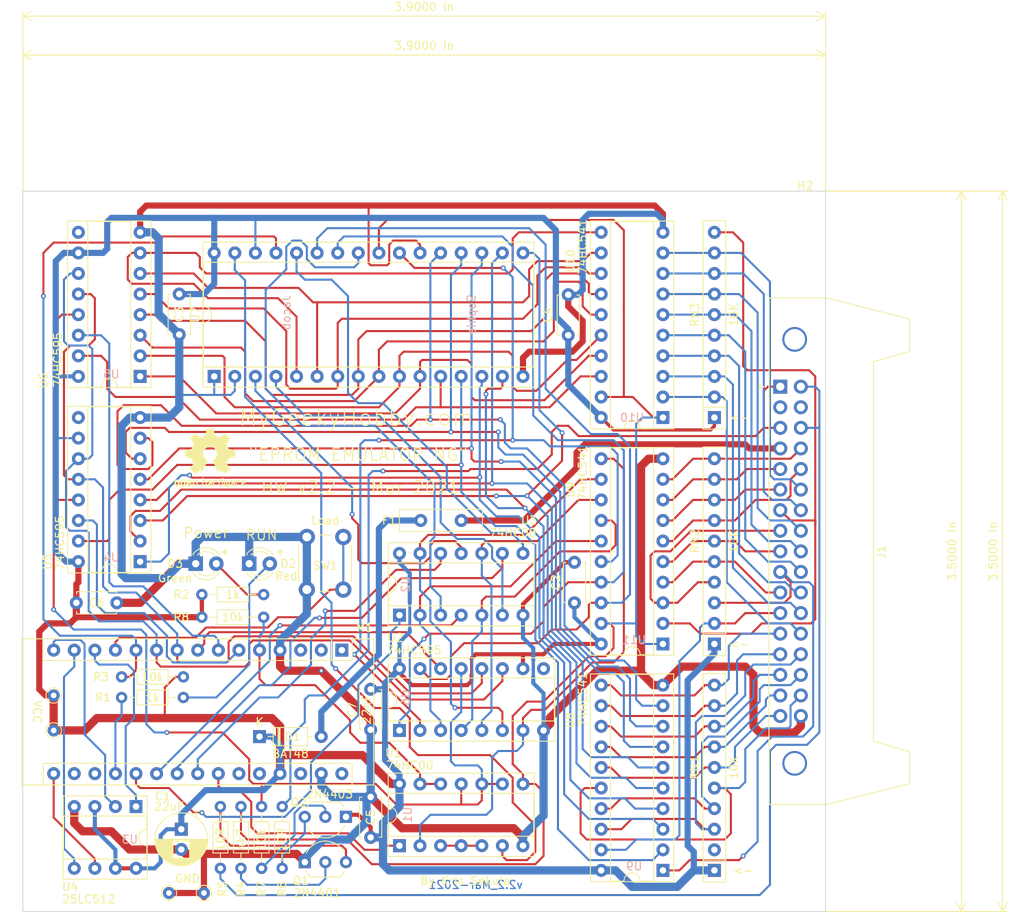
<source format=kicad_pcb>
(kicad_pcb (version 20171130) (host pcbnew "(5.1.5)-3")
  (layers (0 F.Cu signal) (31 B.Cu signal) (34 B.Paste user hide) (36 B.SilkS user) (37 F.SilkS user) (38 B.Mask user hide) (39 F.Mask user hide) (44 Edge.Cuts user))
  (net 0 "")
  (net 1 VCC)
  (net 2 GND)
  (net 3 "Net-(D2-Pad2)")
  (net 4 "Net-(D3-Pad2)")
  (net 5 /E_VCC)
  (net 6 /E_RESET)
  (net 7 /~E_RESET~)
  (net 8 /E_A15)
  (net 9 /E_A14)
  (net 10 /E_A12)
  (net 11 /E_A13)
  (net 12 /E_A7)
  (net 13 /E_A8)
  (net 14 /E_A6)
  (net 15 /E_A9)
  (net 16 /E_A5)
  (net 17 /E_A11)
  (net 18 /E_A4)
  (net 19 /E_~OE~)
  (net 20 /E_A3)
  (net 21 /E_A10)
  (net 22 /E_A2)
  (net 23 /E_~CS~)
  (net 24 /E_A1)
  (net 25 /E_D7)
  (net 26 /E_A0)
  (net 27 /E_D6)
  (net 28 /E_D0)
  (net 29 /E_D5)
  (net 30 /E_D1)
  (net 31 /E_D4)
  (net 32 /E_D2)
  (net 33 /E_D3)
  (net 34 /EN_RST)
  (net 35 /EN_A11)
  (net 36 /EN_A12)
  (net 37 /EN_A13)
  (net 38 /EN_A14)
  (net 39 /SCLK)
  (net 40 /EN_A15)
  (net 41 /~WE~)
  (net 42 "Net-(Q1-Pad2)")
  (net 43 "Net-(Q2-Pad2)")
  (net 44 /RESET)
  (net 45 /~RESET~)
  (net 46 /A15)
  (net 47 /GT_A13)
  (net 48 /A11)
  (net 49 /GT_A11)
  (net 50 /A13)
  (net 51 /GT_A14)
  (net 52 /A12)
  (net 53 /GT_A12)
  (net 54 /A14)
  (net 55 /D1)
  (net 56 /D2)
  (net 57 /D3)
  (net 58 /D4)
  (net 59 /D5)
  (net 60 /D6)
  (net 61 /D7)
  (net 62 /D0)
  (net 63 /A0)
  (net 64 /A7)
  (net 65 /A6)
  (net 66 /A5)
  (net 67 /A4)
  (net 68 /A3)
  (net 69 /A2)
  (net 70 /A1)
  (net 71 /A9)
  (net 72 /A10)
  (net 73 /A8)
  (net 74 /MISO)
  (net 75 /SCK)
  (net 76 /MOSI)
  (net 77 /RUN_LED)
  (net 78 /LD_BTN)
  (net 79 /SS)
  (net 80 /DATA)
  (net 81 /ADLO)
  (net 82 /ADHI)
  (net 83 /DATA_LD)
  (net 84 "Net-(Q1-Pad3)")
  (net 85 "Net-(Q2-Pad3)")
  (net 86 /GT_A15)
  (net 87 "Net-(U1-Pad3)")
  (net 88 "Net-(D1-Pad2)")
  (module Resistor_THT:R_Axial_DIN0204_L3.6mm_D1.6mm_P7.62mm_Horizontal (layer F.Cu) (at 133.985 100.584)
    (fp_text reference R8 (at -2.54 0) (layer F.SilkS))
    (fp_text value 10k (at 3.81 0) (layer F.SilkS))
    (pad 2 thru_hole oval (at 7.62 0) (size 1.4 1.4) (drill 0.7) (layers *.Cu *.Mask) (net 34 /EN_RST))
    (pad 1 thru_hole circle (at 0 0) (size 1.4 1.4) (drill 0.7) (layers *.Cu *.Mask) (net 1 VCC))
  )
  (module Package_DIP:DIP-32_W15.24mm_Socket (layer F.Cu) (at 135.509 70.866 90)
    (fp_text reference U7 (at 7.62 -2.33 90) (layer F.SilkS))
    (fp_text value AS6C1008-55PCN)
    (pad 32 thru_hole oval (at 15.24 0 90) (size 1.6 1.6) (drill 0.8) (layers *.Cu *.Mask) (net 1 VCC))
    (pad 16 thru_hole oval (at 0 38.1 90) (size 1.6 1.6) (drill 0.8) (layers *.Cu *.Mask) (net 2 GND))
    (pad 31 thru_hole oval (at 15.24 2.54 90) (size 1.6 1.6) (drill 0.8) (layers *.Cu *.Mask) (net 86 /GT_A15))
    (pad 15 thru_hole oval (at 0 35.56 90) (size 1.6 1.6) (drill 0.8) (layers *.Cu *.Mask) (net 56 /D2))
    (pad 30 thru_hole oval (at 15.24 5.08 90) (size 1.6 1.6) (drill 0.8) (layers *.Cu *.Mask) (net 1 VCC))
    (pad 14 thru_hole oval (at 0 33.02 90) (size 1.6 1.6) (drill 0.8) (layers *.Cu *.Mask) (net 55 /D1))
    (pad 29 thru_hole oval (at 15.24 7.62 90) (size 1.6 1.6) (drill 0.8) (layers *.Cu *.Mask) (net 41 /~WE~))
    (pad 13 thru_hole oval (at 0 30.48 90) (size 1.6 1.6) (drill 0.8) (layers *.Cu *.Mask) (net 62 /D0))
    (pad 28 thru_hole oval (at 15.24 10.16 90) (size 1.6 1.6) (drill 0.8) (layers *.Cu *.Mask) (net 47 /GT_A13))
    (pad 12 thru_hole oval (at 0 27.94 90) (size 1.6 1.6) (drill 0.8) (layers *.Cu *.Mask) (net 63 /A0))
    (pad 27 thru_hole oval (at 15.24 12.7 90) (size 1.6 1.6) (drill 0.8) (layers *.Cu *.Mask) (net 73 /A8))
    (pad 11 thru_hole oval (at 0 25.4 90) (size 1.6 1.6) (drill 0.8) (layers *.Cu *.Mask) (net 70 /A1))
    (pad 26 thru_hole oval (at 15.24 15.24 90) (size 1.6 1.6) (drill 0.8) (layers *.Cu *.Mask) (net 71 /A9))
    (pad 10 thru_hole oval (at 0 22.86 90) (size 1.6 1.6) (drill 0.8) (layers *.Cu *.Mask) (net 69 /A2))
    (pad 25 thru_hole oval (at 15.24 17.78 90) (size 1.6 1.6) (drill 0.8) (layers *.Cu *.Mask) (net 49 /GT_A11))
    (pad 9 thru_hole oval (at 0 20.32 90) (size 1.6 1.6) (drill 0.8) (layers *.Cu *.Mask) (net 68 /A3))
    (pad 24 thru_hole oval (at 15.24 20.32 90) (size 1.6 1.6) (drill 0.8) (layers *.Cu *.Mask) (net 44 /RESET))
    (pad 8 thru_hole oval (at 0 17.78 90) (size 1.6 1.6) (drill 0.8) (layers *.Cu *.Mask) (net 67 /A4))
    (pad 23 thru_hole oval (at 15.24 22.86 90) (size 1.6 1.6) (drill 0.8) (layers *.Cu *.Mask) (net 72 /A10))
    (pad 7 thru_hole oval (at 0 15.24 90) (size 1.6 1.6) (drill 0.8) (layers *.Cu *.Mask) (net 66 /A5))
    (pad 22 thru_hole oval (at 15.24 25.4 90) (size 1.6 1.6) (drill 0.8) (layers *.Cu *.Mask) (net 2 GND))
    (pad 6 thru_hole oval (at 0 12.7 90) (size 1.6 1.6) (drill 0.8) (layers *.Cu *.Mask) (net 65 /A6))
    (pad 21 thru_hole oval (at 15.24 27.94 90) (size 1.6 1.6) (drill 0.8) (layers *.Cu *.Mask) (net 61 /D7))
    (pad 5 thru_hole oval (at 0 10.16 90) (size 1.6 1.6) (drill 0.8) (layers *.Cu *.Mask) (net 64 /A7))
    (pad 20 thru_hole oval (at 15.24 30.48 90) (size 1.6 1.6) (drill 0.8) (layers *.Cu *.Mask) (net 60 /D6))
    (pad 4 thru_hole oval (at 0 7.62 90) (size 1.6 1.6) (drill 0.8) (layers *.Cu *.Mask) (net 53 /GT_A12))
    (pad 19 thru_hole oval (at 15.24 33.02 90) (size 1.6 1.6) (drill 0.8) (layers *.Cu *.Mask) (net 59 /D5))
    (pad 3 thru_hole oval (at 0 5.08 90) (size 1.6 1.6) (drill 0.8) (layers *.Cu *.Mask) (net 51 /GT_A14))
    (pad 18 thru_hole oval (at 15.24 35.56 90) (size 1.6 1.6) (drill 0.8) (layers *.Cu *.Mask) (net 58 /D4))
    (pad 2 thru_hole oval (at 0 2.54 90) (size 1.6 1.6) (drill 0.8) (layers *.Cu *.Mask) (net 2 GND))
    (pad 17 thru_hole oval (at 15.24 38.1 90) (size 1.6 1.6) (drill 0.8) (layers *.Cu *.Mask) (net 57 /D3))
    (pad 1 thru_hole rect (at 0 0 90) (size 1.6 1.6) (drill 0.8) (layers *.Cu *.Mask) (net 2 GND))
  )
  (module Package_DIP:DIP-14_W7.62mm_Socket (layer F.Cu) (at 158.369 100.33 90)
    (fp_text reference U3 (at 11.684 16.002 180) (layer F.SilkS))
    (fp_text value 74HC08 (at 10.16 13.97 180) (layer F.SilkS))
    (pad 14 thru_hole oval (at 7.62 0 90) (size 1.6 1.6) (drill 0.8) (layers *.Cu *.Mask) (net 1 VCC))
    (pad 7 thru_hole oval (at 0 15.24 90) (size 1.6 1.6) (drill 0.8) (layers *.Cu *.Mask) (net 2 GND))
    (pad 13 thru_hole oval (at 7.62 2.54 90) (size 1.6 1.6) (drill 0.8) (layers *.Cu *.Mask) (net 54 /A14))
    (pad 6 thru_hole oval (at 0 12.7 90) (size 1.6 1.6) (drill 0.8) (layers *.Cu *.Mask) (net 53 /GT_A12))
    (pad 12 thru_hole oval (at 7.62 5.08 90) (size 1.6 1.6) (drill 0.8) (layers *.Cu *.Mask) (net 38 /EN_A14))
    (pad 5 thru_hole oval (at 0 10.16 90) (size 1.6 1.6) (drill 0.8) (layers *.Cu *.Mask) (net 52 /A12))
    (pad 11 thru_hole oval (at 7.62 7.62 90) (size 1.6 1.6) (drill 0.8) (layers *.Cu *.Mask) (net 51 /GT_A14))
    (pad 4 thru_hole oval (at 0 7.62 90) (size 1.6 1.6) (drill 0.8) (layers *.Cu *.Mask) (net 36 /EN_A12))
    (pad 10 thru_hole oval (at 7.62 10.16 90) (size 1.6 1.6) (drill 0.8) (layers *.Cu *.Mask) (net 50 /A13))
    (pad 3 thru_hole oval (at 0 5.08 90) (size 1.6 1.6) (drill 0.8) (layers *.Cu *.Mask) (net 49 /GT_A11))
    (pad 9 thru_hole oval (at 7.62 12.7 90) (size 1.6 1.6) (drill 0.8) (layers *.Cu *.Mask) (net 37 /EN_A13))
    (pad 2 thru_hole oval (at 0 2.54 90) (size 1.6 1.6) (drill 0.8) (layers *.Cu *.Mask) (net 48 /A11))
    (pad 8 thru_hole oval (at 7.62 15.24 90) (size 1.6 1.6) (drill 0.8) (layers *.Cu *.Mask) (net 47 /GT_A13))
    (pad 1 thru_hole rect (at 0 0 90) (size 1.6 1.6) (drill 0.8) (layers *.Cu *.Mask) (net 35 /EN_A11))
  )
  (module Package_DIP:DIP-16_W7.62mm_Socket (layer F.Cu) (at 158.369 114.554 90)
    (fp_text reference U2 (at 11.43 -0.508 180) (layer F.SilkS))
    (fp_text value 74HC595 (at 9.906 1.778 180) (layer F.SilkS))
    (pad 16 thru_hole oval (at 7.62 0 90) (size 1.6 1.6) (drill 0.8) (layers *.Cu *.Mask) (net 1 VCC))
    (pad 8 thru_hole oval (at 0 17.78 90) (size 1.6 1.6) (drill 0.8) (layers *.Cu *.Mask) (net 2 GND))
    (pad 15 thru_hole oval (at 7.62 2.54 90) (size 1.6 1.6) (drill 0.8) (layers *.Cu *.Mask) (net 73 /A8))
    (pad 7 thru_hole oval (at 0 15.24 90) (size 1.6 1.6) (drill 0.8) (layers *.Cu *.Mask) (net 46 /A15))
    (pad 14 thru_hole oval (at 7.62 5.08 90) (size 1.6 1.6) (drill 0.8) (layers *.Cu *.Mask) (net 82 /ADHI))
    (pad 6 thru_hole oval (at 0 12.7 90) (size 1.6 1.6) (drill 0.8) (layers *.Cu *.Mask) (net 54 /A14))
    (pad 13 thru_hole oval (at 7.62 7.62 90) (size 1.6 1.6) (drill 0.8) (layers *.Cu *.Mask) (net 45 /~RESET~))
    (pad 5 thru_hole oval (at 0 10.16 90) (size 1.6 1.6) (drill 0.8) (layers *.Cu *.Mask) (net 50 /A13))
    (pad 12 thru_hole oval (at 7.62 10.16 90) (size 1.6 1.6) (drill 0.8) (layers *.Cu *.Mask) (net 83 /DATA_LD))
    (pad 4 thru_hole oval (at 0 7.62 90) (size 1.6 1.6) (drill 0.8) (layers *.Cu *.Mask) (net 52 /A12))
    (pad 11 thru_hole oval (at 7.62 12.7 90) (size 1.6 1.6) (drill 0.8) (layers *.Cu *.Mask) (net 39 /SCLK))
    (pad 3 thru_hole oval (at 0 5.08 90) (size 1.6 1.6) (drill 0.8) (layers *.Cu *.Mask) (net 48 /A11))
    (pad 10 thru_hole oval (at 7.62 15.24 90) (size 1.6 1.6) (drill 0.8) (layers *.Cu *.Mask) (net 1 VCC))
    (pad 2 thru_hole oval (at 0 2.54 90) (size 1.6 1.6) (drill 0.8) (layers *.Cu *.Mask) (net 72 /A10))
    (pad 9 thru_hole oval (at 7.62 17.78 90) (size 1.6 1.6) (drill 0.8) (layers *.Cu *.Mask))
    (pad 1 thru_hole rect (at 0 0 90) (size 1.6 1.6) (drill 0.8) (layers *.Cu *.Mask) (net 71 /A9))
  )
  (module Resistor_THT:R_Array_SIP10 (layer F.Cu) (at 197.231 75.946 90)
    (fp_text reference RN3 (at 12.7 -2.4 90) (layer F.SilkS))
    (fp_text value 10K (at 12.7 2.4 90) (layer F.SilkS))
    (pad 10 thru_hole oval (at 22.86 0 90) (size 1.6 1.6) (drill 0.8) (layers *.Cu *.Mask) (net 13 /E_A8))
    (pad 9 thru_hole oval (at 20.32 0 90) (size 1.6 1.6) (drill 0.8) (layers *.Cu *.Mask) (net 12 /E_A7))
    (pad 8 thru_hole oval (at 17.78 0 90) (size 1.6 1.6) (drill 0.8) (layers *.Cu *.Mask) (net 14 /E_A6))
    (pad 7 thru_hole oval (at 15.24 0 90) (size 1.6 1.6) (drill 0.8) (layers *.Cu *.Mask) (net 16 /E_A5))
    (pad 6 thru_hole oval (at 12.7 0 90) (size 1.6 1.6) (drill 0.8) (layers *.Cu *.Mask) (net 18 /E_A4))
    (pad 5 thru_hole oval (at 10.16 0 90) (size 1.6 1.6) (drill 0.8) (layers *.Cu *.Mask) (net 20 /E_A3))
    (pad 4 thru_hole oval (at 7.62 0 90) (size 1.6 1.6) (drill 0.8) (layers *.Cu *.Mask) (net 22 /E_A2))
    (pad 3 thru_hole oval (at 5.08 0 90) (size 1.6 1.6) (drill 0.8) (layers *.Cu *.Mask) (net 24 /E_A1))
    (pad 2 thru_hole oval (at 2.54 0 90) (size 1.6 1.6) (drill 0.8) (layers *.Cu *.Mask) (net 26 /E_A0))
    (pad 1 thru_hole rect (at 0 0 90) (size 1.6 1.6) (drill 0.8) (layers *.Cu *.Mask) (net 1 VCC))
  )
  (module Connector_IDC:IDC-Header_2x17_P2.54mm_Horizontal_Lock (layer F.Cu) (at 205.359 72.136)
    (fp_text reference J1 (at 12.5 20.4 270) (layer F.SilkS))
    (fp_text value IDC34)
    (pad "" thru_hole circle (at 1.78 -5.84 270) (size 3.05 3.05) (drill 2.54) (layers *.Cu *.Mask))
    (pad "" thru_hole circle (at 1.78 46.48 270) (size 3.05 3.05) (drill 2.54) (layers *.Cu *.Mask))
    (pad 1 thru_hole rect (at 0 0 270) (size 1.7272 1.7272) (drill 1.016) (layers *.Cu *.Mask) (net 6 /E_RESET))
    (pad 2 thru_hole circle (at 2.54 0 270) (size 1.7272 1.7272) (drill 1.016) (layers *.Cu *.Mask) (net 7 /~E_RESET~))
    (pad 3 thru_hole circle (at 0 2.54 270) (size 1.7272 1.7272) (drill 1.016) (layers *.Cu *.Mask))
    (pad 4 thru_hole circle (at 2.54 2.54 270) (size 1.7272 1.7272) (drill 1.016) (layers *.Cu *.Mask))
    (pad 5 thru_hole circle (at 0 5.08 270) (size 1.7272 1.7272) (drill 1.016) (layers *.Cu *.Mask) (net 6 /E_RESET))
    (pad 6 thru_hole circle (at 2.54 5.08 270) (size 1.7272 1.7272) (drill 1.016) (layers *.Cu *.Mask) (net 7 /~E_RESET~))
    (pad 7 thru_hole circle (at 0 7.62 270) (size 1.7272 1.7272) (drill 1.016) (layers *.Cu *.Mask) (net 5 /E_VCC))
    (pad 8 thru_hole circle (at 2.54 7.62 270) (size 1.7272 1.7272) (drill 1.016) (layers *.Cu *.Mask) (net 8 /E_A15))
    (pad 9 thru_hole circle (at 0 10.16 270) (size 1.7272 1.7272) (drill 1.016) (layers *.Cu *.Mask) (net 9 /E_A14))
    (pad 10 thru_hole circle (at 2.54 10.16 270) (size 1.7272 1.7272) (drill 1.016) (layers *.Cu *.Mask) (net 10 /E_A12))
    (pad 11 thru_hole circle (at 0 12.7 270) (size 1.7272 1.7272) (drill 1.016) (layers *.Cu *.Mask) (net 11 /E_A13))
    (pad 12 thru_hole circle (at 2.54 12.7 270) (size 1.7272 1.7272) (drill 1.016) (layers *.Cu *.Mask) (net 12 /E_A7))
    (pad 13 thru_hole circle (at 0 15.24 270) (size 1.7272 1.7272) (drill 1.016) (layers *.Cu *.Mask) (net 13 /E_A8))
    (pad 14 thru_hole circle (at 2.54 15.24 270) (size 1.7272 1.7272) (drill 1.016) (layers *.Cu *.Mask) (net 14 /E_A6))
    (pad 15 thru_hole circle (at 0 17.78 270) (size 1.7272 1.7272) (drill 1.016) (layers *.Cu *.Mask) (net 15 /E_A9))
    (pad 16 thru_hole circle (at 2.54 17.78 270) (size 1.7272 1.7272) (drill 1.016) (layers *.Cu *.Mask) (net 16 /E_A5))
    (pad 17 thru_hole circle (at 0 20.32 270) (size 1.7272 1.7272) (drill 1.016) (layers *.Cu *.Mask) (net 17 /E_A11))
    (pad 18 thru_hole circle (at 2.54 20.32 270) (size 1.7272 1.7272) (drill 1.016) (layers *.Cu *.Mask) (net 18 /E_A4))
    (pad 19 thru_hole circle (at 0 22.86 270) (size 1.7272 1.7272) (drill 1.016) (layers *.Cu *.Mask) (net 19 /E_~OE~))
    (pad 20 thru_hole circle (at 2.54 22.86 270) (size 1.7272 1.7272) (drill 1.016) (layers *.Cu *.Mask) (net 20 /E_A3))
    (pad 21 thru_hole circle (at 0 25.4 270) (size 1.7272 1.7272) (drill 1.016) (layers *.Cu *.Mask) (net 21 /E_A10))
    (pad 22 thru_hole circle (at 2.54 25.4 270) (size 1.7272 1.7272) (drill 1.016) (layers *.Cu *.Mask) (net 22 /E_A2))
    (pad 23 thru_hole circle (at 0 27.94 270) (size 1.7272 1.7272) (drill 1.016) (layers *.Cu *.Mask) (net 23 /E_~CS~))
    (pad 24 thru_hole circle (at 2.54 27.94 270) (size 1.7272 1.7272) (drill 1.016) (layers *.Cu *.Mask) (net 24 /E_A1))
    (pad 25 thru_hole circle (at 0 30.48 270) (size 1.7272 1.7272) (drill 1.016) (layers *.Cu *.Mask) (net 25 /E_D7))
    (pad 26 thru_hole circle (at 2.54 30.48 270) (size 1.7272 1.7272) (drill 1.016) (layers *.Cu *.Mask) (net 26 /E_A0))
    (pad 27 thru_hole circle (at 0 33.02 270) (size 1.7272 1.7272) (drill 1.016) (layers *.Cu *.Mask) (net 27 /E_D6))
    (pad 28 thru_hole circle (at 2.54 33.02 270) (size 1.7272 1.7272) (drill 1.016) (layers *.Cu *.Mask) (net 28 /E_D0))
    (pad 29 thru_hole circle (at 0 35.56 270) (size 1.7272 1.7272) (drill 1.016) (layers *.Cu *.Mask) (net 29 /E_D5))
    (pad 30 thru_hole circle (at 2.54 35.56 270) (size 1.7272 1.7272) (drill 1.016) (layers *.Cu *.Mask) (net 30 /E_D1))
    (pad 31 thru_hole circle (at 0 38.1 270) (size 1.7272 1.7272) (drill 1.016) (layers *.Cu *.Mask) (net 31 /E_D4))
    (pad 32 thru_hole circle (at 2.54 38.1 270) (size 1.7272 1.7272) (drill 1.016) (layers *.Cu *.Mask) (net 32 /E_D2))
    (pad 33 thru_hole circle (at 0 40.64 270) (size 1.7272 1.7272) (drill 1.016) (layers *.Cu *.Mask) (net 33 /E_D3))
    (pad 34 thru_hole circle (at 2.54 40.64 270) (size 1.7272 1.7272) (drill 1.016) (layers *.Cu *.Mask) (net 2 GND))
  )
  (module Symbol:OSHW-Logo2_9.8x8mm_SilkScreen (layer F.Cu) (at 135.001 81.026)
    (fp_text reference H5 hide)
    (fp_text value MountingHole hide)
  )
  (module TestPoint:TestPoint_THTPad_D1.5mm_Drill0.7mm (layer F.Cu) (at 129.921 134.62)
    (fp_text reference TP3 hide)
    (fp_text value GND)
    (pad 1 thru_hole circle (at 0 0) (size 1.5 1.5) (drill 0.7) (layers *.Cu *.Mask) (net 2 GND))
  )
  (module TestPoint:TestPoint_THTPad_D1.5mm_Drill0.7mm (layer F.Cu) (at 134.239 134.62)
    (fp_text reference TP2 hide)
    (fp_text value GND)
    (pad 1 thru_hole circle (at 0 0) (size 1.5 1.5) (drill 0.7) (layers *.Cu *.Mask) (net 2 GND))
  )
  (module TestPoint:TestPoint_THTPad_D1.5mm_Drill0.7mm (layer F.Cu) (at 115.697 110.236)
    (fp_text reference TP1 hide)
    (fp_text value VCC)
    (pad 1 thru_hole circle (at 0 0) (size 1.5 1.5) (drill 0.7) (layers *.Cu *.Mask) (net 1 VCC))
  )
  (module Package_TO_SOT_THT:TO-92_Inline_Wide (layer F.Cu) (at 151.765 125.222 180)
    (fp_text reference Q2 (at 5.842 1.778) (layer F.SilkS))
    (fp_text value 2N4403 (at 2.032 2.794) (layer F.SilkS))
    (pad 1 thru_hole rect (at 0 0 270) (size 1.5 1.5) (drill 0.8) (layers *.Cu *.Mask) (net 1 VCC))
    (pad 3 thru_hole circle (at 5.08 0 270) (size 1.5 1.5) (drill 0.8) (layers *.Cu *.Mask) (net 85 "Net-(Q2-Pad3)"))
    (pad 2 thru_hole circle (at 2.54 0 270) (size 1.5 1.5) (drill 0.8) (layers *.Cu *.Mask) (net 43 "Net-(Q2-Pad2)"))
  )
  (module Package_TO_SOT_THT:TO-92_Inline_Wide (layer F.Cu) (at 146.685 130.81)
    (fp_text reference Q1 (at -0.508 2.286) (layer F.SilkS))
    (fp_text value 2N4401 (at 1.524 3.81) (layer F.SilkS))
    (pad 1 thru_hole rect (at 0 0 90) (size 1.5 1.5) (drill 0.8) (layers *.Cu *.Mask) (net 2 GND))
    (pad 3 thru_hole circle (at 5.08 0 90) (size 1.5 1.5) (drill 0.8) (layers *.Cu *.Mask) (net 84 "Net-(Q1-Pad3)"))
    (pad 2 thru_hole circle (at 2.54 0 90) (size 1.5 1.5) (drill 0.8) (layers *.Cu *.Mask) (net 42 "Net-(Q1-Pad2)"))
  )
  (module Capacitor_THT:C_Disc_D4.7mm_W2.5mm_P5.00mm (layer F.Cu) (at 179.959 98.806 90)
    (fp_text reference C2 (at 2.54 -2.286 90) (layer F.SilkS))
    (fp_text value 100nF)
    (pad 2 thru_hole circle (at 5 0 90) (size 1.6 1.6) (drill 0.8) (layers *.Cu *.Mask) (net 2 GND))
    (pad 1 thru_hole circle (at 0 0 90) (size 1.6 1.6) (drill 0.8) (layers *.Cu *.Mask) (net 1 VCC))
  )
  (module Resistor_THT:R_Array_SIP10 (layer F.Cu) (at 197.231 103.886 90)
    (fp_text reference RN2 (at 12.7 -2.4 90) (layer F.SilkS))
    (fp_text value 10K (at 12.7 2.4 90) (layer F.SilkS))
    (pad 10 thru_hole oval (at 22.86 0 90) (size 1.6 1.6) (drill 0.8) (layers *.Cu *.Mask) (net 8 /E_A15))
    (pad 9 thru_hole oval (at 20.32 0 90) (size 1.6 1.6) (drill 0.8) (layers *.Cu *.Mask) (net 9 /E_A14))
    (pad 8 thru_hole oval (at 17.78 0 90) (size 1.6 1.6) (drill 0.8) (layers *.Cu *.Mask) (net 11 /E_A13))
    (pad 7 thru_hole oval (at 15.24 0 90) (size 1.6 1.6) (drill 0.8) (layers *.Cu *.Mask) (net 10 /E_A12))
    (pad 6 thru_hole oval (at 12.7 0 90) (size 1.6 1.6) (drill 0.8) (layers *.Cu *.Mask) (net 17 /E_A11))
    (pad 5 thru_hole oval (at 10.16 0 90) (size 1.6 1.6) (drill 0.8) (layers *.Cu *.Mask) (net 21 /E_A10))
    (pad 4 thru_hole oval (at 7.62 0 90) (size 1.6 1.6) (drill 0.8) (layers *.Cu *.Mask) (net 15 /E_A9))
    (pad 3 thru_hole oval (at 5.08 0 90) (size 1.6 1.6) (drill 0.8) (layers *.Cu *.Mask) (net 19 /E_~OE~))
    (pad 2 thru_hole oval (at 2.54 0 90) (size 1.6 1.6) (drill 0.8) (layers *.Cu *.Mask) (net 23 /E_~CS~))
    (pad 1 thru_hole rect (at 0 0 90) (size 1.6 1.6) (drill 0.8) (layers *.Cu *.Mask) (net 1 VCC))
  )
  (module Resistor_THT:R_Array_SIP10 (layer F.Cu) (at 197.231 131.826 90)
    (fp_text reference RN1 (at 12.7 -2.4 90) (layer F.SilkS))
    (fp_text value 10K (at 12.7 2.4 90) (layer F.SilkS))
    (pad 10 thru_hole oval (at 22.86 0 90) (size 1.6 1.6) (drill 0.8) (layers *.Cu *.Mask) (net 25 /E_D7))
    (pad 9 thru_hole oval (at 20.32 0 90) (size 1.6 1.6) (drill 0.8) (layers *.Cu *.Mask) (net 27 /E_D6))
    (pad 8 thru_hole oval (at 17.78 0 90) (size 1.6 1.6) (drill 0.8) (layers *.Cu *.Mask) (net 29 /E_D5))
    (pad 7 thru_hole oval (at 15.24 0 90) (size 1.6 1.6) (drill 0.8) (layers *.Cu *.Mask) (net 31 /E_D4))
    (pad 6 thru_hole oval (at 12.7 0 90) (size 1.6 1.6) (drill 0.8) (layers *.Cu *.Mask) (net 33 /E_D3))
    (pad 5 thru_hole oval (at 10.16 0 90) (size 1.6 1.6) (drill 0.8) (layers *.Cu *.Mask) (net 32 /E_D2))
    (pad 4 thru_hole oval (at 7.62 0 90) (size 1.6 1.6) (drill 0.8) (layers *.Cu *.Mask) (net 30 /E_D1))
    (pad 3 thru_hole oval (at 5.08 0 90) (size 1.6 1.6) (drill 0.8) (layers *.Cu *.Mask) (net 28 /E_D0))
    (pad 2 thru_hole oval (at 2.54 0 90) (size 1.6 1.6) (drill 0.8) (layers *.Cu *.Mask))
    (pad 1 thru_hole rect (at 0 0 90) (size 1.6 1.6) (drill 0.8) (layers *.Cu *.Mask) (net 1 VCC))
  )
  (module Package_DIP:DIP-16_W7.62mm_Socket (layer F.Cu) (at 126.365 93.726 180)
    (fp_text reference U5 (at 11.43 0 90) (layer F.SilkS))
    (fp_text value 74HC595 (at 9.906 2.286 90) (layer F.SilkS))
    (pad 16 thru_hole oval (at 7.62 0 180) (size 1.6 1.6) (drill 0.8) (layers *.Cu *.Mask) (net 1 VCC))
    (pad 8 thru_hole oval (at 0 17.78 180) (size 1.6 1.6) (drill 0.8) (layers *.Cu *.Mask) (net 2 GND))
    (pad 15 thru_hole oval (at 7.62 2.54 180) (size 1.6 1.6) (drill 0.8) (layers *.Cu *.Mask) (net 62 /D0))
    (pad 7 thru_hole oval (at 0 15.24 180) (size 1.6 1.6) (drill 0.8) (layers *.Cu *.Mask) (net 61 /D7))
    (pad 14 thru_hole oval (at 7.62 5.08 180) (size 1.6 1.6) (drill 0.8) (layers *.Cu *.Mask) (net 80 /DATA))
    (pad 6 thru_hole oval (at 0 12.7 180) (size 1.6 1.6) (drill 0.8) (layers *.Cu *.Mask) (net 60 /D6))
    (pad 13 thru_hole oval (at 7.62 7.62 180) (size 1.6 1.6) (drill 0.8) (layers *.Cu *.Mask) (net 45 /~RESET~))
    (pad 5 thru_hole oval (at 0 10.16 180) (size 1.6 1.6) (drill 0.8) (layers *.Cu *.Mask) (net 59 /D5))
    (pad 12 thru_hole oval (at 7.62 10.16 180) (size 1.6 1.6) (drill 0.8) (layers *.Cu *.Mask) (net 83 /DATA_LD))
    (pad 4 thru_hole oval (at 0 7.62 180) (size 1.6 1.6) (drill 0.8) (layers *.Cu *.Mask) (net 58 /D4))
    (pad 11 thru_hole oval (at 7.62 12.7 180) (size 1.6 1.6) (drill 0.8) (layers *.Cu *.Mask) (net 39 /SCLK))
    (pad 3 thru_hole oval (at 0 5.08 180) (size 1.6 1.6) (drill 0.8) (layers *.Cu *.Mask) (net 57 /D3))
    (pad 10 thru_hole oval (at 7.62 15.24 180) (size 1.6 1.6) (drill 0.8) (layers *.Cu *.Mask) (net 1 VCC))
    (pad 2 thru_hole oval (at 0 2.54 180) (size 1.6 1.6) (drill 0.8) (layers *.Cu *.Mask) (net 56 /D2))
    (pad 9 thru_hole oval (at 7.62 17.78 180) (size 1.6 1.6) (drill 0.8) (layers *.Cu *.Mask))
    (pad 1 thru_hole rect (at 0 0 180) (size 1.6 1.6) (drill 0.8) (layers *.Cu *.Mask) (net 55 /D1))
  )
  (module Resistor_THT:R_Axial_DIN0204_L3.6mm_D1.6mm_P7.62mm_Horizontal (layer F.Cu) (at 136.271 131.572 90)
    (fp_text reference R5 (at -2.54 0.254 90) (layer F.SilkS))
    (fp_text value 10R (at 3.556 0 90) (layer F.SilkS))
    (pad 2 thru_hole oval (at 7.62 0 90) (size 1.4 1.4) (drill 0.7) (layers *.Cu *.Mask) (net 84 "Net-(Q1-Pad3)"))
    (pad 1 thru_hole circle (at 0 0 90) (size 1.4 1.4) (drill 0.7) (layers *.Cu *.Mask) (net 7 /~E_RESET~))
  )
  (module Module:Arduino_Nano (layer F.Cu) (at 151.257 104.648 270)
    (fp_text reference M1 (at -2.794 -2.794 180) (layer F.SilkS))
    (fp_text value "Arduino Nano v3.0")
    (pad 1 thru_hole rect (at 0 0 270) (size 1.6 1.6) (drill 0.8) (layers *.Cu *.Mask))
    (pad 17 thru_hole oval (at 15.24 33.02 270) (size 1.6 1.6) (drill 0.8) (layers *.Cu *.Mask))
    (pad 2 thru_hole oval (at 0 2.54 270) (size 1.6 1.6) (drill 0.8) (layers *.Cu *.Mask))
    (pad 18 thru_hole oval (at 15.24 30.48 270) (size 1.6 1.6) (drill 0.8) (layers *.Cu *.Mask))
    (pad 3 thru_hole oval (at 0 5.08 270) (size 1.6 1.6) (drill 0.8) (layers *.Cu *.Mask))
    (pad 19 thru_hole oval (at 15.24 27.94 270) (size 1.6 1.6) (drill 0.8) (layers *.Cu *.Mask) (net 77 /RUN_LED))
    (pad 4 thru_hole oval (at 0 7.62 270) (size 1.6 1.6) (drill 0.8) (layers *.Cu *.Mask) (net 2 GND))
    (pad 20 thru_hole oval (at 15.24 25.4 270) (size 1.6 1.6) (drill 0.8) (layers *.Cu *.Mask) (net 35 /EN_A11))
    (pad 5 thru_hole oval (at 0 10.16 270) (size 1.6 1.6) (drill 0.8) (layers *.Cu *.Mask) (net 34 /EN_RST))
    (pad 21 thru_hole oval (at 15.24 22.86 270) (size 1.6 1.6) (drill 0.8) (layers *.Cu *.Mask) (net 36 /EN_A12))
    (pad 6 thru_hole oval (at 0 12.7 270) (size 1.6 1.6) (drill 0.8) (layers *.Cu *.Mask) (net 80 /DATA))
    (pad 22 thru_hole oval (at 15.24 20.32 270) (size 1.6 1.6) (drill 0.8) (layers *.Cu *.Mask) (net 37 /EN_A13))
    (pad 7 thru_hole oval (at 0 15.24 270) (size 1.6 1.6) (drill 0.8) (layers *.Cu *.Mask) (net 81 /ADLO))
    (pad 23 thru_hole oval (at 15.24 17.78 270) (size 1.6 1.6) (drill 0.8) (layers *.Cu *.Mask) (net 38 /EN_A14))
    (pad 8 thru_hole oval (at 0 17.78 270) (size 1.6 1.6) (drill 0.8) (layers *.Cu *.Mask) (net 82 /ADHI))
    (pad 24 thru_hole oval (at 15.24 15.24 270) (size 1.6 1.6) (drill 0.8) (layers *.Cu *.Mask) (net 40 /EN_A15))
    (pad 9 thru_hole oval (at 0 20.32 270) (size 1.6 1.6) (drill 0.8) (layers *.Cu *.Mask) (net 83 /DATA_LD))
    (pad 25 thru_hole oval (at 15.24 12.7 270) (size 1.6 1.6) (drill 0.8) (layers *.Cu *.Mask))
    (pad 10 thru_hole oval (at 0 22.86 270) (size 1.6 1.6) (drill 0.8) (layers *.Cu *.Mask) (net 39 /SCLK))
    (pad 26 thru_hole oval (at 15.24 10.16 270) (size 1.6 1.6) (drill 0.8) (layers *.Cu *.Mask))
    (pad 11 thru_hole oval (at 0 25.4 270) (size 1.6 1.6) (drill 0.8) (layers *.Cu *.Mask) (net 41 /~WE~))
    (pad 27 thru_hole oval (at 15.24 7.62 270) (size 1.6 1.6) (drill 0.8) (layers *.Cu *.Mask) (net 1 VCC))
    (pad 12 thru_hole oval (at 0 27.94 270) (size 1.6 1.6) (drill 0.8) (layers *.Cu *.Mask) (net 78 /LD_BTN))
    (pad 28 thru_hole oval (at 15.24 5.08 270) (size 1.6 1.6) (drill 0.8) (layers *.Cu *.Mask))
    (pad 13 thru_hole oval (at 0 30.48 270) (size 1.6 1.6) (drill 0.8) (layers *.Cu *.Mask) (net 79 /SS))
    (pad 29 thru_hole oval (at 15.24 2.54 270) (size 1.6 1.6) (drill 0.8) (layers *.Cu *.Mask) (net 2 GND))
    (pad 14 thru_hole oval (at 0 33.02 270) (size 1.6 1.6) (drill 0.8) (layers *.Cu *.Mask) (net 76 /MOSI))
    (pad 30 thru_hole oval (at 15.24 0 270) (size 1.6 1.6) (drill 0.8) (layers *.Cu *.Mask))
    (pad 15 thru_hole oval (at 0 35.56 270) (size 1.6 1.6) (drill 0.8) (layers *.Cu *.Mask) (net 74 /MISO))
    (pad 16 thru_hole oval (at 15.24 35.56 270) (size 1.6 1.6) (drill 0.8) (layers *.Cu *.Mask) (net 75 /SCK))
  )
  (module MountingHole:MountingHole_2.2mm_M2 (layer F.Cu) (at 114.427 134.366)
    (fp_text reference H4 hide)
    (fp_text value MountingHole)
    (pad 1 np_thru_hole circle (at 0 0) (size 2.2 2.2) (drill 2.2) (layers *.Cu *.Mask))
  )
  (module MountingHole:MountingHole_2.2mm_M2 (layer F.Cu) (at 114.427 50.546)
    (fp_text reference H3 hide)
    (fp_text value MountingHole)
    (pad 1 np_thru_hole circle (at 0 0) (size 2.2 2.2) (drill 2.2) (layers *.Cu *.Mask))
  )
  (module MountingHole:MountingHole_2.2mm_M2 (layer F.Cu) (at 208.407 50.546)
    (fp_text reference H2 (at 0 -3.2) (layer F.SilkS))
    (fp_text value MountingHole)
    (pad 1 np_thru_hole circle (at 0 0) (size 2.2 2.2) (drill 2.2) (layers *.Cu *.Mask))
  )
  (module MountingHole:MountingHole_2.2mm_M2 (layer F.Cu) (at 208.407 134.366)
    (fp_text reference H1 hide)
    (fp_text value MountingHole)
    (pad 1 np_thru_hole circle (at 0 0) (size 2.2 2.2) (drill 2.2) (layers *.Cu *.Mask))
  )
  (module Package_DIP:DIP-20_W7.62mm_Socket (layer F.Cu) (at 190.881 131.826 180)
    (fp_text reference U8 (at 11.43 18.542 90) (layer F.SilkS))
    (fp_text value 74HC541 (at 9.906 21.082 90) (layer F.SilkS))
    (pad 20 thru_hole oval (at 7.62 0 180) (size 1.6 1.6) (drill 0.8) (layers *.Cu *.Mask) (net 1 VCC))
    (pad 10 thru_hole oval (at 0 22.86 180) (size 1.6 1.6) (drill 0.8) (layers *.Cu *.Mask) (net 2 GND))
    (pad 19 thru_hole oval (at 7.62 2.54 180) (size 1.6 1.6) (drill 0.8) (layers *.Cu *.Mask) (net 23 /E_~CS~))
    (pad 9 thru_hole oval (at 0 20.32 180) (size 1.6 1.6) (drill 0.8) (layers *.Cu *.Mask) (net 61 /D7))
    (pad 18 thru_hole oval (at 7.62 5.08 180) (size 1.6 1.6) (drill 0.8) (layers *.Cu *.Mask) (net 28 /E_D0))
    (pad 8 thru_hole oval (at 0 17.78 180) (size 1.6 1.6) (drill 0.8) (layers *.Cu *.Mask) (net 60 /D6))
    (pad 17 thru_hole oval (at 7.62 7.62 180) (size 1.6 1.6) (drill 0.8) (layers *.Cu *.Mask) (net 30 /E_D1))
    (pad 7 thru_hole oval (at 0 15.24 180) (size 1.6 1.6) (drill 0.8) (layers *.Cu *.Mask) (net 59 /D5))
    (pad 16 thru_hole oval (at 7.62 10.16 180) (size 1.6 1.6) (drill 0.8) (layers *.Cu *.Mask) (net 32 /E_D2))
    (pad 6 thru_hole oval (at 0 12.7 180) (size 1.6 1.6) (drill 0.8) (layers *.Cu *.Mask) (net 58 /D4))
    (pad 15 thru_hole oval (at 7.62 12.7 180) (size 1.6 1.6) (drill 0.8) (layers *.Cu *.Mask) (net 33 /E_D3))
    (pad 5 thru_hole oval (at 0 10.16 180) (size 1.6 1.6) (drill 0.8) (layers *.Cu *.Mask) (net 57 /D3))
    (pad 14 thru_hole oval (at 7.62 15.24 180) (size 1.6 1.6) (drill 0.8) (layers *.Cu *.Mask) (net 31 /E_D4))
    (pad 4 thru_hole oval (at 0 7.62 180) (size 1.6 1.6) (drill 0.8) (layers *.Cu *.Mask) (net 56 /D2))
    (pad 13 thru_hole oval (at 7.62 17.78 180) (size 1.6 1.6) (drill 0.8) (layers *.Cu *.Mask) (net 29 /E_D5))
    (pad 3 thru_hole oval (at 0 5.08 180) (size 1.6 1.6) (drill 0.8) (layers *.Cu *.Mask) (net 55 /D1))
    (pad 12 thru_hole oval (at 7.62 20.32 180) (size 1.6 1.6) (drill 0.8) (layers *.Cu *.Mask) (net 27 /E_D6))
    (pad 2 thru_hole oval (at 0 2.54 180) (size 1.6 1.6) (drill 0.8) (layers *.Cu *.Mask) (net 62 /D0))
    (pad 11 thru_hole oval (at 7.62 22.86 180) (size 1.6 1.6) (drill 0.8) (layers *.Cu *.Mask) (net 25 /E_D7))
    (pad 1 thru_hole rect (at 0 0 180) (size 1.6 1.6) (drill 0.8) (layers *.Cu *.Mask) (net 19 /E_~OE~))
  )
  (module Package_DIP:DIP-20_W7.62mm_Socket (layer F.Cu) (at 190.881 103.886 180)
    (fp_text reference U9 (at 11.43 19.05 90) (layer F.SilkS))
    (fp_text value 74HC541 (at 9.906 21.082 90) (layer F.SilkS))
    (pad 20 thru_hole oval (at 7.62 0 180) (size 1.6 1.6) (drill 0.8) (layers *.Cu *.Mask) (net 1 VCC))
    (pad 10 thru_hole oval (at 0 22.86 180) (size 1.6 1.6) (drill 0.8) (layers *.Cu *.Mask) (net 2 GND))
    (pad 19 thru_hole oval (at 7.62 2.54 180) (size 1.6 1.6) (drill 0.8) (layers *.Cu *.Mask) (net 44 /RESET))
    (pad 9 thru_hole oval (at 0 20.32 180) (size 1.6 1.6) (drill 0.8) (layers *.Cu *.Mask) (net 8 /E_A15))
    (pad 18 thru_hole oval (at 7.62 5.08 180) (size 1.6 1.6) (drill 0.8) (layers *.Cu *.Mask) (net 73 /A8))
    (pad 8 thru_hole oval (at 0 17.78 180) (size 1.6 1.6) (drill 0.8) (layers *.Cu *.Mask) (net 9 /E_A14))
    (pad 17 thru_hole oval (at 7.62 7.62 180) (size 1.6 1.6) (drill 0.8) (layers *.Cu *.Mask) (net 71 /A9))
    (pad 7 thru_hole oval (at 0 15.24 180) (size 1.6 1.6) (drill 0.8) (layers *.Cu *.Mask) (net 11 /E_A13))
    (pad 16 thru_hole oval (at 7.62 10.16 180) (size 1.6 1.6) (drill 0.8) (layers *.Cu *.Mask) (net 72 /A10))
    (pad 6 thru_hole oval (at 0 12.7 180) (size 1.6 1.6) (drill 0.8) (layers *.Cu *.Mask) (net 10 /E_A12))
    (pad 15 thru_hole oval (at 7.62 12.7 180) (size 1.6 1.6) (drill 0.8) (layers *.Cu *.Mask) (net 48 /A11))
    (pad 5 thru_hole oval (at 0 10.16 180) (size 1.6 1.6) (drill 0.8) (layers *.Cu *.Mask) (net 17 /E_A11))
    (pad 14 thru_hole oval (at 7.62 15.24 180) (size 1.6 1.6) (drill 0.8) (layers *.Cu *.Mask) (net 52 /A12))
    (pad 4 thru_hole oval (at 0 7.62 180) (size 1.6 1.6) (drill 0.8) (layers *.Cu *.Mask) (net 21 /E_A10))
    (pad 13 thru_hole oval (at 7.62 17.78 180) (size 1.6 1.6) (drill 0.8) (layers *.Cu *.Mask) (net 50 /A13))
    (pad 3 thru_hole oval (at 0 5.08 180) (size 1.6 1.6) (drill 0.8) (layers *.Cu *.Mask) (net 15 /E_A9))
    (pad 12 thru_hole oval (at 7.62 20.32 180) (size 1.6 1.6) (drill 0.8) (layers *.Cu *.Mask) (net 54 /A14))
    (pad 2 thru_hole oval (at 0 2.54 180) (size 1.6 1.6) (drill 0.8) (layers *.Cu *.Mask) (net 13 /E_A8))
    (pad 11 thru_hole oval (at 7.62 22.86 180) (size 1.6 1.6) (drill 0.8) (layers *.Cu *.Mask) (net 46 /A15))
    (pad 1 thru_hole rect (at 0 0 180) (size 1.6 1.6) (drill 0.8) (layers *.Cu *.Mask) (net 44 /RESET))
  )
  (module Package_DIP:DIP-20_W7.62mm_Socket (layer F.Cu) (at 190.881 75.946 180)
    (fp_text reference U10 (at 11.43 19.304 90) (layer F.SilkS))
    (fp_text value 74HC541 (at 9.906 21.082 90) (layer F.SilkS))
    (pad 20 thru_hole oval (at 7.62 0 180) (size 1.6 1.6) (drill 0.8) (layers *.Cu *.Mask) (net 1 VCC))
    (pad 10 thru_hole oval (at 0 22.86 180) (size 1.6 1.6) (drill 0.8) (layers *.Cu *.Mask) (net 2 GND))
    (pad 19 thru_hole oval (at 7.62 2.54 180) (size 1.6 1.6) (drill 0.8) (layers *.Cu *.Mask) (net 44 /RESET))
    (pad 9 thru_hole oval (at 0 20.32 180) (size 1.6 1.6) (drill 0.8) (layers *.Cu *.Mask) (net 12 /E_A7))
    (pad 18 thru_hole oval (at 7.62 5.08 180) (size 1.6 1.6) (drill 0.8) (layers *.Cu *.Mask) (net 63 /A0))
    (pad 8 thru_hole oval (at 0 17.78 180) (size 1.6 1.6) (drill 0.8) (layers *.Cu *.Mask) (net 14 /E_A6))
    (pad 17 thru_hole oval (at 7.62 7.62 180) (size 1.6 1.6) (drill 0.8) (layers *.Cu *.Mask) (net 70 /A1))
    (pad 7 thru_hole oval (at 0 15.24 180) (size 1.6 1.6) (drill 0.8) (layers *.Cu *.Mask) (net 16 /E_A5))
    (pad 16 thru_hole oval (at 7.62 10.16 180) (size 1.6 1.6) (drill 0.8) (layers *.Cu *.Mask) (net 69 /A2))
    (pad 6 thru_hole oval (at 0 12.7 180) (size 1.6 1.6) (drill 0.8) (layers *.Cu *.Mask) (net 18 /E_A4))
    (pad 15 thru_hole oval (at 7.62 12.7 180) (size 1.6 1.6) (drill 0.8) (layers *.Cu *.Mask) (net 68 /A3))
    (pad 5 thru_hole oval (at 0 10.16 180) (size 1.6 1.6) (drill 0.8) (layers *.Cu *.Mask) (net 20 /E_A3))
    (pad 14 thru_hole oval (at 7.62 15.24 180) (size 1.6 1.6) (drill 0.8) (layers *.Cu *.Mask) (net 67 /A4))
    (pad 4 thru_hole oval (at 0 7.62 180) (size 1.6 1.6) (drill 0.8) (layers *.Cu *.Mask) (net 22 /E_A2))
    (pad 13 thru_hole oval (at 7.62 17.78 180) (size 1.6 1.6) (drill 0.8) (layers *.Cu *.Mask) (net 66 /A5))
    (pad 3 thru_hole oval (at 0 5.08 180) (size 1.6 1.6) (drill 0.8) (layers *.Cu *.Mask) (net 24 /E_A1))
    (pad 12 thru_hole oval (at 7.62 20.32 180) (size 1.6 1.6) (drill 0.8) (layers *.Cu *.Mask) (net 65 /A6))
    (pad 2 thru_hole oval (at 0 2.54 180) (size 1.6 1.6) (drill 0.8) (layers *.Cu *.Mask) (net 26 /E_A0))
    (pad 11 thru_hole oval (at 7.62 22.86 180) (size 1.6 1.6) (drill 0.8) (layers *.Cu *.Mask) (net 64 /A7))
    (pad 1 thru_hole rect (at 0 0 180) (size 1.6 1.6) (drill 0.8) (layers *.Cu *.Mask) (net 44 /RESET))
  )
  (module Package_DIP:DIP-16_W7.62mm_Socket (layer F.Cu) (at 126.365 70.866 180)
    (fp_text reference U6 (at 11.938 -0.508 90) (layer F.SilkS))
    (fp_text value 74HC595 (at 10.16 2.032 90) (layer F.SilkS))
    (pad 16 thru_hole oval (at 7.62 0 180) (size 1.6 1.6) (drill 0.8) (layers *.Cu *.Mask) (net 1 VCC))
    (pad 8 thru_hole oval (at 0 17.78 180) (size 1.6 1.6) (drill 0.8) (layers *.Cu *.Mask) (net 2 GND))
    (pad 15 thru_hole oval (at 7.62 2.54 180) (size 1.6 1.6) (drill 0.8) (layers *.Cu *.Mask) (net 63 /A0))
    (pad 7 thru_hole oval (at 0 15.24 180) (size 1.6 1.6) (drill 0.8) (layers *.Cu *.Mask) (net 64 /A7))
    (pad 14 thru_hole oval (at 7.62 5.08 180) (size 1.6 1.6) (drill 0.8) (layers *.Cu *.Mask) (net 81 /ADLO))
    (pad 6 thru_hole oval (at 0 12.7 180) (size 1.6 1.6) (drill 0.8) (layers *.Cu *.Mask) (net 65 /A6))
    (pad 13 thru_hole oval (at 7.62 7.62 180) (size 1.6 1.6) (drill 0.8) (layers *.Cu *.Mask) (net 45 /~RESET~))
    (pad 5 thru_hole oval (at 0 10.16 180) (size 1.6 1.6) (drill 0.8) (layers *.Cu *.Mask) (net 66 /A5))
    (pad 12 thru_hole oval (at 7.62 10.16 180) (size 1.6 1.6) (drill 0.8) (layers *.Cu *.Mask) (net 83 /DATA_LD))
    (pad 4 thru_hole oval (at 0 7.62 180) (size 1.6 1.6) (drill 0.8) (layers *.Cu *.Mask) (net 67 /A4))
    (pad 11 thru_hole oval (at 7.62 12.7 180) (size 1.6 1.6) (drill 0.8) (layers *.Cu *.Mask) (net 39 /SCLK))
    (pad 3 thru_hole oval (at 0 5.08 180) (size 1.6 1.6) (drill 0.8) (layers *.Cu *.Mask) (net 68 /A3))
    (pad 10 thru_hole oval (at 7.62 15.24 180) (size 1.6 1.6) (drill 0.8) (layers *.Cu *.Mask) (net 1 VCC))
    (pad 2 thru_hole oval (at 0 2.54 180) (size 1.6 1.6) (drill 0.8) (layers *.Cu *.Mask) (net 69 /A2))
    (pad 9 thru_hole oval (at 7.62 17.78 180) (size 1.6 1.6) (drill 0.8) (layers *.Cu *.Mask))
    (pad 1 thru_hole rect (at 0 0 180) (size 1.6 1.6) (drill 0.8) (layers *.Cu *.Mask) (net 70 /A1))
  )
  (module Package_DIP:DIP-8_W7.62mm_Socket (layer F.Cu) (at 125.857 123.952 270)
    (fp_text reference U4 (at 9.906 8.128 180) (layer F.SilkS))
    (fp_text value 25LC512 (at 11.43 5.842 180) (layer F.SilkS))
    (pad 8 thru_hole oval (at 7.62 0 270) (size 1.6 1.6) (drill 0.8) (layers *.Cu *.Mask) (net 1 VCC))
    (pad 4 thru_hole oval (at 0 7.62 270) (size 1.6 1.6) (drill 0.8) (layers *.Cu *.Mask) (net 2 GND))
    (pad 7 thru_hole oval (at 7.62 2.54 270) (size 1.6 1.6) (drill 0.8) (layers *.Cu *.Mask) (net 1 VCC))
    (pad 3 thru_hole oval (at 0 5.08 270) (size 1.6 1.6) (drill 0.8) (layers *.Cu *.Mask) (net 1 VCC))
    (pad 6 thru_hole oval (at 7.62 5.08 270) (size 1.6 1.6) (drill 0.8) (layers *.Cu *.Mask) (net 75 /SCK))
    (pad 2 thru_hole oval (at 0 2.54 270) (size 1.6 1.6) (drill 0.8) (layers *.Cu *.Mask) (net 74 /MISO))
    (pad 5 thru_hole oval (at 7.62 7.62 270) (size 1.6 1.6) (drill 0.8) (layers *.Cu *.Mask) (net 76 /MOSI))
    (pad 1 thru_hole rect (at 0 0 270) (size 1.6 1.6) (drill 0.8) (layers *.Cu *.Mask) (net 79 /SS))
  )
  (module Package_DIP:DIP-14_W7.62mm_Socket (layer F.Cu) (at 158.369 128.778 90)
    (fp_text reference U1 (at 11.43 -0.762 180) (layer F.SilkS))
    (fp_text value 74HC00 (at 9.906 1.27 180) (layer F.SilkS))
    (pad 14 thru_hole oval (at 7.62 0 90) (size 1.6 1.6) (drill 0.8) (layers *.Cu *.Mask) (net 1 VCC))
    (pad 7 thru_hole oval (at 0 15.24 90) (size 1.6 1.6) (drill 0.8) (layers *.Cu *.Mask) (net 2 GND))
    (pad 13 thru_hole oval (at 7.62 2.54 90) (size 1.6 1.6) (drill 0.8) (layers *.Cu *.Mask) (net 34 /EN_RST))
    (pad 6 thru_hole oval (at 0 12.7 90) (size 1.6 1.6) (drill 0.8) (layers *.Cu *.Mask) (net 86 /GT_A15))
    (pad 12 thru_hole oval (at 7.62 5.08 90) (size 1.6 1.6) (drill 0.8) (layers *.Cu *.Mask) (net 34 /EN_RST))
    (pad 5 thru_hole oval (at 0 10.16 90) (size 1.6 1.6) (drill 0.8) (layers *.Cu *.Mask) (net 87 "Net-(U1-Pad3)"))
    (pad 11 thru_hole oval (at 7.62 7.62 90) (size 1.6 1.6) (drill 0.8) (layers *.Cu *.Mask) (net 45 /~RESET~))
    (pad 4 thru_hole oval (at 0 7.62 90) (size 1.6 1.6) (drill 0.8) (layers *.Cu *.Mask) (net 87 "Net-(U1-Pad3)"))
    (pad 10 thru_hole oval (at 7.62 10.16 90) (size 1.6 1.6) (drill 0.8) (layers *.Cu *.Mask) (net 45 /~RESET~))
    (pad 3 thru_hole oval (at 0 5.08 90) (size 1.6 1.6) (drill 0.8) (layers *.Cu *.Mask) (net 87 "Net-(U1-Pad3)"))
    (pad 9 thru_hole oval (at 7.62 12.7 90) (size 1.6 1.6) (drill 0.8) (layers *.Cu *.Mask) (net 45 /~RESET~))
    (pad 2 thru_hole oval (at 0 2.54 90) (size 1.6 1.6) (drill 0.8) (layers *.Cu *.Mask) (net 46 /A15))
    (pad 8 thru_hole oval (at 7.62 15.24 90) (size 1.6 1.6) (drill 0.8) (layers *.Cu *.Mask) (net 44 /RESET))
    (pad 1 thru_hole rect (at 0 0 90) (size 1.6 1.6) (drill 0.8) (layers *.Cu *.Mask) (net 40 /EN_A15))
  )
  (module Capacitor_THT:CP_Radial_D6.3mm_P2.50mm (layer F.Cu) (at 131.445 126.746 270)
    (fp_text reference C1 (at -4.064 2.286 180) (layer F.SilkS))
    (fp_text value 22uF (at -2.794 1.524 180) (layer F.SilkS))
    (pad 1 thru_hole rect (at 0 0 270) (size 1.6 1.6) (drill 0.8) (layers *.Cu *.Mask) (net 1 VCC))
    (pad 2 thru_hole circle (at 2.5 0 270) (size 1.6 1.6) (drill 0.8) (layers *.Cu *.Mask) (net 2 GND))
  )
  (module Capacitor_THT:C_Disc_D4.7mm_W2.5mm_P5.00mm (layer F.Cu) (at 131.191 60.706 270)
    (fp_text reference C3 (at 2.5 0 90) (layer F.SilkS))
    (fp_text value 100nF)
    (pad 1 thru_hole circle (at 0 0 270) (size 1.6 1.6) (drill 0.8) (layers *.Cu *.Mask) (net 1 VCC))
    (pad 2 thru_hole circle (at 5 0 270) (size 1.6 1.6) (drill 0.8) (layers *.Cu *.Mask) (net 2 GND))
  )
  (module Capacitor_THT:C_Disc_D4.7mm_W2.5mm_P5.00mm (layer F.Cu) (at 179.197 65.786 90)
    (fp_text reference C4 (at 2.5 -2.5 90) (layer F.SilkS))
    (fp_text value 100nF)
    (pad 2 thru_hole circle (at 5 0 90) (size 1.6 1.6) (drill 0.8) (layers *.Cu *.Mask) (net 2 GND))
    (pad 1 thru_hole circle (at 0 0 90) (size 1.6 1.6) (drill 0.8) (layers *.Cu *.Mask) (net 1 VCC))
  )
  (module Capacitor_THT:C_Disc_D4.7mm_W2.5mm_P5.00mm (layer F.Cu) (at 154.813 127.762 90)
    (fp_text reference C5 (at 2.5 0 90) (layer F.SilkS))
    (fp_text value 100nF)
    (pad 1 thru_hole circle (at 0 0 90) (size 1.6 1.6) (drill 0.8) (layers *.Cu *.Mask) (net 1 VCC))
    (pad 2 thru_hole circle (at 5 0 90) (size 1.6 1.6) (drill 0.8) (layers *.Cu *.Mask) (net 2 GND))
  )
  (module Capacitor_THT:C_Disc_D4.7mm_W2.5mm_P5.00mm (layer F.Cu) (at 118.491 98.806)
    (fp_text reference C6 (at 2.5 0) (layer F.SilkS))
    (fp_text value 100nF)
    (pad 1 thru_hole circle (at 0 0) (size 1.6 1.6) (drill 0.8) (layers *.Cu *.Mask) (net 1 VCC))
    (pad 2 thru_hole circle (at 5 0) (size 1.6 1.6) (drill 0.8) (layers *.Cu *.Mask) (net 2 GND))
  )
  (module Capacitor_THT:C_Disc_D4.7mm_W2.5mm_P5.00mm (layer F.Cu) (at 154.813 109.474 270)
    (fp_text reference C7 (at 2.54 2.286 270) (layer F.SilkS))
    (fp_text value 22nF (at 2.5 0.508 90) (layer F.SilkS))
    (pad 2 thru_hole circle (at 5 0 270) (size 1.6 1.6) (drill 0.8) (layers *.Cu *.Mask) (net 2 GND))
    (pad 1 thru_hole circle (at 0 0 270) (size 1.6 1.6) (drill 0.8) (layers *.Cu *.Mask) (net 1 VCC))
  )
  (module LED_THT:LED_D3.0mm (layer F.Cu) (at 139.827 93.98)
    (fp_text reference D2 (at 4.826 0) (layer F.SilkS))
    (fp_text value LED)
    (pad 2 thru_hole circle (at 2.54 0) (size 1.8 1.8) (drill 0.9) (layers *.Cu *.Mask) (net 3 "Net-(D2-Pad2)"))
    (pad 1 thru_hole rect (at 0 0) (size 1.8 1.8) (drill 0.9) (layers *.Cu *.Mask) (net 2 GND))
  )
  (module LED_THT:LED_D3.0mm (layer F.Cu) (at 133.223 93.98)
    (fp_text reference D3 (at -2.54 0) (layer F.SilkS))
    (fp_text value LED)
    (pad 1 thru_hole rect (at 0 0) (size 1.8 1.8) (drill 0.9) (layers *.Cu *.Mask) (net 2 GND))
    (pad 2 thru_hole circle (at 2.54 0) (size 1.8 1.8) (drill 0.9) (layers *.Cu *.Mask) (net 4 "Net-(D3-Pad2)"))
  )
  (module Capacitor_THT:C_Disc_D10.0mm_W2.5mm_P5.00mm (layer F.Cu) (at 165.989 88.646 180)
    (fp_text reference F1 (at 8.89 0) (layer F.SilkS))
    (fp_text value Polyfuse_200mA)
    (pad 1 thru_hole circle (at 0 0 180) (size 1.6 1.6) (drill 0.8) (layers *.Cu *.Mask) (net 5 /E_VCC))
    (pad 2 thru_hole circle (at 5 0 180) (size 1.6 1.6) (drill 0.8) (layers *.Cu *.Mask) (net 88 "Net-(D1-Pad2)"))
  )
  (module Resistor_THT:R_Axial_DIN0204_L3.6mm_D1.6mm_P7.62mm_Horizontal (layer F.Cu) (at 131.699 110.49 180)
    (fp_text reference R1 (at 9.906 0) (layer F.SilkS))
    (fp_text value 1k (at 3.81 0) (layer F.SilkS))
    (pad 1 thru_hole circle (at 0 0 180) (size 1.4 1.4) (drill 0.7) (layers *.Cu *.Mask) (net 3 "Net-(D2-Pad2)"))
    (pad 2 thru_hole oval (at 7.62 0 180) (size 1.4 1.4) (drill 0.7) (layers *.Cu *.Mask) (net 77 /RUN_LED))
  )
  (module Resistor_THT:R_Axial_DIN0204_L3.6mm_D1.6mm_P7.62mm_Horizontal (layer F.Cu) (at 133.985 97.79)
    (fp_text reference R2 (at -2.54 0) (layer F.SilkS))
    (fp_text value 1k (at 3.81 0) (layer F.SilkS))
    (pad 1 thru_hole circle (at 0 0) (size 1.4 1.4) (drill 0.7) (layers *.Cu *.Mask) (net 1 VCC))
    (pad 2 thru_hole oval (at 7.62 0) (size 1.4 1.4) (drill 0.7) (layers *.Cu *.Mask) (net 4 "Net-(D3-Pad2)"))
  )
  (module Resistor_THT:R_Axial_DIN0204_L3.6mm_D1.6mm_P7.62mm_Horizontal (layer F.Cu) (at 131.699 107.95 180)
    (fp_text reference R3 (at 10.16 0) (layer F.SilkS))
    (fp_text value 10k (at 3.81 0) (layer F.SilkS))
    (pad 2 thru_hole oval (at 7.62 0 180) (size 1.4 1.4) (drill 0.7) (layers *.Cu *.Mask) (net 41 /~WE~))
    (pad 1 thru_hole circle (at 0 0 180) (size 1.4 1.4) (drill 0.7) (layers *.Cu *.Mask) (net 1 VCC))
  )
  (module Resistor_THT:R_Axial_DIN0204_L3.6mm_D1.6mm_P7.62mm_Horizontal (layer F.Cu) (at 138.811 131.572 90)
    (fp_text reference R4 (at -2.54 0 90) (layer F.SilkS))
    (fp_text value 4k7 (at 3.556 0 90) (layer F.SilkS))
    (pad 1 thru_hole circle (at 0 0 90) (size 1.4 1.4) (drill 0.7) (layers *.Cu *.Mask) (net 42 "Net-(Q1-Pad2)"))
    (pad 2 thru_hole oval (at 7.62 0 90) (size 1.4 1.4) (drill 0.7) (layers *.Cu *.Mask) (net 44 /RESET))
  )
  (module Resistor_THT:R_Axial_DIN0204_L3.6mm_D1.6mm_P7.62mm_Horizontal (layer F.Cu) (at 143.891 131.572 90)
    (fp_text reference R6 (at -2.54 0 90) (layer F.SilkS))
    (fp_text value 10R (at 3.556 0 90) (layer F.SilkS))
    (pad 1 thru_hole circle (at 0 0 90) (size 1.4 1.4) (drill 0.7) (layers *.Cu *.Mask) (net 85 "Net-(Q2-Pad3)"))
    (pad 2 thru_hole oval (at 7.62 0 90) (size 1.4 1.4) (drill 0.7) (layers *.Cu *.Mask) (net 6 /E_RESET))
  )
  (module Resistor_THT:R_Axial_DIN0204_L3.6mm_D1.6mm_P7.62mm_Horizontal (layer F.Cu) (at 141.351 123.952 270)
    (fp_text reference R7 (at 10.16 0 90) (layer F.SilkS))
    (fp_text value 10k (at 4.064 0 90) (layer F.SilkS))
    (pad 2 thru_hole oval (at 7.62 0 270) (size 1.4 1.4) (drill 0.7) (layers *.Cu *.Mask) (net 43 "Net-(Q2-Pad2)"))
    (pad 1 thru_hole circle (at 0 0 270) (size 1.4 1.4) (drill 0.7) (layers *.Cu *.Mask) (net 45 /~RESET~))
  )
  (module Button_Switch_THT:SW_PUSH_6mm (layer F.Cu) (at 146.939 97.178 90)
    (fp_text reference SW1 (at 2.944 2.286 180) (layer F.SilkS))
    (fp_text value SW_Push)
    (pad 2 thru_hole circle (at 0 4.5 180) (size 2 2) (drill 1.1) (layers *.Cu *.Mask) (net 78 /LD_BTN))
    (pad 1 thru_hole circle (at 0 0 180) (size 2 2) (drill 1.1) (layers *.Cu *.Mask) (net 2 GND))
    (pad 2 thru_hole circle (at 6.5 4.5 180) (size 2 2) (drill 1.1) (layers *.Cu *.Mask) (net 78 /LD_BTN))
    (pad 1 thru_hole circle (at 6.5 0 180) (size 2 2) (drill 1.1) (layers *.Cu *.Mask) (net 2 GND))
  )
  (module Diode_THT:D_DO-35_SOD27_P7.62mm_Horizontal (layer F.Cu) (at 141.097 115.316)
    (fp_text reference D1 (at 4.064 0) (layer F.SilkS))
    (fp_text value BAT48 (at 3.81 2.12) (layer F.SilkS))
    (fp_text user K (at 0 -1.8) (layer F.SilkS))
    (pad 1 thru_hole rect (at 0 0) (size 1.6 1.6) (drill 0.8) (layers *.Cu *.Mask) (net 1 VCC))
    (pad 2 thru_hole oval (at 7.62 0) (size 1.6 1.6) (drill 0.8) (layers *.Cu *.Mask) (net 88 "Net-(D1-Pad2)"))
  )
  (module TestPoint:TestPoint_THTPad_D1.5mm_Drill0.7mm (layer F.Cu) (at 115.697 114.554)
    (fp_text reference TP4 hide)
    (fp_text value VCC)
    (pad 1 thru_hole circle (at 0 0) (size 1.5 1.5) (drill 0.7) (layers *.Cu *.Mask) (net 1 VCC))
  )
  (gr_text "HW v2.2 - Mar 2021" (at 153.543 84.582) (layer F.SilkS) (effects (font (size 1.524 1.524))))
  (gr_text <- (at 200.279 75.946) (layer F.SilkS) (effects (font (size 1 1))))
  (gr_text + (at 136.779 92.456) (layer F.SilkS) (effects (font (size 1 1))))
  (gr_text + (at 143.637 92.456) (layer F.SilkS) (effects (font (size 1 1))))
  (gr_text Green (at 130.683 95.758) (layer F.SilkS) (effects (font (size 1 1))))
  (gr_text MyGeekyHobby.com (at 153.035 75.946) (layer F.SilkS) (effects (font (size 2.032 2.032))))
  (gr_text Red (at 144.399 95.504) (layer F.SilkS) (effects (font (size 1 1))))
  (gr_text <- (at 200.279 103.886) (layer F.SilkS) (effects (font (size 1 1))))
  (gr_text <- (at 200.787 131.826) (layer F.SilkS) (effects (font (size 1 1))))
  (gr_text v2.2_Mar-2021 (at 167.767 133.604) (layer B.Cu) (effects (font (size 1 1)) (justify mirror)))
  (gr_text U3 (at 125.095 128.016) (layer B.SilkS) (effects (font (size 1 1)) (justify mirror)))
  (gr_text Load (at 149.225 88.646) (layer F.SilkS) (effects (font (size 1 1))))
  (gr_text U10 (at 187.071 75.946) (layer B.SilkS) (effects (font (size 1 1)) (justify mirror)))
  (gr_text U11 (at 187.325 103.378) (layer B.SilkS) (effects (font (size 1 1)) (justify mirror)))
  (gr_text U9 (at 187.325 131.318) (layer B.SilkS) (effects (font (size 1 1)) (justify mirror)))
  (gr_text U2 (at 159.131 96.52 90) (layer B.SilkS) (effects (font (size 1 1)) (justify mirror)))
  (gr_text U1 (at 159.385 124.968 90) (layer B.SilkS) (effects (font (size 1 1)) (justify mirror)))
  (gr_text U6 (at 159.131 110.49 90) (layer B.SilkS) (effects (font (size 1 1)) (justify mirror)))
  (gr_text U4 (at 122.809 93.218) (layer B.SilkS) (effects (font (size 1 1)) (justify mirror)))
  (gr_text U5 (at 122.809 70.612) (layer B.SilkS) (effects (font (size 1 1)) (justify mirror)))
  (gr_text VCC (at 113.665 112.268 -90) (layer F.SilkS) (effects (font (size 1 1))))
  (gr_text GND (at 132.207 132.842) (layer F.SilkS) (effects (font (size 1 1))))
  (gr_text RUN (at 141.351 90.424) (layer F.SilkS) (effects (font (size 1.27 1.27))))
  (gr_text Power (at 134.493 90.17) (layer F.SilkS) (effects (font (size 1.27 1.27))))
  (gr_text Jacob (at 144.399 62.992 90) (layer B.SilkS) (effects (font (size 1 1)) (justify mirror)))
  (gr_text Sophie (at 167.259 63.246 90) (layer B.SilkS) (effects (font (size 1 1)) (justify mirror)))
  (gr_text "By Kris Sekula" (at 166.497 133.096) (layer F.SilkS) (effects (font (size 1 1))))
  (gr_text "\"EPROM EMULATOR NG\"" (at 153.289 80.518) (layer F.SilkS) (effects (font (size 1.524 1.524))))
  (gr_line (start 111.887 136.906) (end 111.887 48.006) (layer Edge.Cuts) (width 0.1))
  (dimension 88.9 (width 0.12) (layer F.SilkS) (gr_text "88.900 mm" (at 234.061 92.456 270) (layer F.SilkS) (effects (font (size 1 1) (thickness 0.15)))) (feature1 (pts (xy 210.947 136.906) (xy 233.377421 136.906))) (feature2 (pts (xy 210.947 48.006) (xy 233.377421 48.006))) (crossbar (pts (xy 232.791 48.006) (xy 232.791 136.906))) (arrow1a (pts (xy 232.791 136.906) (xy 232.204579 135.779496))) (arrow1b (pts (xy 232.791 136.906) (xy 233.377421 135.779496))) (arrow2a (pts (xy 232.791 48.006) (xy 232.204579 49.132504))) (arrow2b (pts (xy 232.791 48.006) (xy 233.377421 49.132504))))
  (dimension 88.9 (width 0.12) (layer F.SilkS) (gr_text "3.5000 in" (at 228.981 92.456 90) (layer F.SilkS) (effects (font (size 1 1) (thickness 0.15)))) (feature1 (pts (xy 210.947 48.006) (xy 228.297421 48.006))) (feature2 (pts (xy 210.947 136.906) (xy 228.297421 136.906))) (crossbar (pts (xy 227.711 136.906) (xy 227.711 48.006))) (arrow1a (pts (xy 227.711 48.006) (xy 228.297421 49.132504))) (arrow1b (pts (xy 227.711 48.006) (xy 227.124579 49.132504))) (arrow2a (pts (xy 227.711 136.906) (xy 228.297421 135.779496))) (arrow2b (pts (xy 227.711 136.906) (xy 227.124579 135.779496))))
  (gr_line (start 210.947 48.006) (end 210.947 136.906) (layer Edge.Cuts) (width 0.1))
  (dimension 99.06 (width 0.12) (layer F.SilkS) (gr_text "99.060 mm" (at 161.417 29.947004) (layer F.SilkS) (effects (font (size 1 1) (thickness 0.15)))) (feature1 (pts (xy 210.947 48.006) (xy 210.947 30.630583))) (feature2 (pts (xy 111.887 48.006) (xy 111.887 30.630583))) (crossbar (pts (xy 111.887 31.217004) (xy 210.947 31.217004))) (arrow1a (pts (xy 210.947 31.217004) (xy 209.820496 31.803425))) (arrow1b (pts (xy 210.947 31.217004) (xy 209.820496 30.630583))) (arrow2a (pts (xy 111.887 31.217004) (xy 113.013504 31.803425))) (arrow2b (pts (xy 111.887 31.217004) (xy 113.013504 30.630583))))
  (dimension 99.06 (width 0.12) (layer F.SilkS) (gr_text "3.9000 in" (at 161.417 25.146) (layer F.SilkS) (effects (font (size 1 1) (thickness 0.15)))) (feature1 (pts (xy 111.887 48.006) (xy 111.887 25.829579))) (feature2 (pts (xy 210.947 48.006) (xy 210.947 25.829579))) (crossbar (pts (xy 210.947 26.416) (xy 111.887 26.416))) (arrow1a (pts (xy 111.887 26.416) (xy 113.013504 25.829579))) (arrow1b (pts (xy 111.887 26.416) (xy 113.013504 27.002421))) (arrow2a (pts (xy 210.947 26.416) (xy 209.820496 25.829579))) (arrow2b (pts (xy 210.947 26.416) (xy 209.820496 27.002421))))
  (gr_line (start 111.887 48.006) (end 210.947 48.006) (layer Edge.Cuts) (width 0.1))
  (gr_line (start 210.947 136.906) (end 111.887 136.906) (layer Edge.Cuts) (width 0.1))
  (segment (start 152.019 124.968) (end 151.765 125.222) (width 0.254) (layer F.Cu) (net 1))
  (segment (start 154.813 127.762) (end 154.813 126.492) (width 0.508) (layer F.Cu) (net 1))
  (segment (start 154.813 126.492) (end 153.289 124.968) (width 0.508) (layer F.Cu) (net 1))
  (segment (start 153.289 124.968) (end 152.019 124.968) (width 0.508) (layer F.Cu) (net 1))
  (segment (start 152.019 124.968) (end 151.765 124.968) (width 0.508) (layer F.Cu) (net 1))
  (segment (start 115.951 78.486) (end 115.951 70.866) (width 0.762) (layer B.Cu) (net 1))
  (segment (start 156.337 127.762) (end 156.337 131.064) (width 1.016) (layer B.Cu) (net 1))
  (segment (start 156.337 131.064) (end 157.099 131.826) (width 1.016) (layer B.Cu) (net 1))
  (segment (start 157.099 131.826) (end 183.261 131.826) (width 1.016) (layer B.Cu) (net 1))
  (segment (start 154.813 127.762) (end 156.337 127.762) (width 1.016) (layer B.Cu) (net 1))
  (segment (start 133.985 99.06) (end 133.985 100.584) (width 0.508) (layer F.Cu) (net 1))
  (segment (start 133.985 97.79) (end 133.985 99.06) (width 0.508) (layer F.Cu) (net 1))
  (segment (start 197.231 131.826) (end 194.691 131.826) (width 1.016) (layer B.Cu) (net 1))
  (segment (start 143.637 119.888) (end 143.637 117.602) (width 1.016) (layer F.Cu) (net 1))
  (segment (start 183.261 75.946) (end 184.785 77.47) (width 0.4064) (layer F.Cu) (net 1))
  (segment (start 184.785 77.47) (end 196.761 77.47) (width 0.4064) (layer F.Cu) (net 1))
  (segment (start 196.761 77.47) (end 197.231 77) (width 0.4064) (layer F.Cu) (net 1))
  (segment (start 197.231 77) (end 197.231 75.946) (width 0.4064) (layer F.Cu) (net 1))
  (segment (start 115.697 114.554) (end 115.697 110.236) (width 1.016) (layer F.Cu) (net 1))
  (segment (start 115.697 110.236) (end 114.681 110.236) (width 0.762) (layer F.Cu) (net 1))
  (segment (start 114.681 110.236) (end 113.919 109.474) (width 0.762) (layer F.Cu) (net 1))
  (segment (start 113.919 109.474) (end 113.919 102.362) (width 0.762) (layer F.Cu) (net 1))
  (segment (start 113.919 102.362) (end 114.935 101.346) (width 0.762) (layer F.Cu) (net 1))
  (segment (start 114.935 101.346) (end 117.729 101.346) (width 0.762) (layer F.Cu) (net 1))
  (segment (start 117.729 101.346) (end 118.491 100.584) (width 0.762) (layer F.Cu) (net 1))
  (segment (start 158.369 106.934) (end 156.591 108.712) (width 0.762) (layer B.Cu) (net 1))
  (segment (start 156.591 108.712) (end 156.591 109.474) (width 0.762) (layer B.Cu) (net 1))
  (segment (start 156.591 109.474) (end 156.591 118.199) (width 0.762) (layer B.Cu) (net 1))
  (segment (start 156.591 118.199) (end 158.369 119.977) (width 0.762) (layer B.Cu) (net 1))
  (segment (start 158.369 119.977) (end 158.369 121.158) (width 0.762) (layer B.Cu) (net 1))
  (segment (start 156.591 109.474) (end 154.813 109.474) (width 0.762) (layer B.Cu) (net 1))
  (segment (start 118.491 100.584) (end 118.491 98.806) (width 0.889) (layer F.Cu) (net 1))
  (segment (start 118.491 100.584) (end 133.985 100.584) (width 0.762) (layer F.Cu) (net 1))
  (segment (start 143.637 119.888) (end 143.637 117.602) (width 1.016) (layer F.Cu) (net 1))
  (segment (start 141.097 115.316) (end 142.621 115.316) (width 0.762) (layer B.Cu) (net 1))
  (segment (start 142.621 115.316) (end 143.637 116.332) (width 0.762) (layer B.Cu) (net 1))
  (segment (start 143.637 116.332) (end 143.637 119.888) (width 0.762) (layer B.Cu) (net 1))
  (segment (start 143.637 119.888) (end 141.605 121.92) (width 0.762) (layer B.Cu) (net 1))
  (segment (start 141.605 121.92) (end 134.455 121.92) (width 0.762) (layer B.Cu) (net 1))
  (segment (start 134.455 121.92) (end 131.445 124.93) (width 0.762) (layer B.Cu) (net 1))
  (segment (start 131.445 124.93) (end 131.445 126.746) (width 0.762) (layer B.Cu) (net 1))
  (segment (start 133.985 99.06) (end 133.985 97.79) (width 0.508) (layer F.Cu) (net 1))
  (segment (start 125.857 131.572) (end 128.143 131.572) (width 0.508) (layer B.Cu) (net 1))
  (segment (start 128.143 131.572) (end 128.905 130.81) (width 0.508) (layer B.Cu) (net 1))
  (segment (start 128.905 130.81) (end 128.905 127.508) (width 0.508) (layer B.Cu) (net 1))
  (segment (start 128.905 127.508) (end 129.667 126.746) (width 0.508) (layer B.Cu) (net 1))
  (segment (start 129.667 126.746) (end 131.445 126.746) (width 0.508) (layer B.Cu) (net 1))
  (segment (start 159.639 98.806) (end 159.639 102.108) (width 0.3556) (layer B.Cu) (net 1))
  (segment (start 159.639 102.108) (end 159.639 102.406) (width 0.508) (layer B.Cu) (net 1))
  (segment (start 159.639 102.406) (end 158.369 103.676) (width 0.508) (layer B.Cu) (net 1))
  (segment (start 158.369 103.676) (end 158.369 106.934) (width 0.508) (layer B.Cu) (net 1))
  (segment (start 158.369 92.71) (end 158.369 93.8913) (width 0.508) (layer B.Cu) (net 1))
  (segment (start 158.369 93.8913) (end 159.639 95.1613) (width 0.508) (layer B.Cu) (net 1))
  (segment (start 159.639 95.1613) (end 159.639 98.806) (width 0.508) (layer B.Cu) (net 1))
  (segment (start 173.609 105.156) (end 173.609 106.934) (width 0.508) (layer F.Cu) (net 1))
  (segment (start 123.317 131.572) (end 123.317 129.286) (width 0.508) (layer B.Cu) (net 1))
  (segment (start 123.317 129.286) (end 120.777 126.746) (width 0.508) (layer B.Cu) (net 1))
  (segment (start 120.777 126.746) (end 120.777 123.952) (width 0.508) (layer B.Cu) (net 1))
  (segment (start 156.337 127.762) (end 156.337 125.984) (width 1.016) (layer B.Cu) (net 1))
  (segment (start 156.337 125.984) (end 158.369 123.952) (width 1.016) (layer B.Cu) (net 1))
  (segment (start 158.369 123.952) (end 158.369 121.158) (width 1.016) (layer B.Cu) (net 1))
  (segment (start 118.745 78.486) (end 115.951 78.486) (width 0.254) (layer B.Cu) (net 1))
  (segment (start 115.951 70.866) (end 118.745 70.866) (width 0.508) (layer B.Cu) (net 1))
  (segment (start 118.745 93.726) (end 117.221 93.726) (width 0.762) (layer B.Cu) (net 1))
  (segment (start 117.221 93.726) (end 115.951 92.456) (width 0.762) (layer B.Cu) (net 1))
  (segment (start 115.951 92.456) (end 115.951 78.486) (width 0.762) (layer B.Cu) (net 1))
  (segment (start 115.951 70.866) (end 115.951 56.642) (width 0.762) (layer B.Cu) (net 1))
  (segment (start 115.951 56.642) (end 116.967 55.626) (width 0.762) (layer B.Cu) (net 1))
  (segment (start 116.967 55.626) (end 118.745 55.626) (width 0.762) (layer B.Cu) (net 1))
  (segment (start 158.369 106.934) (end 158.369 107.442) (width 0.508) (layer F.Cu) (net 1))
  (segment (start 158.369 107.442) (end 159.893 108.966) (width 0.508) (layer F.Cu) (net 1))
  (segment (start 159.893 108.966) (end 166.751 108.966) (width 0.508) (layer F.Cu) (net 1))
  (segment (start 166.751 108.966) (end 167.259 108.458) (width 0.508) (layer F.Cu) (net 1))
  (segment (start 167.259 108.458) (end 167.259 107.696) (width 0.508) (layer F.Cu) (net 1))
  (segment (start 167.259 107.696) (end 167.259 105.664) (width 0.3556) (layer F.Cu) (net 1))
  (segment (start 173.609 105.156) (end 176.149 105.156) (width 0.508) (layer F.Cu) (net 1))
  (segment (start 176.149 105.156) (end 177.419 103.886) (width 0.508) (layer F.Cu) (net 1))
  (segment (start 177.419 103.886) (end 183.261 103.886) (width 0.508) (layer F.Cu) (net 1))
  (segment (start 167.259 105.664) (end 167.767 105.156) (width 0.508) (layer F.Cu) (net 1))
  (segment (start 167.767 105.156) (end 173.609 105.156) (width 0.508) (layer F.Cu) (net 1))
  (segment (start 183.261 103.886) (end 179.959 100.584) (width 0.508) (layer B.Cu) (net 1))
  (segment (start 179.959 100.584) (end 179.959 98.806) (width 0.508) (layer B.Cu) (net 1))
  (segment (start 123.317 131.572) (end 125.857 131.572) (width 0.508) (layer F.Cu) (net 1))
  (segment (start 119.507 114.554) (end 115.697 114.554) (width 1.016) (layer F.Cu) (net 1))
  (segment (start 121.031 113.03) (end 119.507 114.554) (width 1.016) (layer F.Cu) (net 1))
  (segment (start 130.709051 107.95) (end 129.413 109.246051) (width 0.254) (layer F.Cu) (net 1))
  (segment (start 131.699 107.95) (end 130.709051 107.95) (width 0.254) (layer F.Cu) (net 1))
  (segment (start 129.413 109.246051) (end 129.413 113.03) (width 0.254) (layer F.Cu) (net 1))
  (segment (start 129.413 113.03) (end 121.031 113.03) (width 1.016) (layer F.Cu) (net 1))
  (segment (start 157.353 121.158) (end 158.369 121.158) (width 1.016) (layer F.Cu) (net 1))
  (segment (start 143.637 117.602) (end 153.797 117.602) (width 1.016) (layer F.Cu) (net 1))
  (segment (start 153.797 117.602) (end 157.353 121.158) (width 1.016) (layer F.Cu) (net 1))
  (segment (start 134.239 60.706) (end 131.191 60.706) (width 0.762) (layer B.Cu) (net 1))
  (segment (start 135.509 55.626) (end 135.509 59.436) (width 0.762) (layer B.Cu) (net 1))
  (segment (start 135.509 59.436) (end 134.239 60.706) (width 0.762) (layer B.Cu) (net 1))
  (segment (start 135.509 51.308) (end 135.509 55.626) (width 0.762) (layer B.Cu) (net 1))
  (segment (start 135.509 51.308) (end 123.825 51.308) (width 0.762) (layer B.Cu) (net 1))
  (segment (start 135.509 55.626) (end 135.509 55.372) (width 0.254) (layer B.Cu) (net 1))
  (segment (start 140.589 51.562) (end 140.589 55.626) (width 0.254) (layer B.Cu) (net 1))
  (segment (start 140.335 51.308) (end 140.589 51.562) (width 0.254) (layer B.Cu) (net 1))
  (segment (start 176.149 51.308) (end 135.509 51.308) (width 0.762) (layer B.Cu) (net 1))
  (segment (start 183.261 75.946) (end 179.197 71.882) (width 0.762) (layer B.Cu) (net 1))
  (segment (start 177.673 52.832) (end 176.149 51.308) (width 0.762) (layer B.Cu) (net 1))
  (segment (start 179.197 71.882) (end 179.197 65.024) (width 0.762) (layer B.Cu) (net 1))
  (segment (start 179.197 65.024) (end 177.673 63.5) (width 0.762) (layer B.Cu) (net 1))
  (segment (start 177.673 63.5) (end 177.673 52.832) (width 0.762) (layer B.Cu) (net 1))
  (segment (start 118.745 96.266) (end 118.745 93.726) (width 0.762) (layer F.Cu) (net 1))
  (segment (start 118.491 98.806) (end 118.491 96.52) (width 0.762) (layer F.Cu) (net 1))
  (segment (start 118.491 96.52) (end 118.745 96.266) (width 0.762) (layer F.Cu) (net 1))
  (segment (start 121.793 55.626) (end 118.745 55.626) (width 0.762) (layer B.Cu) (net 1))
  (segment (start 122.301 55.118) (end 121.793 55.626) (width 0.762) (layer B.Cu) (net 1))
  (segment (start 122.301 51.816) (end 122.301 55.118) (width 0.762) (layer B.Cu) (net 1))
  (segment (start 123.825 51.308) (end 122.809 51.308) (width 0.762) (layer B.Cu) (net 1))
  (segment (start 122.809 51.308) (end 122.301 51.816) (width 0.762) (layer B.Cu) (net 1))
  (segment (start 193.929 128.778) (end 194.691 129.54) (width 0.762) (layer B.Cu) (net 1))
  (segment (start 194.691 129.54) (end 194.691 131.826) (width 0.762) (layer B.Cu) (net 1))
  (segment (start 197.231 103.886) (end 197.231 105.067) (width 0.762) (layer B.Cu) (net 1))
  (segment (start 193.929 108.369) (end 193.929 128.778) (width 0.762) (layer B.Cu) (net 1))
  (segment (start 197.231 105.067) (end 193.929 108.369) (width 0.762) (layer B.Cu) (net 1))
  (segment (start 187.071 133.858) (end 185.039 131.826) (width 1.016) (layer B.Cu) (net 1))
  (segment (start 194.691 131.826) (end 192.659 133.858) (width 1.016) (layer B.Cu) (net 1))
  (segment (start 185.039 131.826) (end 183.261 131.826) (width 1.016) (layer B.Cu) (net 1))
  (segment (start 192.659 133.858) (end 187.071 133.858) (width 1.016) (layer B.Cu) (net 1))
  (segment (start 143.637 117.602) (end 143.637 114.046) (width 1.016) (layer F.Cu) (net 1))
  (segment (start 142.621 113.03) (end 129.413 113.03) (width 1.016) (layer F.Cu) (net 1))
  (segment (start 143.637 114.046) (end 142.621 113.03) (width 1.016) (layer F.Cu) (net 1))
  (segment (start 178.943 93.806) (end 179.959 93.806) (width 0.508) (layer F.Cu) (net 2))
  (segment (start 173.609 100.33) (end 173.609 98.9774) (width 0.508) (layer F.Cu) (net 2))
  (segment (start 173.609 98.9774) (end 178.78 93.806) (width 0.508) (layer F.Cu) (net 2))
  (segment (start 178.78 93.806) (end 178.943 93.806) (width 0.508) (layer F.Cu) (net 2))
  (segment (start 134.239 134.62) (end 134.239 135.128) (width 0.762) (layer F.Cu) (net 2))
  (segment (start 133.985 129.794) (end 131.993 129.794) (width 1.016) (layer F.Cu) (net 2))
  (segment (start 131.993 129.794) (end 131.445 129.246) (width 1.016) (layer F.Cu) (net 2))
  (segment (start 146.685 130.81) (end 145.669 129.794) (width 1.016) (layer F.Cu) (net 2))
  (segment (start 145.669 129.794) (end 133.985 129.794) (width 1.016) (layer F.Cu) (net 2))
  (segment (start 146.685 130.81) (end 146.685 130.302) (width 1.016) (layer B.Cu) (net 2))
  (segment (start 146.685 130.302) (end 148.971 128.016) (width 1.016) (layer B.Cu) (net 2))
  (segment (start 148.971 128.016) (end 152.103 128.016) (width 1.016) (layer B.Cu) (net 2))
  (segment (start 152.103 128.016) (end 154.305 125.814) (width 1.016) (layer B.Cu) (net 2))
  (segment (start 154.305 125.814) (end 154.305 123.27) (width 1.016) (layer B.Cu) (net 2))
  (segment (start 154.305 123.27) (end 154.813 122.762) (width 1.016) (layer B.Cu) (net 2))
  (segment (start 129.921 134.62) (end 134.239 134.62) (width 0.762) (layer F.Cu) (net 2))
  (segment (start 133.985 129.794) (end 134.239 130.048) (width 0.762) (layer F.Cu) (net 2))
  (segment (start 134.239 130.048) (end 134.239 134.62) (width 0.762) (layer F.Cu) (net 2))
  (segment (start 143.637 104.648) (end 143.637 106.68) (width 1.016) (layer F.Cu) (net 2))
  (segment (start 143.637 106.68) (end 144.145 107.188) (width 1.016) (layer F.Cu) (net 2))
  (segment (start 144.145 107.188) (end 148.717 107.188) (width 1.016) (layer F.Cu) (net 2))
  (segment (start 148.717 107.188) (end 154.813 113.284) (width 1.016) (layer F.Cu) (net 2))
  (segment (start 154.813 113.284) (end 154.813 114.474) (width 1.016) (layer F.Cu) (net 2))
  (segment (start 146.939 90.678) (end 139.827 90.678) (width 1.016) (layer B.Cu) (net 2))
  (segment (start 176.149 114.554) (end 176.949 113.754) (width 1.016) (layer F.Cu) (net 2))
  (segment (start 176.949 113.754) (end 176.949 112.966) (width 1.016) (layer F.Cu) (net 2))
  (segment (start 176.949 112.966) (end 182.727 107.188) (width 1.016) (layer F.Cu) (net 2))
  (segment (start 182.727 107.188) (end 187.922 107.188) (width 1.016) (layer F.Cu) (net 2))
  (segment (start 187.922 107.188) (end 188.176 107.442) (width 1.016) (layer F.Cu) (net 2))
  (segment (start 190.881 108.966) (end 193.167 106.68) (width 1.016) (layer F.Cu) (net 2))
  (segment (start 193.167 106.68) (end 201.041 106.68) (width 1.016) (layer F.Cu) (net 2))
  (segment (start 201.041 106.68) (end 202.057 107.696) (width 1.016) (layer F.Cu) (net 2))
  (segment (start 202.057 107.696) (end 202.057 114.046) (width 1.016) (layer F.Cu) (net 2))
  (segment (start 202.057 114.046) (end 202.819 114.808) (width 1.016) (layer F.Cu) (net 2))
  (segment (start 202.819 114.808) (end 207.137 114.808) (width 1.016) (layer F.Cu) (net 2))
  (segment (start 207.137 114.808) (end 207.899 114.046) (width 1.016) (layer F.Cu) (net 2))
  (segment (start 207.899 114.046) (end 207.899 112.776) (width 1.016) (layer F.Cu) (net 2))
  (segment (start 188.176 107.442) (end 188.176 81.9533) (width 1.016) (layer F.Cu) (net 2))
  (segment (start 188.176 81.9533) (end 189.103 81.026) (width 1.016) (layer F.Cu) (net 2))
  (segment (start 189.103 81.026) (end 190.881 81.026) (width 1.016) (layer F.Cu) (net 2))
  (segment (start 154.813 122.762) (end 158.674 126.623) (width 1.016) (layer F.Cu) (net 2))
  (segment (start 158.674 126.623) (end 172.47 126.623) (width 1.016) (layer F.Cu) (net 2))
  (segment (start 172.47 126.623) (end 173.609 127.762) (width 1.016) (layer F.Cu) (net 2))
  (segment (start 173.609 127.762) (end 173.609 128.778) (width 1.016) (layer F.Cu) (net 2))
  (segment (start 154.813 122.762) (end 150.067 122.762) (width 1.016) (layer B.Cu) (net 2))
  (segment (start 150.067 122.762) (end 148.717 121.412) (width 1.016) (layer B.Cu) (net 2))
  (segment (start 148.717 121.412) (end 148.717 119.888) (width 1.016) (layer B.Cu) (net 2))
  (segment (start 154.813 114.474) (end 154.813 122.762) (width 1.016) (layer B.Cu) (net 2))
  (segment (start 174.879 105.918) (end 174.879 104.394) (width 0.508) (layer B.Cu) (net 2))
  (segment (start 174.879 104.394) (end 173.609 103.124) (width 0.508) (layer B.Cu) (net 2))
  (segment (start 173.609 103.124) (end 173.609 100.33) (width 0.508) (layer B.Cu) (net 2))
  (segment (start 174.879 105.918) (end 174.879 107.95) (width 0.4064) (layer B.Cu) (net 2))
  (segment (start 174.879 107.95) (end 174.879 108.712) (width 0.508) (layer B.Cu) (net 2))
  (segment (start 174.879 108.712) (end 176.149 109.982) (width 0.508) (layer B.Cu) (net 2))
  (segment (start 176.149 109.982) (end 176.149 114.554) (width 0.508) (layer B.Cu) (net 2))
  (segment (start 131.445 129.246) (end 125.055 129.246) (width 1.016) (layer F.Cu) (net 2))
  (segment (start 125.055 129.246) (end 122.809 127) (width 1.016) (layer F.Cu) (net 2))
  (segment (start 122.809 127) (end 119.253 127) (width 1.016) (layer F.Cu) (net 2))
  (segment (start 119.253 127) (end 118.237 125.984) (width 1.016) (layer F.Cu) (net 2))
  (segment (start 118.237 125.984) (end 118.237 123.952) (width 1.016) (layer F.Cu) (net 2))
  (segment (start 139.827 90.678) (end 139.827 93.98) (width 1.016) (layer B.Cu) (net 2))
  (segment (start 179.959 93.806) (end 178.943 93.806) (width 0.508) (layer F.Cu) (net 2))
  (segment (start 146.939 97.178) (end 146.939 100.165) (width 1.016) (layer B.Cu) (net 2))
  (segment (start 146.939 100.165) (end 143.637 103.467) (width 1.016) (layer B.Cu) (net 2))
  (segment (start 143.637 103.467) (end 143.637 104.648) (width 1.016) (layer B.Cu) (net 2))
  (segment (start 173.609 128.778) (end 173.609 127.597) (width 1.016) (layer B.Cu) (net 2))
  (segment (start 173.609 127.597) (end 176.149 125.057) (width 1.016) (layer B.Cu) (net 2))
  (segment (start 176.149 125.057) (end 176.149 114.554) (width 1.016) (layer B.Cu) (net 2))
  (segment (start 190.881 108.966) (end 189.7 108.966) (width 1.016) (layer F.Cu) (net 2))
  (segment (start 189.7 108.966) (end 188.176 107.442) (width 1.016) (layer F.Cu) (net 2))
  (segment (start 146.939 90.678) (end 146.939 97.178) (width 1.016) (layer B.Cu) (net 2))
  (via (at 148.717 107.188) (size 0.6096) (layers F.Cu B.Cu) (net 2))
  (segment (start 138.049 70.866) (end 138.049 72.644) (width 0.254) (layer B.Cu) (net 2))
  (segment (start 138.049 72.644) (end 137.541 73.152) (width 0.254) (layer B.Cu) (net 2))
  (segment (start 127.127 49.784) (end 177.085 49.784) (width 0.762) (layer F.Cu) (net 2))
  (segment (start 126.365 53.086) (end 126.365 50.546) (width 0.762) (layer F.Cu) (net 2))
  (segment (start 126.365 50.546) (end 127.127 49.784) (width 0.762) (layer F.Cu) (net 2))
  (segment (start 190.881 50.8) (end 190.881 53.086) (width 0.762) (layer F.Cu) (net 2))
  (segment (start 177.085 49.784) (end 189.865 49.784) (width 0.762) (layer F.Cu) (net 2))
  (segment (start 189.865 49.784) (end 190.881 50.8) (width 0.762) (layer F.Cu) (net 2))
  (segment (start 135.509 70.866) (end 135.509 71.92) (width 0.254) (layer B.Cu) (net 2))
  (segment (start 137.541 73.152) (end 135.509 73.152) (width 0.254) (layer B.Cu) (net 2))
  (segment (start 135.509 71.92) (end 135.509 73.152) (width 0.254) (layer B.Cu) (net 2))
  (segment (start 133.223 91.44) (end 133.223 93.98) (width 1.016) (layer B.Cu) (net 2))
  (segment (start 139.827 90.678) (end 133.985 90.678) (width 1.016) (layer B.Cu) (net 2))
  (segment (start 133.985 90.678) (end 133.223 91.44) (width 1.016) (layer B.Cu) (net 2))
  (segment (start 127.889 53.086) (end 128.651 53.848) (width 1.016) (layer B.Cu) (net 2))
  (segment (start 126.365 53.086) (end 127.889 53.086) (width 1.016) (layer B.Cu) (net 2))
  (segment (start 128.651 53.848) (end 128.651 63.166) (width 1.016) (layer B.Cu) (net 2))
  (segment (start 128.651 63.166) (end 131.191 65.706) (width 1.016) (layer B.Cu) (net 2))
  (segment (start 129.921 75.946) (end 126.365 75.946) (width 1.016) (layer B.Cu) (net 2))
  (segment (start 131.191 65.706) (end 131.191 74.676) (width 1.016) (layer B.Cu) (net 2))
  (segment (start 131.191 74.676) (end 129.921 75.946) (width 1.016) (layer B.Cu) (net 2))
  (segment (start 135.509 73.152) (end 131.191 73.152) (width 0.254) (layer B.Cu) (net 2))
  (segment (start 154.559 56.896) (end 154.559 50.038) (width 0.254) (layer F.Cu) (net 2))
  (segment (start 154.813 57.15) (end 154.559 56.896) (width 0.254) (layer F.Cu) (net 2))
  (segment (start 156.845 57.15) (end 154.813 57.15) (width 0.254) (layer F.Cu) (net 2))
  (segment (start 154.559 50.038) (end 154.305 49.784) (width 0.254) (layer F.Cu) (net 2))
  (segment (start 157.099 56.896) (end 156.845 57.15) (width 0.254) (layer F.Cu) (net 2))
  (segment (start 160.909 54.61) (end 160.401 54.102) (width 0.254) (layer F.Cu) (net 2))
  (segment (start 160.909 55.626) (end 160.909 54.61) (width 0.254) (layer F.Cu) (net 2))
  (segment (start 160.401 54.102) (end 157.607 54.102) (width 0.254) (layer F.Cu) (net 2))
  (segment (start 157.099 54.61) (end 157.099 56.896) (width 0.254) (layer F.Cu) (net 2))
  (segment (start 157.607 54.102) (end 157.099 54.61) (width 0.254) (layer F.Cu) (net 2))
  (segment (start 126.365 98.806) (end 123.491 98.806) (width 1.016) (layer F.Cu) (net 2))
  (segment (start 133.223 93.98) (end 131.191 93.98) (width 1.016) (layer F.Cu) (net 2))
  (segment (start 131.191 93.98) (end 126.365 98.806) (width 1.016) (layer F.Cu) (net 2))
  (segment (start 124.079 76.962) (end 125.095 75.946) (width 1.016) (layer B.Cu) (net 2))
  (segment (start 131.307 93.98) (end 129.529 95.758) (width 1.016) (layer B.Cu) (net 2))
  (segment (start 124.079 95.25) (end 124.079 76.962) (width 1.016) (layer B.Cu) (net 2))
  (segment (start 133.223 93.98) (end 131.307 93.98) (width 1.016) (layer B.Cu) (net 2))
  (segment (start 129.529 95.758) (end 124.587 95.758) (width 1.016) (layer B.Cu) (net 2))
  (segment (start 125.095 75.946) (end 126.365 75.946) (width 1.016) (layer B.Cu) (net 2))
  (segment (start 124.587 95.758) (end 124.079 95.25) (width 1.016) (layer B.Cu) (net 2))
  (segment (start 180.975 60.198) (end 180.387 60.786) (width 0.762) (layer B.Cu) (net 2))
  (segment (start 190.881 51.562) (end 190.119 50.8) (width 0.762) (layer B.Cu) (net 2))
  (segment (start 180.387 60.786) (end 179.197 60.786) (width 0.762) (layer B.Cu) (net 2))
  (segment (start 180.975 51.562) (end 180.975 60.198) (width 0.762) (layer B.Cu) (net 2))
  (segment (start 190.119 50.8) (end 181.737 50.8) (width 0.762) (layer B.Cu) (net 2))
  (segment (start 190.881 53.086) (end 190.881 51.562) (width 0.762) (layer B.Cu) (net 2))
  (segment (start 181.737 50.8) (end 180.975 51.562) (width 0.762) (layer B.Cu) (net 2))
  (segment (start 180.975 64.008) (end 179.197 62.23) (width 0.762) (layer F.Cu) (net 2))
  (segment (start 173.609 68.58) (end 174.371 67.818) (width 0.762) (layer F.Cu) (net 2))
  (segment (start 173.609 70.866) (end 173.609 68.58) (width 0.762) (layer F.Cu) (net 2))
  (segment (start 180.975 66.548) (end 180.975 64.008) (width 0.762) (layer F.Cu) (net 2))
  (segment (start 179.197 62.23) (end 179.197 60.786) (width 0.762) (layer F.Cu) (net 2))
  (segment (start 174.371 67.818) (end 179.705 67.818) (width 0.762) (layer F.Cu) (net 2))
  (segment (start 179.705 67.818) (end 180.975 66.548) (width 0.762) (layer F.Cu) (net 2))
  (segment (start 139.827 106.426) (end 139.827 96.52) (width 0.254) (layer B.Cu) (net 3))
  (segment (start 131.699 110.49) (end 135.763 110.49) (width 0.254) (layer B.Cu) (net 3))
  (segment (start 139.827 96.52) (end 142.367 93.98) (width 0.254) (layer B.Cu) (net 3))
  (segment (start 135.763 110.49) (end 139.827 106.426) (width 0.254) (layer B.Cu) (net 3))
  (segment (start 141.605 97.79) (end 139.573 97.79) (width 0.254) (layer F.Cu) (net 4))
  (segment (start 139.573 97.79) (end 135.763 93.98) (width 0.254) (layer F.Cu) (net 4))
  (segment (start 201.549 79.756) (end 205.359 79.756) (width 0.762) (layer F.Cu) (net 5))
  (segment (start 201.041 79.248) (end 201.549 79.756) (width 0.762) (layer F.Cu) (net 5))
  (segment (start 181.229 79.248) (end 201.041 79.248) (width 0.762) (layer F.Cu) (net 5))
  (segment (start 173.736 88.646) (end 180.213 82.169) (width 0.762) (layer F.Cu) (net 5))
  (segment (start 165.989 88.646) (end 173.736 88.646) (width 0.762) (layer F.Cu) (net 5))
  (segment (start 180.213 82.169) (end 180.213 80.264) (width 0.762) (layer F.Cu) (net 5))
  (segment (start 180.213 80.264) (end 181.229 79.248) (width 0.762) (layer F.Cu) (net 5))
  (segment (start 203.327 77.216) (end 203.327 72.644) (width 0.254) (layer F.Cu) (net 6))
  (segment (start 203.327 72.644) (end 203.835 72.136) (width 0.254) (layer F.Cu) (net 6))
  (segment (start 203.835 72.136) (end 205.359 72.136) (width 0.254) (layer F.Cu) (net 6))
  (segment (start 205.359 77.216) (end 203.327 77.216) (width 0.254) (layer F.Cu) (net 6))
  (via (at 156.337 82.55) (size 0.6096) (drill 0.3048) (layers F.Cu B.Cu) (net 6))
  (segment (start 156.768052 82.55) (end 156.337 82.55) (width 0.254) (layer F.Cu) (net 6))
  (segment (start 175.387 82.296) (end 167.131495 82.296) (width 0.254) (layer F.Cu) (net 6))
  (segment (start 177.165 80.518) (end 175.387 82.296) (width 0.254) (layer F.Cu) (net 6))
  (segment (start 177.165 77.725012) (end 177.165 80.518) (width 0.254) (layer F.Cu) (net 6))
  (segment (start 202.311 78.232) (end 180.465988 78.232) (width 0.254) (layer F.Cu) (net 6))
  (segment (start 167.131495 82.296) (end 166.877495 82.55) (width 0.254) (layer F.Cu) (net 6))
  (segment (start 177.928012 76.962) (end 177.165 77.725012) (width 0.254) (layer F.Cu) (net 6))
  (segment (start 203.327 77.216) (end 202.311 78.232) (width 0.254) (layer F.Cu) (net 6))
  (segment (start 180.465988 78.232) (end 179.195988 76.962) (width 0.254) (layer F.Cu) (net 6))
  (segment (start 166.877495 82.55) (end 156.768052 82.55) (width 0.254) (layer F.Cu) (net 6))
  (segment (start 179.195988 76.962) (end 177.928012 76.962) (width 0.254) (layer F.Cu) (net 6))
  (segment (start 155.067 82.55) (end 156.337 82.55) (width 0.254) (layer B.Cu) (net 6))
  (segment (start 154.559 104.648) (end 154.559 83.058) (width 0.254) (layer B.Cu) (net 6))
  (segment (start 148.971 110.236) (end 154.559 104.648) (width 0.254) (layer B.Cu) (net 6))
  (segment (start 144.907 122.936) (end 144.907 115.316) (width 0.254) (layer B.Cu) (net 6))
  (segment (start 146.685 113.538) (end 146.685 110.744) (width 0.254) (layer B.Cu) (net 6))
  (segment (start 147.193 110.236) (end 148.971 110.236) (width 0.254) (layer B.Cu) (net 6))
  (segment (start 146.685 110.744) (end 147.193 110.236) (width 0.254) (layer B.Cu) (net 6))
  (segment (start 143.891 123.952) (end 144.907 122.936) (width 0.254) (layer B.Cu) (net 6))
  (segment (start 154.559 83.058) (end 155.067 82.55) (width 0.254) (layer B.Cu) (net 6))
  (segment (start 144.907 115.316) (end 146.685 113.538) (width 0.254) (layer B.Cu) (net 6))
  (segment (start 210.185 77.216) (end 210.185 72.644) (width 0.254) (layer B.Cu) (net 7))
  (segment (start 210.185 72.644) (end 209.677 72.136) (width 0.254) (layer B.Cu) (net 7))
  (segment (start 209.677 72.136) (end 207.899 72.136) (width 0.254) (layer B.Cu) (net 7))
  (segment (start 207.899 77.216) (end 210.185 77.216) (width 0.254) (layer B.Cu) (net 7))
  (segment (start 136.271 132.842) (end 136.271 131.572) (width 0.254) (layer B.Cu) (net 7))
  (segment (start 138.303 134.874) (end 136.271 132.842) (width 0.254) (layer B.Cu) (net 7))
  (segment (start 202.819 134.874) (end 138.303 134.874) (width 0.254) (layer B.Cu) (net 7))
  (segment (start 210.185 114.808) (end 208.661 116.332) (width 0.254) (layer B.Cu) (net 7))
  (segment (start 204.089 133.604) (end 202.819 134.874) (width 0.254) (layer B.Cu) (net 7))
  (segment (start 204.089 117.094) (end 204.089 133.604) (width 0.254) (layer B.Cu) (net 7))
  (segment (start 208.661 116.332) (end 204.851 116.332) (width 0.254) (layer B.Cu) (net 7))
  (segment (start 210.185 77.216) (end 210.185 114.808) (width 0.254) (layer B.Cu) (net 7))
  (segment (start 204.851 116.332) (end 204.089 117.094) (width 0.254) (layer B.Cu) (net 7))
  (segment (start 190.881 83.566) (end 192.062 83.566) (width 0.254) (layer F.Cu) (net 8))
  (segment (start 192.062 83.566) (end 194.602 81.026) (width 0.254) (layer F.Cu) (net 8))
  (segment (start 194.602 81.026) (end 197.231 81.026) (width 0.254) (layer F.Cu) (net 8))
  (segment (start 197.231 81.026) (end 206.629 81.026) (width 0.254) (layer F.Cu) (net 8))
  (segment (start 206.629 81.026) (end 207.899 79.756) (width 0.254) (layer F.Cu) (net 8))
  (segment (start 205.359 82.296) (end 201.251 82.296) (width 0.254) (layer F.Cu) (net 9))
  (segment (start 201.251 82.296) (end 199.981 83.566) (width 0.254) (layer F.Cu) (net 9))
  (segment (start 199.981 83.566) (end 197.231 83.566) (width 0.254) (layer F.Cu) (net 9))
  (segment (start 190.881 86.106) (end 192.062 86.106) (width 0.254) (layer F.Cu) (net 9))
  (segment (start 192.062 86.106) (end 194.602 83.566) (width 0.254) (layer F.Cu) (net 9))
  (segment (start 194.602 83.566) (end 197.231 83.566) (width 0.254) (layer F.Cu) (net 9))
  (segment (start 197.231 88.646) (end 199.771 88.646) (width 0.254) (layer F.Cu) (net 10))
  (segment (start 199.771 88.646) (end 202.311 86.106) (width 0.254) (layer F.Cu) (net 10))
  (segment (start 202.311 86.106) (end 206.121 86.106) (width 0.254) (layer F.Cu) (net 10))
  (segment (start 206.121 86.106) (end 206.629 85.598) (width 0.254) (layer F.Cu) (net 10))
  (segment (start 206.629 85.598) (end 206.629 83.566) (width 0.254) (layer F.Cu) (net 10))
  (segment (start 206.629 83.566) (end 207.899 82.296) (width 0.254) (layer F.Cu) (net 10))
  (segment (start 190.881 91.186) (end 192.062 91.186) (width 0.254) (layer F.Cu) (net 10))
  (segment (start 192.062 91.186) (end 194.602 88.646) (width 0.254) (layer F.Cu) (net 10))
  (segment (start 194.602 88.646) (end 197.231 88.646) (width 0.254) (layer F.Cu) (net 10))
  (segment (start 197.231 86.106) (end 199.771 86.106) (width 0.254) (layer F.Cu) (net 11))
  (segment (start 199.771 86.106) (end 201.041 84.836) (width 0.254) (layer F.Cu) (net 11))
  (segment (start 201.041 84.836) (end 205.359 84.836) (width 0.254) (layer F.Cu) (net 11))
  (segment (start 190.881 88.646) (end 192.062 88.646) (width 0.254) (layer F.Cu) (net 11))
  (segment (start 192.062 88.646) (end 194.602 86.106) (width 0.254) (layer F.Cu) (net 11))
  (segment (start 194.602 86.106) (end 197.231 86.106) (width 0.254) (layer F.Cu) (net 11))
  (segment (start 197.231 55.626) (end 190.881 55.626) (width 0.254) (layer B.Cu) (net 12))
  (segment (start 207.899 84.836) (end 206.629 83.566) (width 0.254) (layer B.Cu) (net 12))
  (segment (start 206.629 83.566) (end 204.597 83.566) (width 0.254) (layer B.Cu) (net 12))
  (segment (start 204.597 83.566) (end 204.089 83.058) (width 0.254) (layer B.Cu) (net 12))
  (segment (start 204.089 83.058) (end 204.089 59.182) (width 0.254) (layer B.Cu) (net 12))
  (segment (start 204.089 59.182) (end 200.533 55.626) (width 0.254) (layer B.Cu) (net 12))
  (segment (start 200.533 55.626) (end 197.231 55.626) (width 0.254) (layer B.Cu) (net 12))
  (segment (start 209.677 88.646) (end 206.629 88.646) (width 0.254) (layer F.Cu) (net 13))
  (segment (start 206.629 88.646) (end 205.359 87.376) (width 0.254) (layer F.Cu) (net 13))
  (segment (start 209.677 89.154) (end 209.677 88.646) (width 0.254) (layer F.Cu) (net 13))
  (segment (start 209.677 89.154) (end 209.677 88.646) (width 0.254) (layer F.Cu) (net 13))
  (segment (start 190.881 101.346) (end 194.183 101.346) (width 0.254) (layer F.Cu) (net 13))
  (segment (start 194.183 101.346) (end 195.453 102.616) (width 0.254) (layer F.Cu) (net 13))
  (segment (start 195.453 102.616) (end 201.803 102.616) (width 0.254) (layer F.Cu) (net 13))
  (segment (start 201.803 102.616) (end 203.073 101.346) (width 0.254) (layer F.Cu) (net 13))
  (segment (start 203.073 101.346) (end 209.169 101.346) (width 0.254) (layer F.Cu) (net 13))
  (segment (start 209.169 101.346) (end 209.677 100.838) (width 0.254) (layer F.Cu) (net 13))
  (segment (start 209.677 100.838) (end 209.677 89.154) (width 0.254) (layer F.Cu) (net 13))
  (segment (start 199.517 53.086) (end 197.231 53.086) (width 0.254) (layer F.Cu) (net 13))
  (segment (start 200.787 54.356) (end 199.517 53.086) (width 0.254) (layer F.Cu) (net 13))
  (segment (start 209.677 70.866) (end 208.915 70.104) (width 0.254) (layer F.Cu) (net 13))
  (segment (start 209.677 88.646) (end 209.677 70.866) (width 0.254) (layer F.Cu) (net 13))
  (segment (start 200.787 69.596) (end 200.787 54.356) (width 0.254) (layer F.Cu) (net 13))
  (segment (start 208.915 70.104) (end 201.295 70.104) (width 0.254) (layer F.Cu) (net 13))
  (segment (start 201.295 70.104) (end 200.787 69.596) (width 0.254) (layer F.Cu) (net 13))
  (segment (start 197.231 58.166) (end 190.881 58.166) (width 0.254) (layer B.Cu) (net 14))
  (segment (start 207.899 87.376) (end 206.629 86.106) (width 0.254) (layer B.Cu) (net 14))
  (segment (start 206.629 86.106) (end 204.343 86.106) (width 0.254) (layer B.Cu) (net 14))
  (segment (start 204.343 86.106) (end 203.327 85.09) (width 0.254) (layer B.Cu) (net 14))
  (segment (start 203.327 85.09) (end 203.327 60.706) (width 0.254) (layer B.Cu) (net 14))
  (segment (start 203.327 60.706) (end 200.787 58.166) (width 0.254) (layer B.Cu) (net 14))
  (segment (start 200.787 58.166) (end 197.231 58.166) (width 0.254) (layer B.Cu) (net 14))
  (segment (start 190.881 98.806) (end 189.865 98.806) (width 0.254) (layer F.Cu) (net 15))
  (segment (start 189.865 98.806) (end 189.357 98.298) (width 0.254) (layer F.Cu) (net 15))
  (segment (start 189.357 98.298) (end 189.357 92.964) (width 0.254) (layer F.Cu) (net 15))
  (segment (start 189.357 92.964) (end 189.865 92.456) (width 0.254) (layer F.Cu) (net 15))
  (segment (start 189.865 92.456) (end 191.808 92.456) (width 0.254) (layer F.Cu) (net 15))
  (segment (start 191.808 92.456) (end 194.348 89.916) (width 0.254) (layer F.Cu) (net 15))
  (segment (start 194.348 89.916) (end 205.359 89.916) (width 0.254) (layer F.Cu) (net 15))
  (segment (start 197.231 96.266) (end 195.199 96.266) (width 0.254) (layer F.Cu) (net 15))
  (segment (start 195.199 96.266) (end 192.659 98.806) (width 0.254) (layer F.Cu) (net 15))
  (segment (start 192.659 98.806) (end 190.881 98.806) (width 0.254) (layer F.Cu) (net 15))
  (segment (start 197.231 60.706) (end 200.279 60.706) (width 0.254) (layer B.Cu) (net 16))
  (segment (start 200.279 60.706) (end 202.565 62.992) (width 0.254) (layer B.Cu) (net 16))
  (segment (start 202.565 62.992) (end 202.565 87.122) (width 0.254) (layer B.Cu) (net 16))
  (segment (start 202.565 87.122) (end 204.089 88.646) (width 0.254) (layer B.Cu) (net 16))
  (segment (start 204.089 88.646) (end 206.629 88.646) (width 0.254) (layer B.Cu) (net 16))
  (segment (start 206.629 88.646) (end 207.899 89.916) (width 0.254) (layer B.Cu) (net 16))
  (segment (start 190.881 60.706) (end 197.231 60.706) (width 0.254) (layer B.Cu) (net 16))
  (segment (start 197.231 91.186) (end 199.771 91.186) (width 0.254) (layer F.Cu) (net 17))
  (segment (start 199.771 91.186) (end 201.041 92.456) (width 0.254) (layer F.Cu) (net 17))
  (segment (start 201.041 92.456) (end 205.359 92.456) (width 0.254) (layer F.Cu) (net 17))
  (segment (start 190.881 93.726) (end 192.062 93.726) (width 0.254) (layer F.Cu) (net 17))
  (segment (start 192.062 93.726) (end 194.602 91.186) (width 0.254) (layer F.Cu) (net 17))
  (segment (start 194.602 91.186) (end 197.231 91.186) (width 0.254) (layer F.Cu) (net 17))
  (segment (start 197.231 63.246) (end 190.881 63.246) (width 0.254) (layer B.Cu) (net 18))
  (segment (start 207.899 92.456) (end 206.629 91.186) (width 0.254) (layer B.Cu) (net 18))
  (segment (start 206.629 91.186) (end 203.835 91.186) (width 0.254) (layer B.Cu) (net 18))
  (segment (start 203.835 91.186) (end 201.803 89.154) (width 0.254) (layer B.Cu) (net 18))
  (segment (start 201.803 89.154) (end 201.803 65.278) (width 0.254) (layer B.Cu) (net 18))
  (segment (start 201.803 65.278) (end 199.771 63.246) (width 0.254) (layer B.Cu) (net 18))
  (segment (start 199.771 63.246) (end 197.231 63.246) (width 0.254) (layer B.Cu) (net 18))
  (segment (start 190.881 131.826) (end 192.913 131.826) (width 0.254) (layer F.Cu) (net 19))
  (segment (start 192.913 131.826) (end 194.183 130.556) (width 0.254) (layer F.Cu) (net 19))
  (segment (start 194.183 130.556) (end 200.279 130.556) (width 0.254) (layer F.Cu) (net 19))
  (segment (start 200.279 130.556) (end 200.787 130.048) (width 0.254) (layer F.Cu) (net 19))
  (segment (start 197.231 98.806) (end 205.867 98.806) (width 0.254) (layer F.Cu) (net 19))
  (segment (start 205.867 98.806) (end 206.629 98.044) (width 0.254) (layer F.Cu) (net 19))
  (segment (start 206.629 98.044) (end 206.629 96.266) (width 0.254) (layer F.Cu) (net 19))
  (segment (start 206.629 96.266) (end 205.359 94.996) (width 0.254) (layer F.Cu) (net 19))
  (via (at 200.787 130.048) (size 0.6096) (layers F.Cu B.Cu) (net 19))
  (segment (start 205.613 94.996) (end 205.359 94.996) (width 0.254) (layer B.Cu) (net 19))
  (segment (start 206.883 96.266) (end 205.613 94.996) (width 0.254) (layer B.Cu) (net 19))
  (segment (start 209.423 96.774) (end 208.915 96.266) (width 0.254) (layer B.Cu) (net 19))
  (segment (start 209.423 114.046) (end 209.423 96.774) (width 0.254) (layer B.Cu) (net 19))
  (segment (start 208.915 96.266) (end 206.883 96.266) (width 0.254) (layer B.Cu) (net 19))
  (segment (start 202.565 128.27) (end 202.565 117.094) (width 0.254) (layer B.Cu) (net 19))
  (segment (start 200.787 130.048) (end 202.565 128.27) (width 0.254) (layer B.Cu) (net 19))
  (segment (start 202.565 117.094) (end 204.343 115.316) (width 0.254) (layer B.Cu) (net 19))
  (segment (start 208.153 115.316) (end 209.423 114.046) (width 0.254) (layer B.Cu) (net 19))
  (segment (start 204.343 115.316) (end 208.153 115.316) (width 0.254) (layer B.Cu) (net 19))
  (segment (start 197.231 65.786) (end 199.009 65.786) (width 0.254) (layer B.Cu) (net 20))
  (segment (start 199.009 65.786) (end 201.041 67.818) (width 0.254) (layer B.Cu) (net 20))
  (segment (start 201.041 67.818) (end 201.041 90.932) (width 0.254) (layer B.Cu) (net 20))
  (segment (start 201.041 90.932) (end 203.835 93.726) (width 0.254) (layer B.Cu) (net 20))
  (segment (start 203.835 93.726) (end 206.629 93.726) (width 0.254) (layer B.Cu) (net 20))
  (segment (start 206.629 93.726) (end 207.899 94.996) (width 0.254) (layer B.Cu) (net 20))
  (segment (start 190.881 65.786) (end 197.231 65.786) (width 0.254) (layer B.Cu) (net 20))
  (segment (start 205.359 97.536) (end 203.581 97.536) (width 0.254) (layer F.Cu) (net 21))
  (segment (start 203.581 97.536) (end 199.771 93.726) (width 0.254) (layer F.Cu) (net 21))
  (segment (start 199.771 93.726) (end 197.231 93.726) (width 0.254) (layer F.Cu) (net 21))
  (segment (start 190.881 96.266) (end 192.062 96.266) (width 0.254) (layer F.Cu) (net 21))
  (segment (start 192.062 96.266) (end 194.602 93.726) (width 0.254) (layer F.Cu) (net 21))
  (segment (start 194.602 93.726) (end 197.231 93.726) (width 0.254) (layer F.Cu) (net 21))
  (segment (start 197.231 68.326) (end 199.009 68.326) (width 0.254) (layer B.Cu) (net 22))
  (segment (start 199.009 68.326) (end 200.279 69.596) (width 0.254) (layer B.Cu) (net 22))
  (segment (start 200.279 69.596) (end 200.279 92.71) (width 0.254) (layer B.Cu) (net 22))
  (segment (start 200.279 92.71) (end 203.835 96.266) (width 0.254) (layer B.Cu) (net 22))
  (segment (start 203.835 96.266) (end 205.992 96.266) (width 0.254) (layer B.Cu) (net 22))
  (segment (start 205.992 96.266) (end 207.262 97.536) (width 0.254) (layer B.Cu) (net 22))
  (segment (start 207.262 97.536) (end 207.899 97.536) (width 0.254) (layer B.Cu) (net 22))
  (segment (start 190.881 68.326) (end 197.231 68.326) (width 0.254) (layer B.Cu) (net 22))
  (segment (start 205.359 100.076) (end 201.041 100.076) (width 0.254) (layer F.Cu) (net 23))
  (segment (start 201.041 100.076) (end 199.771 101.346) (width 0.254) (layer F.Cu) (net 23))
  (segment (start 199.771 101.346) (end 197.231 101.346) (width 0.254) (layer F.Cu) (net 23))
  (segment (start 195.961 101.346) (end 197.231 101.346) (width 0.254) (layer B.Cu) (net 23))
  (segment (start 195.453 103.47) (end 195.453 101.854) (width 0.254) (layer B.Cu) (net 23))
  (segment (start 192.913 106.01) (end 195.453 103.47) (width 0.254) (layer B.Cu) (net 23))
  (segment (start 186.309 129.286) (end 187.579 128.016) (width 0.254) (layer B.Cu) (net 23))
  (segment (start 195.453 101.854) (end 195.961 101.346) (width 0.254) (layer B.Cu) (net 23))
  (segment (start 187.579 128.016) (end 192.405 128.016) (width 0.254) (layer B.Cu) (net 23))
  (segment (start 183.261 129.286) (end 186.309 129.286) (width 0.254) (layer B.Cu) (net 23))
  (segment (start 192.405 128.016) (end 192.913 127.508) (width 0.254) (layer B.Cu) (net 23))
  (segment (start 192.913 127.508) (end 192.913 106.01) (width 0.254) (layer B.Cu) (net 23))
  (segment (start 197.231 70.866) (end 198.501 70.866) (width 0.254) (layer B.Cu) (net 24))
  (segment (start 198.501 70.866) (end 199.517 71.882) (width 0.254) (layer B.Cu) (net 24))
  (segment (start 199.517 71.882) (end 199.517 94.488) (width 0.254) (layer B.Cu) (net 24))
  (segment (start 199.517 94.488) (end 203.835 98.806) (width 0.254) (layer B.Cu) (net 24))
  (segment (start 203.835 98.806) (end 206.629 98.806) (width 0.254) (layer B.Cu) (net 24))
  (segment (start 206.629 98.806) (end 207.899 100.076) (width 0.254) (layer B.Cu) (net 24))
  (segment (start 190.881 70.866) (end 197.231 70.866) (width 0.254) (layer B.Cu) (net 24))
  (segment (start 183.261 108.966) (end 184.442 108.966) (width 0.254) (layer F.Cu) (net 25))
  (segment (start 184.442 108.966) (end 185.712 110.236) (width 0.254) (layer F.Cu) (net 25))
  (segment (start 185.712 110.236) (end 194.78 110.236) (width 0.254) (layer F.Cu) (net 25))
  (segment (start 194.78 110.236) (end 196.05 108.966) (width 0.254) (layer F.Cu) (net 25))
  (segment (start 196.05 108.966) (end 197.231 108.966) (width 0.254) (layer F.Cu) (net 25))
  (segment (start 198.247 108.966) (end 197.231 108.966) (width 0.254) (layer B.Cu) (net 25))
  (segment (start 199.009 108.204) (end 198.247 108.966) (width 0.254) (layer B.Cu) (net 25))
  (segment (start 199.009 104.14) (end 199.009 108.204) (width 0.254) (layer B.Cu) (net 25))
  (segment (start 205.359 102.616) (end 200.533 102.616) (width 0.254) (layer B.Cu) (net 25))
  (segment (start 200.533 102.616) (end 199.009 104.14) (width 0.254) (layer B.Cu) (net 25))
  (segment (start 197.231 73.406) (end 198.247 73.406) (width 0.254) (layer B.Cu) (net 26))
  (segment (start 198.247 73.406) (end 198.755 73.914) (width 0.254) (layer B.Cu) (net 26))
  (segment (start 198.755 73.914) (end 198.755 96.266) (width 0.254) (layer B.Cu) (net 26))
  (segment (start 198.755 96.266) (end 203.835 101.346) (width 0.254) (layer B.Cu) (net 26))
  (segment (start 203.835 101.346) (end 206.629 101.346) (width 0.254) (layer B.Cu) (net 26))
  (segment (start 206.629 101.346) (end 207.899 102.616) (width 0.254) (layer B.Cu) (net 26))
  (segment (start 190.881 73.406) (end 197.231 73.406) (width 0.254) (layer B.Cu) (net 26))
  (segment (start 183.261 111.506) (end 184.442 111.506) (width 0.254) (layer F.Cu) (net 27))
  (segment (start 184.442 111.506) (end 185.712 112.776) (width 0.254) (layer F.Cu) (net 27))
  (segment (start 185.712 112.776) (end 194.78 112.776) (width 0.254) (layer F.Cu) (net 27))
  (segment (start 194.78 112.776) (end 196.05 111.506) (width 0.254) (layer F.Cu) (net 27))
  (segment (start 196.05 111.506) (end 197.231 111.506) (width 0.254) (layer F.Cu) (net 27))
  (segment (start 200.025 109.982) (end 198.501 111.506) (width 0.254) (layer B.Cu) (net 27))
  (segment (start 200.025 105.918) (end 200.025 109.982) (width 0.254) (layer B.Cu) (net 27))
  (segment (start 205.359 105.156) (end 200.787 105.156) (width 0.254) (layer B.Cu) (net 27))
  (segment (start 198.501 111.506) (end 197.231 111.506) (width 0.254) (layer B.Cu) (net 27))
  (segment (start 200.787 105.156) (end 200.025 105.918) (width 0.254) (layer B.Cu) (net 27))
  (segment (start 183.261 126.746) (end 185.757 126.746) (width 0.254) (layer F.Cu) (net 28))
  (segment (start 185.757 126.746) (end 187.027 125.476) (width 0.254) (layer F.Cu) (net 28))
  (segment (start 187.027 125.476) (end 194.78 125.476) (width 0.254) (layer F.Cu) (net 28))
  (segment (start 194.78 125.476) (end 196.05 126.746) (width 0.254) (layer F.Cu) (net 28))
  (segment (start 196.05 126.746) (end 197.231 126.746) (width 0.254) (layer F.Cu) (net 28))
  (segment (start 194.945 125.984) (end 195.707 126.746) (width 0.254) (layer B.Cu) (net 28))
  (segment (start 195.707 126.746) (end 197.231 126.746) (width 0.254) (layer B.Cu) (net 28))
  (segment (start 194.945 113.538) (end 194.945 125.984) (width 0.254) (layer B.Cu) (net 28))
  (segment (start 195.707 112.776) (end 194.945 113.538) (width 0.254) (layer B.Cu) (net 28))
  (segment (start 202.057 106.426) (end 201.041 107.442) (width 0.254) (layer B.Cu) (net 28))
  (segment (start 206.629 106.426) (end 202.057 106.426) (width 0.254) (layer B.Cu) (net 28))
  (segment (start 207.899 105.156) (end 206.629 106.426) (width 0.254) (layer B.Cu) (net 28))
  (segment (start 201.041 107.442) (end 201.041 110.236) (width 0.254) (layer B.Cu) (net 28))
  (segment (start 198.501 112.776) (end 195.707 112.776) (width 0.254) (layer B.Cu) (net 28))
  (segment (start 201.041 110.236) (end 198.501 112.776) (width 0.254) (layer B.Cu) (net 28))
  (segment (start 197.231 114.046) (end 196.05 114.046) (width 0.254) (layer F.Cu) (net 29))
  (segment (start 196.05 114.046) (end 194.78 115.316) (width 0.254) (layer F.Cu) (net 29))
  (segment (start 194.78 115.316) (end 185.712 115.316) (width 0.254) (layer F.Cu) (net 29))
  (segment (start 185.712 115.316) (end 184.442 114.046) (width 0.254) (layer F.Cu) (net 29))
  (segment (start 184.442 114.046) (end 183.261 114.046) (width 0.254) (layer F.Cu) (net 29))
  (segment (start 198.501 114.046) (end 197.231 114.046) (width 0.254) (layer B.Cu) (net 29))
  (segment (start 202.057 110.49) (end 198.501 114.046) (width 0.254) (layer B.Cu) (net 29))
  (segment (start 205.359 107.696) (end 202.819 107.696) (width 0.254) (layer B.Cu) (net 29))
  (segment (start 202.057 108.458) (end 202.057 110.49) (width 0.254) (layer B.Cu) (net 29))
  (segment (start 202.819 107.696) (end 202.057 108.458) (width 0.254) (layer B.Cu) (net 29))
  (segment (start 183.261 124.206) (end 184.442 124.206) (width 0.254) (layer F.Cu) (net 30))
  (segment (start 184.442 124.206) (end 185.712 122.936) (width 0.254) (layer F.Cu) (net 30))
  (segment (start 185.712 122.936) (end 194.78 122.936) (width 0.254) (layer F.Cu) (net 30))
  (segment (start 194.78 122.936) (end 196.05 124.206) (width 0.254) (layer F.Cu) (net 30))
  (segment (start 196.05 124.206) (end 197.231 124.206) (width 0.254) (layer F.Cu) (net 30))
  (segment (start 198.501 115.316) (end 196.469 115.316) (width 0.254) (layer B.Cu) (net 30))
  (segment (start 196.469 115.316) (end 195.707 116.078) (width 0.254) (layer B.Cu) (net 30))
  (segment (start 206.629 108.966) (end 203.327 108.966) (width 0.254) (layer B.Cu) (net 30))
  (segment (start 195.707 122.682) (end 197.231 124.206) (width 0.254) (layer B.Cu) (net 30))
  (segment (start 207.899 107.696) (end 206.629 108.966) (width 0.254) (layer B.Cu) (net 30))
  (segment (start 195.707 116.078) (end 195.707 122.682) (width 0.254) (layer B.Cu) (net 30))
  (segment (start 203.327 108.966) (end 202.819 109.474) (width 0.254) (layer B.Cu) (net 30))
  (segment (start 202.819 109.474) (end 202.819 110.998) (width 0.254) (layer B.Cu) (net 30))
  (segment (start 202.819 110.998) (end 198.501 115.316) (width 0.254) (layer B.Cu) (net 30))
  (segment (start 183.261 116.586) (end 184.442 116.586) (width 0.254) (layer F.Cu) (net 31))
  (segment (start 184.442 116.586) (end 185.712 117.856) (width 0.254) (layer F.Cu) (net 31))
  (segment (start 185.712 117.856) (end 194.78 117.856) (width 0.254) (layer F.Cu) (net 31))
  (segment (start 194.78 117.856) (end 196.05 116.586) (width 0.254) (layer F.Cu) (net 31))
  (segment (start 196.05 116.586) (end 197.231 116.586) (width 0.254) (layer F.Cu) (net 31))
  (segment (start 198.501 116.586) (end 197.231 116.586) (width 0.254) (layer B.Cu) (net 31))
  (segment (start 203.581 111.506) (end 198.501 116.586) (width 0.254) (layer B.Cu) (net 31))
  (segment (start 203.581 110.744) (end 203.581 111.506) (width 0.254) (layer B.Cu) (net 31))
  (segment (start 205.359 110.236) (end 204.089 110.236) (width 0.254) (layer B.Cu) (net 31))
  (segment (start 204.089 110.236) (end 203.581 110.744) (width 0.254) (layer B.Cu) (net 31))
  (segment (start 183.261 121.666) (end 181.229 121.666) (width 0.254) (layer F.Cu) (net 32))
  (segment (start 181.229 121.666) (end 180.721 122.174) (width 0.254) (layer F.Cu) (net 32))
  (segment (start 180.721 122.174) (end 180.721 127.254) (width 0.254) (layer F.Cu) (net 32))
  (segment (start 180.721 127.254) (end 181.483 128.016) (width 0.254) (layer F.Cu) (net 32))
  (segment (start 181.483 128.016) (end 198.501 128.016) (width 0.254) (layer F.Cu) (net 32))
  (segment (start 198.501 128.016) (end 199.263 127.254) (width 0.254) (layer F.Cu) (net 32))
  (segment (start 199.263 127.254) (end 199.263 122.428) (width 0.254) (layer F.Cu) (net 32))
  (segment (start 199.263 122.428) (end 198.501 121.666) (width 0.254) (layer F.Cu) (net 32))
  (segment (start 198.501 121.666) (end 197.231 121.666) (width 0.254) (layer F.Cu) (net 32))
  (segment (start 201.041 120.904) (end 200.279 121.666) (width 0.254) (layer B.Cu) (net 32))
  (segment (start 201.041 116.84) (end 201.041 120.904) (width 0.254) (layer B.Cu) (net 32))
  (segment (start 206.629 111.506) (end 206.629 114.046) (width 0.254) (layer B.Cu) (net 32))
  (segment (start 206.629 114.046) (end 206.375 114.3) (width 0.254) (layer B.Cu) (net 32))
  (segment (start 200.279 121.666) (end 197.231 121.666) (width 0.254) (layer B.Cu) (net 32))
  (segment (start 207.899 110.236) (end 206.629 111.506) (width 0.254) (layer B.Cu) (net 32))
  (segment (start 203.581 114.3) (end 201.041 116.84) (width 0.254) (layer B.Cu) (net 32))
  (segment (start 206.375 114.3) (end 203.581 114.3) (width 0.254) (layer B.Cu) (net 32))
  (segment (start 183.261 119.126) (end 184.442 119.126) (width 0.254) (layer F.Cu) (net 33))
  (segment (start 184.442 119.126) (end 185.712 120.396) (width 0.254) (layer F.Cu) (net 33))
  (segment (start 185.712 120.396) (end 194.78 120.396) (width 0.254) (layer F.Cu) (net 33))
  (segment (start 194.78 120.396) (end 196.05 119.126) (width 0.254) (layer F.Cu) (net 33))
  (segment (start 196.05 119.126) (end 197.231 119.126) (width 0.254) (layer F.Cu) (net 33))
  (segment (start 204.762 112.776) (end 205.359 112.776) (width 0.254) (layer F.Cu) (net 33))
  (segment (start 199.009 119.126) (end 197.231 119.126) (width 0.254) (layer B.Cu) (net 33))
  (segment (start 199.771 118.364) (end 199.009 119.126) (width 0.254) (layer B.Cu) (net 33))
  (segment (start 199.771 116.586) (end 199.771 118.364) (width 0.254) (layer B.Cu) (net 33))
  (segment (start 205.359 112.776) (end 203.581 112.776) (width 0.254) (layer B.Cu) (net 33))
  (segment (start 203.581 112.776) (end 199.771 116.586) (width 0.254) (layer B.Cu) (net 33))
  (segment (start 160.909 121.158) (end 160.909 119.888) (width 0.254) (layer F.Cu) (net 34))
  (segment (start 160.909 119.888) (end 157.099 116.078) (width 0.254) (layer F.Cu) (net 34))
  (segment (start 157.099 116.078) (end 153.543 116.078) (width 0.254) (layer F.Cu) (net 34))
  (segment (start 153.543 116.078) (end 152.273 114.808) (width 0.254) (layer F.Cu) (net 34))
  (segment (start 152.273 114.808) (end 152.273 113.284) (width 0.254) (layer F.Cu) (net 34))
  (segment (start 152.273 113.284) (end 147.955 108.966) (width 0.254) (layer F.Cu) (net 34))
  (segment (start 147.955 108.966) (end 141.859 108.966) (width 0.254) (layer F.Cu) (net 34))
  (segment (start 141.859 108.966) (end 141.097 108.204) (width 0.254) (layer F.Cu) (net 34))
  (segment (start 141.097 108.204) (end 141.097 104.648) (width 0.254) (layer F.Cu) (net 34))
  (segment (start 163.449 121.158) (end 160.909 121.158) (width 0.254) (layer F.Cu) (net 34))
  (segment (start 141.605 102.362) (end 141.605 100.584) (width 0.254) (layer B.Cu) (net 34))
  (segment (start 141.097 104.648) (end 141.097 102.87) (width 0.254) (layer B.Cu) (net 34))
  (segment (start 141.097 102.87) (end 141.605 102.362) (width 0.254) (layer B.Cu) (net 34))
  (segment (start 158.369 100.33) (end 158.369 101.384) (width 0.254) (layer B.Cu) (net 35))
  (segment (start 158.369 101.384) (end 157.315 102.438) (width 0.254) (layer B.Cu) (net 35))
  (segment (start 157.315 102.438) (end 157.315 104.94) (width 0.254) (layer B.Cu) (net 35))
  (segment (start 157.315 104.94) (end 153.289 108.966) (width 0.254) (layer B.Cu) (net 35))
  (segment (start 153.289 108.966) (end 153.289 112.681) (width 0.254) (layer B.Cu) (net 35))
  (segment (start 153.289 112.681) (end 147.447 118.523) (width 0.254) (layer B.Cu) (net 35))
  (segment (start 147.447 118.523) (end 147.447 121.996) (width 0.254) (layer B.Cu) (net 35))
  (segment (start 147.447 121.996) (end 144.221 125.222) (width 0.254) (layer B.Cu) (net 35))
  (segment (start 144.221 125.222) (end 134.493 125.222) (width 0.254) (layer B.Cu) (net 35))
  (segment (start 134.493 125.222) (end 133.985 124.714) (width 0.254) (layer B.Cu) (net 35))
  (segment (start 125.857 119.888) (end 125.857 121.158) (width 0.254) (layer F.Cu) (net 35))
  (segment (start 125.857 121.158) (end 126.365 121.666) (width 0.254) (layer F.Cu) (net 35))
  (segment (start 126.365 121.666) (end 129.921 121.666) (width 0.254) (layer F.Cu) (net 35))
  (segment (start 129.921 121.666) (end 132.969 124.714) (width 0.254) (layer F.Cu) (net 35))
  (segment (start 132.969 124.714) (end 133.985 124.714) (width 0.254) (layer F.Cu) (net 35))
  (via (at 133.985 124.714) (size 0.6096) (layers F.Cu B.Cu) (net 35))
  (segment (start 165.989 100.33) (end 164.719 101.6) (width 0.254) (layer F.Cu) (net 36))
  (segment (start 164.719 101.6) (end 143.637 101.6) (width 0.254) (layer F.Cu) (net 36))
  (segment (start 128.397 119.888) (end 142.367 105.918) (width 0.254) (layer B.Cu) (net 36))
  (segment (start 142.367 105.918) (end 142.367 102.87) (width 0.254) (layer B.Cu) (net 36))
  (segment (start 142.367 102.87) (end 143.637 101.6) (width 0.254) (layer B.Cu) (net 36))
  (via (at 143.637 101.6) (size 0.6096) (layers F.Cu B.Cu) (net 36))
  (segment (start 171.069 92.71) (end 171.069 94.488) (width 0.254) (layer F.Cu) (net 37))
  (segment (start 171.069 94.488) (end 169.799 95.758) (width 0.254) (layer F.Cu) (net 37))
  (segment (start 169.799 95.758) (end 158.623 95.758) (width 0.254) (layer F.Cu) (net 37))
  (segment (start 158.623 95.758) (end 153.715 100.666) (width 0.254) (layer F.Cu) (net 37))
  (segment (start 153.715 100.666) (end 148.488 100.666) (width 0.254) (layer F.Cu) (net 37))
  (via (at 148.488 100.666) (size 0.6096) (layers F.Cu B.Cu) (net 37))
  (segment (start 130.937 119.126) (end 130.937 119.888) (width 0.254) (layer B.Cu) (net 37))
  (segment (start 148.488 100.666) (end 147.873 100.666) (width 0.254) (layer B.Cu) (net 37))
  (segment (start 147.873 100.666) (end 144.907 103.632) (width 0.254) (layer B.Cu) (net 37))
  (segment (start 144.907 103.632) (end 144.907 106.68) (width 0.254) (layer B.Cu) (net 37))
  (segment (start 141.097 108.966) (end 130.937 119.126) (width 0.254) (layer B.Cu) (net 37))
  (segment (start 142.621 108.966) (end 141.097 108.966) (width 0.254) (layer B.Cu) (net 37))
  (segment (start 144.907 106.68) (end 142.621 108.966) (width 0.254) (layer B.Cu) (net 37))
  (segment (start 133.477 119.888) (end 133.477 118.11) (width 0.254) (layer B.Cu) (net 38))
  (segment (start 133.477 118.11) (end 141.097 110.49) (width 0.254) (layer B.Cu) (net 38))
  (segment (start 141.097 110.49) (end 143.383 110.49) (width 0.254) (layer B.Cu) (net 38))
  (segment (start 143.383 110.49) (end 147.447 106.426) (width 0.254) (layer B.Cu) (net 38))
  (segment (start 147.447 106.426) (end 147.447 103.208) (width 0.254) (layer B.Cu) (net 38))
  (segment (start 147.447 103.208) (end 149.216 101.438) (width 0.254) (layer B.Cu) (net 38))
  (segment (start 149.216 101.438) (end 149.216 99.8003) (width 0.254) (layer B.Cu) (net 38))
  (segment (start 163.449 92.71) (end 163.449 93.98) (width 0.254) (layer F.Cu) (net 38))
  (segment (start 163.449 93.98) (end 162.687 94.742) (width 0.254) (layer F.Cu) (net 38))
  (segment (start 162.687 94.742) (end 157.931 94.742) (width 0.254) (layer F.Cu) (net 38))
  (segment (start 157.931 94.742) (end 152.873 99.8003) (width 0.254) (layer F.Cu) (net 38))
  (segment (start 152.873 99.8003) (end 149.216 99.8003) (width 0.254) (layer F.Cu) (net 38))
  (via (at 149.216 99.8003) (size 0.6096) (layers F.Cu B.Cu) (net 38))
  (segment (start 168.783 110.744) (end 171.069 108.458) (width 0.254) (layer F.Cu) (net 39))
  (segment (start 159.525 110.744) (end 168.783 110.744) (width 0.254) (layer F.Cu) (net 39))
  (segment (start 152.229 103.448) (end 159.525 110.744) (width 0.254) (layer F.Cu) (net 39))
  (segment (start 140.265 103.448) (end 152.229 103.448) (width 0.254) (layer F.Cu) (net 39))
  (segment (start 171.069 108.458) (end 171.069 106.934) (width 0.254) (layer F.Cu) (net 39))
  (segment (start 139.827 103.886) (end 140.265 103.448) (width 0.254) (layer F.Cu) (net 39))
  (segment (start 128.397 104.648) (end 128.397 106.172) (width 0.254) (layer F.Cu) (net 39))
  (segment (start 128.905 106.68) (end 139.319 106.68) (width 0.254) (layer F.Cu) (net 39))
  (segment (start 139.319 106.68) (end 139.827 106.172) (width 0.254) (layer F.Cu) (net 39))
  (segment (start 128.397 106.172) (end 128.905 106.68) (width 0.254) (layer F.Cu) (net 39))
  (segment (start 139.827 106.172) (end 139.827 103.886) (width 0.254) (layer F.Cu) (net 39))
  (segment (start 116.967 66.548) (end 116.967 58.928) (width 0.254) (layer B.Cu) (net 39))
  (segment (start 116.967 58.928) (end 117.729 58.166) (width 0.254) (layer B.Cu) (net 39))
  (segment (start 117.475 67.056) (end 116.967 66.548) (width 0.254) (layer B.Cu) (net 39))
  (segment (start 118.745 81.026) (end 120.015 81.026) (width 0.254) (layer B.Cu) (net 39))
  (segment (start 117.729 58.166) (end 118.745 58.166) (width 0.254) (layer B.Cu) (net 39))
  (segment (start 120.461 67.502) (end 120.015 67.056) (width 0.254) (layer B.Cu) (net 39))
  (segment (start 120.015 81.026) (end 120.461 80.5796) (width 0.254) (layer B.Cu) (net 39))
  (segment (start 120.461 80.5796) (end 120.461 67.502) (width 0.254) (layer B.Cu) (net 39))
  (segment (start 120.015 67.056) (end 117.475 67.056) (width 0.254) (layer B.Cu) (net 39))
  (segment (start 126.768 101.092) (end 128.397 102.721) (width 0.254) (layer B.Cu) (net 39))
  (segment (start 121.285 101.092) (end 126.768 101.092) (width 0.254) (layer B.Cu) (net 39))
  (segment (start 120.015 99.822) (end 121.285 101.092) (width 0.254) (layer B.Cu) (net 39))
  (segment (start 119.761 89.916) (end 120.015 90.17) (width 0.254) (layer B.Cu) (net 39))
  (segment (start 117.221 82.55) (end 117.221 89.4462) (width 0.254) (layer B.Cu) (net 39))
  (segment (start 118.745 81.026) (end 117.221 82.55) (width 0.254) (layer B.Cu) (net 39))
  (segment (start 128.397 102.721) (end 128.397 104.648) (width 0.254) (layer B.Cu) (net 39))
  (segment (start 117.221 89.4462) (end 117.691 89.916) (width 0.254) (layer B.Cu) (net 39))
  (segment (start 120.015 90.17) (end 120.015 99.822) (width 0.254) (layer B.Cu) (net 39))
  (segment (start 117.691 89.916) (end 119.761 89.916) (width 0.254) (layer B.Cu) (net 39))
  (segment (start 136.017 119.888) (end 136.017 121.412) (width 0.254) (layer F.Cu) (net 40))
  (segment (start 136.017 121.412) (end 136.525 121.92) (width 0.254) (layer F.Cu) (net 40))
  (segment (start 136.525 121.92) (end 138.626 121.92) (width 0.254) (layer F.Cu) (net 40))
  (segment (start 138.626 121.92) (end 140.081 123.375) (width 0.254) (layer F.Cu) (net 40))
  (segment (start 140.081 123.375) (end 140.081 126.492) (width 0.254) (layer F.Cu) (net 40))
  (segment (start 140.081 126.492) (end 140.843 127.254) (width 0.254) (layer F.Cu) (net 40))
  (segment (start 140.843 127.254) (end 152.019 127.254) (width 0.254) (layer F.Cu) (net 40))
  (segment (start 152.019 127.254) (end 154.051 129.286) (width 0.254) (layer F.Cu) (net 40))
  (segment (start 154.051 129.286) (end 156.083 129.286) (width 0.254) (layer F.Cu) (net 40))
  (segment (start 156.083 129.286) (end 156.591 128.778) (width 0.254) (layer F.Cu) (net 40))
  (segment (start 156.591 128.778) (end 158.369 128.778) (width 0.254) (layer F.Cu) (net 40))
  (segment (start 125.857 104.648) (end 125.857 103.378) (width 0.254) (layer B.Cu) (net 41))
  (segment (start 125.857 103.378) (end 125.349 102.87) (width 0.254) (layer B.Cu) (net 41))
  (segment (start 125.349 102.87) (end 116.459 102.87) (width 0.254) (layer B.Cu) (net 41))
  (segment (start 116.459 102.87) (end 114.427 100.838) (width 0.254) (layer B.Cu) (net 41))
  (segment (start 114.427 100.838) (end 114.427 60.96) (width 0.254) (layer B.Cu) (net 41))
  (via (at 114.427 60.96) (size 0.6096) (layers F.Cu B.Cu) (net 41))
  (segment (start 125.857 105.77937) (end 125.857 104.648) (width 0.254) (layer F.Cu) (net 41))
  (segment (start 125.857 107.161949) (end 125.857 105.77937) (width 0.254) (layer F.Cu) (net 41))
  (segment (start 125.068949 107.95) (end 125.857 107.161949) (width 0.254) (layer F.Cu) (net 41))
  (segment (start 124.079 107.95) (end 125.068949 107.95) (width 0.254) (layer F.Cu) (net 41))
  (segment (start 143.129 55.626) (end 143.129 55.626018) (width 0.254) (layer B.Cu) (net 41))
  (segment (start 142.875 53.594) (end 143.129 53.848) (width 0.254) (layer F.Cu) (net 41))
  (segment (start 114.427 60.96) (end 114.427 55.626) (width 0.254) (layer F.Cu) (net 41))
  (segment (start 128.397 54.356) (end 129.159 53.594) (width 0.254) (layer F.Cu) (net 41))
  (segment (start 143.129 53.848) (end 143.129 55.626018) (width 0.254) (layer F.Cu) (net 41))
  (segment (start 115.697 54.356) (end 128.397 54.356) (width 0.254) (layer F.Cu) (net 41))
  (segment (start 114.427 55.626) (end 115.697 54.356) (width 0.254) (layer F.Cu) (net 41))
  (segment (start 129.159 53.594) (end 142.875 53.594) (width 0.254) (layer F.Cu) (net 41))
  (segment (start 149.225 130.81) (end 149.225 132.842) (width 0.254) (layer B.Cu) (net 42))
  (segment (start 149.225 132.842) (end 148.463 133.604) (width 0.254) (layer B.Cu) (net 42))
  (segment (start 148.463 133.604) (end 139.573 133.604) (width 0.254) (layer B.Cu) (net 42))
  (segment (start 139.573 133.604) (end 138.811 132.842) (width 0.254) (layer B.Cu) (net 42))
  (segment (start 138.811 132.842) (end 138.811 131.572) (width 0.254) (layer B.Cu) (net 42))
  (segment (start 149.733 130.81) (end 149.225 130.81) (width 0.254) (layer B.Cu) (net 42))
  (segment (start 149.225 124.968) (end 149.225 125.222) (width 0.254) (layer B.Cu) (net 43))
  (segment (start 141.351 131.572) (end 145.415 127.508) (width 0.254) (layer B.Cu) (net 43))
  (segment (start 145.415 127.508) (end 145.415 124.766) (width 0.254) (layer B.Cu) (net 43))
  (segment (start 145.415 124.766) (end 146.344 123.837) (width 0.254) (layer B.Cu) (net 43))
  (segment (start 146.344 123.837) (end 148.856 123.837) (width 0.254) (layer B.Cu) (net 43))
  (segment (start 148.856 123.837) (end 149.225 124.206) (width 0.254) (layer B.Cu) (net 43))
  (segment (start 149.225 124.206) (end 149.225 124.968) (width 0.254) (layer B.Cu) (net 43))
  (segment (start 190.881 75.946) (end 189.7 75.946) (width 0.254) (layer F.Cu) (net 44))
  (segment (start 189.7 75.946) (end 187.16 73.406) (width 0.254) (layer F.Cu) (net 44))
  (segment (start 187.16 73.406) (end 186.055 73.406) (width 0.254) (layer F.Cu) (net 44))
  (segment (start 186.055 73.406) (end 183.261 73.406) (width 0.254) (layer F.Cu) (net 44))
  (segment (start 138.811 123.952) (end 138.811 127.254) (width 0.254) (layer F.Cu) (net 44))
  (segment (start 138.811 127.254) (end 139.573 128.016) (width 0.254) (layer F.Cu) (net 44))
  (segment (start 139.573 128.016) (end 151.919 128.016) (width 0.254) (layer F.Cu) (net 44))
  (segment (start 151.919 128.016) (end 154.967 131.064) (width 0.254) (layer F.Cu) (net 44))
  (segment (start 154.967 131.064) (end 175.133 131.064) (width 0.254) (layer F.Cu) (net 44))
  (segment (start 175.133 131.064) (end 176.149 130.048) (width 0.254) (layer F.Cu) (net 44))
  (segment (start 176.149 130.048) (end 176.149 122.174) (width 0.254) (layer F.Cu) (net 44))
  (segment (start 176.149 122.174) (end 175.133 121.158) (width 0.254) (layer F.Cu) (net 44))
  (segment (start 175.133 121.158) (end 173.609 121.158) (width 0.254) (layer F.Cu) (net 44))
  (segment (start 190.881 75.946) (end 188.341 75.946) (width 0.254) (layer B.Cu) (net 44))
  (segment (start 188.341 75.946) (end 187.579 76.708) (width 0.254) (layer B.Cu) (net 44))
  (segment (start 187.579 76.708) (end 187.579 101.346) (width 0.254) (layer B.Cu) (net 44))
  (segment (start 187.579 101.346) (end 187.579 102.87) (width 0.254) (layer B.Cu) (net 44))
  (segment (start 187.579 102.87) (end 188.595 103.886) (width 0.254) (layer B.Cu) (net 44))
  (segment (start 188.595 103.886) (end 190.881 103.886) (width 0.254) (layer B.Cu) (net 44))
  (segment (start 187.579 101.346) (end 183.261 101.346) (width 0.254) (layer B.Cu) (net 44))
  (segment (start 186.055 62.23) (end 186.055 73.406) (width 0.254) (layer F.Cu) (net 44))
  (segment (start 155.829 52.578) (end 156.845 51.562) (width 0.254) (layer F.Cu) (net 44))
  (segment (start 184.785 51.562) (end 186.055 52.832) (width 0.254) (layer F.Cu) (net 44))
  (segment (start 155.829 55.626) (end 155.829 52.578) (width 0.254) (layer F.Cu) (net 44))
  (segment (start 156.845 51.562) (end 184.785 51.562) (width 0.254) (layer F.Cu) (net 44))
  (segment (start 186.055 52.832) (end 186.055 62.23) (width 0.254) (layer F.Cu) (net 44))
  (segment (start 172.339 118.707) (end 173.609 119.977) (width 0.254) (layer F.Cu) (net 44))
  (segment (start 174.117 110.998) (end 172.339 112.776) (width 0.254) (layer F.Cu) (net 44))
  (segment (start 181.737 105.41) (end 176.149 110.998) (width 0.254) (layer F.Cu) (net 44))
  (segment (start 173.609 119.977) (end 173.609 121.158) (width 0.254) (layer F.Cu) (net 44))
  (segment (start 184.277 101.346) (end 184.785 101.854) (width 0.254) (layer F.Cu) (net 44))
  (segment (start 183.261 101.346) (end 184.277 101.346) (width 0.254) (layer F.Cu) (net 44))
  (segment (start 172.339 112.776) (end 172.339 118.707) (width 0.254) (layer F.Cu) (net 44))
  (segment (start 184.785 101.854) (end 184.785 104.394) (width 0.254) (layer F.Cu) (net 44))
  (segment (start 184.785 104.394) (end 183.769 105.41) (width 0.254) (layer F.Cu) (net 44))
  (segment (start 176.149 110.998) (end 174.117 110.998) (width 0.254) (layer F.Cu) (net 44))
  (segment (start 183.769 105.41) (end 181.737 105.41) (width 0.254) (layer F.Cu) (net 44))
  (segment (start 115.697 86.106) (end 115.697 99.6442) (width 0.254) (layer F.Cu) (net 45))
  (segment (start 115.697 85.852) (end 115.697 86.106) (width 0.254) (layer F.Cu) (net 45))
  (segment (start 141.351 123.952) (end 141.351 121.158) (width 0.254) (layer F.Cu) (net 45))
  (segment (start 165.989 123.698) (end 157.979 123.698) (width 0.254) (layer F.Cu) (net 45))
  (segment (start 157.979 123.698) (end 155.439 121.158) (width 0.254) (layer F.Cu) (net 45))
  (segment (start 155.439 121.158) (end 141.351 121.158) (width 0.254) (layer F.Cu) (net 45))
  (segment (start 141.351 121.158) (end 140.335 121.158) (width 0.254) (layer F.Cu) (net 45))
  (segment (start 140.335 121.158) (end 139.827 120.65) (width 0.254) (layer F.Cu) (net 45))
  (segment (start 139.827 120.65) (end 139.827 118.11) (width 0.254) (layer F.Cu) (net 45))
  (segment (start 139.827 118.11) (end 136.525 114.808) (width 0.254) (layer F.Cu) (net 45))
  (segment (start 136.525 114.808) (end 129.667 114.808) (width 0.254) (layer F.Cu) (net 45))
  (segment (start 168.529 121.158) (end 168.529 123.19) (width 0.254) (layer F.Cu) (net 45))
  (segment (start 168.529 123.19) (end 168.021 123.698) (width 0.254) (layer F.Cu) (net 45))
  (segment (start 168.021 123.698) (end 165.989 123.698) (width 0.254) (layer F.Cu) (net 45))
  (segment (start 115.697 99.6442) (end 118.161 102.108) (width 0.254) (layer B.Cu) (net 45))
  (segment (start 118.161 102.108) (end 126.477 102.108) (width 0.254) (layer B.Cu) (net 45))
  (segment (start 126.477 102.108) (end 127.127 102.758) (width 0.254) (layer B.Cu) (net 45))
  (segment (start 127.127 102.758) (end 127.127 113.792) (width 0.254) (layer B.Cu) (net 45))
  (segment (start 127.127 113.792) (end 128.143 114.808) (width 0.254) (layer B.Cu) (net 45))
  (segment (start 128.143 114.808) (end 129.667 114.808) (width 0.254) (layer B.Cu) (net 45))
  (segment (start 168.529 121.158) (end 168.529 119.38) (width 0.254) (layer B.Cu) (net 45))
  (segment (start 168.529 119.38) (end 168.021 118.872) (width 0.254) (layer B.Cu) (net 45))
  (segment (start 168.021 118.872) (end 165.227 118.872) (width 0.254) (layer B.Cu) (net 45))
  (segment (start 165.227 118.872) (end 164.719 118.364) (width 0.254) (layer B.Cu) (net 45))
  (segment (start 164.719 118.364) (end 164.719 113.537) (width 0.254) (layer B.Cu) (net 45))
  (segment (start 164.719 113.537) (end 165.989 112.267) (width 0.254) (layer B.Cu) (net 45))
  (segment (start 165.989 112.267) (end 165.989 106.934) (width 0.254) (layer B.Cu) (net 45))
  (segment (start 165.989 121.158) (end 165.989 123.698) (width 0.254) (layer F.Cu) (net 45))
  (segment (start 118.745 86.106) (end 115.697 86.106) (width 0.254) (layer F.Cu) (net 45))
  (segment (start 115.697 86.106) (end 115.697 85.852) (width 0.254) (layer F.Cu) (net 45))
  (segment (start 115.697 85.852) (end 115.697 64.262) (width 0.254) (layer F.Cu) (net 45))
  (segment (start 115.697 64.262) (end 116.713 63.246) (width 0.254) (layer F.Cu) (net 45))
  (segment (start 116.713 63.246) (end 118.745 63.246) (width 0.254) (layer F.Cu) (net 45))
  (segment (start 171.069 121.158) (end 168.529 121.158) (width 0.254) (layer F.Cu) (net 45))
  (via (at 129.667 114.808) (size 0.6096) (layers F.Cu B.Cu) (net 45))
  (via (at 115.697 99.6442) (size 0.6096) (layers F.Cu B.Cu) (net 45))
  (segment (start 160.909 128.778) (end 160.909 126.238) (width 0.254) (layer B.Cu) (net 46))
  (segment (start 160.909 126.238) (end 162.179 124.968) (width 0.254) (layer B.Cu) (net 46))
  (segment (start 162.179 124.968) (end 169.096 124.968) (width 0.254) (layer B.Cu) (net 46))
  (segment (start 169.096 124.968) (end 169.799 124.265) (width 0.254) (layer B.Cu) (net 46))
  (segment (start 169.799 124.265) (end 169.799 117.856) (width 0.254) (layer B.Cu) (net 46))
  (segment (start 169.799 117.856) (end 170.561 117.094) (width 0.254) (layer B.Cu) (net 46))
  (segment (start 170.561 117.094) (end 172.847 117.094) (width 0.254) (layer B.Cu) (net 46))
  (segment (start 172.847 117.094) (end 173.609 116.332) (width 0.254) (layer B.Cu) (net 46))
  (segment (start 173.609 116.332) (end 173.609 114.554) (width 0.254) (layer B.Cu) (net 46))
  (segment (start 184.785 81.026) (end 183.261 81.026) (width 0.254) (layer F.Cu) (net 46))
  (segment (start 186.055 104.902) (end 186.055 82.296) (width 0.254) (layer F.Cu) (net 46))
  (segment (start 184.785 106.172) (end 186.055 104.902) (width 0.254) (layer F.Cu) (net 46))
  (segment (start 173.609 113.03) (end 174.625 112.014) (width 0.254) (layer F.Cu) (net 46))
  (segment (start 186.055 82.296) (end 184.785 81.026) (width 0.254) (layer F.Cu) (net 46))
  (segment (start 176.317 112.014) (end 182.159 106.172) (width 0.254) (layer F.Cu) (net 46))
  (segment (start 173.609 114.554) (end 173.609 113.03) (width 0.254) (layer F.Cu) (net 46))
  (segment (start 174.625 112.014) (end 176.317 112.014) (width 0.254) (layer F.Cu) (net 46))
  (segment (start 182.159 106.172) (end 184.785 106.172) (width 0.254) (layer F.Cu) (net 46))
  (segment (start 173.609 91.57863) (end 173.609 92.71) (width 0.254) (layer B.Cu) (net 47))
  (segment (start 172.20037 90.17) (end 173.609 91.57863) (width 0.254) (layer B.Cu) (net 47))
  (segment (start 149.987 58.928) (end 152.019 60.96) (width 0.254) (layer B.Cu) (net 47))
  (segment (start 152.019 60.96) (end 152.019 72.898) (width 0.254) (layer B.Cu) (net 47))
  (segment (start 146.685 58.928) (end 149.987 58.928) (width 0.254) (layer B.Cu) (net 47))
  (segment (start 169.672 90.17) (end 172.20037 90.17) (width 0.254) (layer B.Cu) (net 47))
  (segment (start 152.019 72.898) (end 153.289 74.168) (width 0.254) (layer B.Cu) (net 47))
  (segment (start 153.289 74.168) (end 156.337 74.168) (width 0.254) (layer B.Cu) (net 47))
  (segment (start 145.669 55.626) (end 145.669 57.912) (width 0.254) (layer B.Cu) (net 47))
  (segment (start 145.669 57.912) (end 146.685 58.928) (width 0.254) (layer B.Cu) (net 47))
  (segment (start 164.211 82.042) (end 164.211 84.709) (width 0.254) (layer B.Cu) (net 47))
  (segment (start 156.337 74.168) (end 164.211 82.042) (width 0.254) (layer B.Cu) (net 47))
  (segment (start 164.211 84.709) (end 169.672 90.17) (width 0.254) (layer B.Cu) (net 47))
  (segment (start 160.909 100.33) (end 160.909 101.511) (width 0.254) (layer B.Cu) (net 48))
  (segment (start 160.909 101.511) (end 162.179 102.781) (width 0.254) (layer B.Cu) (net 48))
  (segment (start 162.179 102.781) (end 162.179 112.103) (width 0.254) (layer B.Cu) (net 48))
  (segment (start 162.179 112.103) (end 163.449 113.373) (width 0.254) (layer B.Cu) (net 48))
  (segment (start 163.449 113.373) (end 163.449 114.554) (width 0.254) (layer B.Cu) (net 48))
  (segment (start 160.909 100.33) (end 160.909 98.044) (width 0.254) (layer F.Cu) (net 48))
  (segment (start 160.909 98.044) (end 162.179 96.774) (width 0.254) (layer F.Cu) (net 48))
  (segment (start 162.179 96.774) (end 172.085 96.774) (width 0.254) (layer F.Cu) (net 48))
  (segment (start 172.085 96.774) (end 177.673 91.186) (width 0.254) (layer F.Cu) (net 48))
  (segment (start 177.673 91.186) (end 183.261 91.186) (width 0.254) (layer F.Cu) (net 48))
  (segment (start 153.289 56.896) (end 153.289 55.626) (width 0.254) (layer B.Cu) (net 49))
  (segment (start 146.939 56.388) (end 147.955 57.404) (width 0.254) (layer B.Cu) (net 49))
  (segment (start 146.939 54.864) (end 146.939 56.388) (width 0.254) (layer B.Cu) (net 49))
  (segment (start 152.781 57.404) (end 153.289 56.896) (width 0.254) (layer B.Cu) (net 49))
  (segment (start 145.161 54.102) (end 146.177 54.102) (width 0.254) (layer B.Cu) (net 49))
  (segment (start 144.399 54.864) (end 145.161 54.102) (width 0.254) (layer B.Cu) (net 49))
  (segment (start 146.177 54.102) (end 146.939 54.864) (width 0.254) (layer B.Cu) (net 49))
  (segment (start 162.179 91.186) (end 162.687 90.678) (width 0.254) (layer B.Cu) (net 49))
  (segment (start 141.859 72.39) (end 141.859 60.198) (width 0.254) (layer B.Cu) (net 49))
  (segment (start 147.955 57.404) (end 152.781 57.404) (width 0.254) (layer B.Cu) (net 49))
  (segment (start 162.179 96.774) (end 162.179 91.186) (width 0.254) (layer B.Cu) (net 49))
  (segment (start 163.449 98.044) (end 162.179 96.774) (width 0.254) (layer B.Cu) (net 49))
  (segment (start 162.687 90.678) (end 162.687 84.2728) (width 0.254) (layer B.Cu) (net 49))
  (segment (start 163.449 100.33) (end 163.449 98.044) (width 0.254) (layer B.Cu) (net 49))
  (segment (start 162.687 84.2728) (end 155.3762 76.962) (width 0.254) (layer B.Cu) (net 49))
  (segment (start 146.431 76.962) (end 141.859 72.39) (width 0.254) (layer B.Cu) (net 49))
  (segment (start 141.859 60.198) (end 144.399 57.658) (width 0.254) (layer B.Cu) (net 49))
  (segment (start 155.3762 76.962) (end 146.431 76.962) (width 0.254) (layer B.Cu) (net 49))
  (segment (start 144.399 57.658) (end 144.399 54.864) (width 0.254) (layer B.Cu) (net 49))
  (segment (start 183.261 86.106) (end 180.467 86.106) (width 0.254) (layer F.Cu) (net 50))
  (segment (start 180.467 86.106) (end 175.387 91.186) (width 0.254) (layer F.Cu) (net 50))
  (segment (start 175.387 91.186) (end 169.037 91.186) (width 0.254) (layer F.Cu) (net 50))
  (segment (start 169.037 91.186) (end 168.529 91.694) (width 0.254) (layer F.Cu) (net 50))
  (segment (start 168.529 91.694) (end 168.529 92.71) (width 0.254) (layer F.Cu) (net 50))
  (segment (start 168.529 92.71) (end 168.529 95.4649) (width 0.254) (layer B.Cu) (net 50))
  (segment (start 168.529 95.4649) (end 169.718 96.6537) (width 0.254) (layer B.Cu) (net 50))
  (segment (start 169.718 96.6537) (end 169.718 112.184) (width 0.254) (layer B.Cu) (net 50))
  (segment (start 169.718 112.184) (end 168.529 113.373) (width 0.254) (layer B.Cu) (net 50))
  (segment (start 168.529 113.373) (end 168.529 114.554) (width 0.254) (layer B.Cu) (net 50))
  (via (at 152.527 87.884) (size 0.6096) (drill 0.3048) (layers F.Cu B.Cu) (net 51))
  (segment (start 152.527 84.582) (end 152.527 87.452948) (width 0.254) (layer B.Cu) (net 51))
  (segment (start 140.589 70.866) (end 140.589 72.644) (width 0.254) (layer B.Cu) (net 51))
  (segment (start 152.527 87.452948) (end 152.527 87.884) (width 0.254) (layer B.Cu) (net 51))
  (segment (start 140.589 72.644) (end 152.527 84.582) (width 0.254) (layer B.Cu) (net 51))
  (segment (start 152.527 88.315052) (end 152.527 87.884) (width 0.254) (layer F.Cu) (net 51))
  (segment (start 153.289 93.472) (end 153.289 89.154) (width 0.254) (layer F.Cu) (net 51))
  (segment (start 162.687 91.186) (end 162.179 91.694) (width 0.254) (layer F.Cu) (net 51))
  (segment (start 165.227 91.186) (end 162.687 91.186) (width 0.254) (layer F.Cu) (net 51))
  (segment (start 153.289 89.154) (end 152.527 88.392) (width 0.254) (layer F.Cu) (net 51))
  (segment (start 165.989 92.71) (end 165.989 91.948) (width 0.254) (layer F.Cu) (net 51))
  (segment (start 165.989 91.948) (end 165.227 91.186) (width 0.254) (layer F.Cu) (net 51))
  (segment (start 153.7235 93.9065) (end 153.289 93.472) (width 0.254) (layer F.Cu) (net 51))
  (segment (start 162.179 91.694) (end 162.179 93.1314) (width 0.254) (layer F.Cu) (net 51))
  (segment (start 162.179 93.1314) (end 161.4039 93.9065) (width 0.254) (layer F.Cu) (net 51))
  (segment (start 161.4039 93.9065) (end 153.7235 93.9065) (width 0.254) (layer F.Cu) (net 51))
  (segment (start 152.527 88.392) (end 152.527 88.315052) (width 0.254) (layer F.Cu) (net 51))
  (segment (start 168.529 100.33) (end 168.529 98.552) (width 0.254) (layer F.Cu) (net 52))
  (segment (start 168.529 98.552) (end 169.037 98.044) (width 0.254) (layer F.Cu) (net 52))
  (segment (start 169.037 98.044) (end 172.593 98.044) (width 0.254) (layer F.Cu) (net 52))
  (segment (start 172.593 98.044) (end 178.181 92.456) (width 0.254) (layer F.Cu) (net 52))
  (segment (start 178.181 92.456) (end 184.277 92.456) (width 0.254) (layer F.Cu) (net 52))
  (segment (start 184.277 92.456) (end 185.039 91.694) (width 0.254) (layer F.Cu) (net 52))
  (segment (start 185.039 91.694) (end 185.039 89.154) (width 0.254) (layer F.Cu) (net 52))
  (segment (start 185.039 89.154) (end 184.531 88.646) (width 0.254) (layer F.Cu) (net 52))
  (segment (start 184.531 88.646) (end 183.261 88.646) (width 0.254) (layer F.Cu) (net 52))
  (segment (start 168.529 100.33) (end 168.529 102.362) (width 0.254) (layer B.Cu) (net 52))
  (segment (start 167.348 113.195) (end 165.989 114.554) (width 0.254) (layer B.Cu) (net 52))
  (segment (start 167.348 103.543) (end 167.348 113.195) (width 0.254) (layer B.Cu) (net 52))
  (segment (start 168.529 102.362) (end 167.348 103.543) (width 0.254) (layer B.Cu) (net 52))
  (segment (start 171.069 99.19863) (end 171.069 100.33) (width 0.254) (layer B.Cu) (net 53))
  (segment (start 155.829 75.692) (end 163.449011 83.312011) (width 0.254) (layer B.Cu) (net 53))
  (segment (start 169.799 93.3301) (end 171.069 94.6001) (width 0.254) (layer B.Cu) (net 53))
  (segment (start 163.449011 83.312011) (end 163.449011 88.900011) (width 0.254) (layer B.Cu) (net 53))
  (segment (start 168.783 90.932) (end 169.799 91.948) (width 0.254) (layer B.Cu) (net 53))
  (segment (start 165.481 90.932) (end 168.783 90.932) (width 0.254) (layer B.Cu) (net 53))
  (segment (start 171.069 94.6001) (end 171.069 99.19863) (width 0.254) (layer B.Cu) (net 53))
  (segment (start 146.685 75.692) (end 155.829 75.692) (width 0.254) (layer B.Cu) (net 53))
  (segment (start 143.129 72.136) (end 146.685 75.692) (width 0.254) (layer B.Cu) (net 53))
  (segment (start 143.129 70.866) (end 143.129 72.136) (width 0.254) (layer B.Cu) (net 53))
  (segment (start 169.799 91.948) (end 169.799 93.3301) (width 0.254) (layer B.Cu) (net 53))
  (segment (start 163.449011 88.900011) (end 165.481 90.932) (width 0.254) (layer B.Cu) (net 53))
  (segment (start 160.909 92.71) (end 160.909 97.2566) (width 0.254) (layer B.Cu) (net 54))
  (segment (start 160.909 97.2566) (end 162.179 98.5266) (width 0.254) (layer B.Cu) (net 54))
  (segment (start 162.179 98.5266) (end 162.179 101.092) (width 0.254) (layer B.Cu) (net 54))
  (segment (start 162.179 101.092) (end 164.719 103.632) (width 0.254) (layer B.Cu) (net 54))
  (segment (start 164.719 103.632) (end 164.719 111.252) (width 0.254) (layer B.Cu) (net 54))
  (segment (start 164.719 111.252) (end 165.227 111.76) (width 0.254) (layer B.Cu) (net 54))
  (via (at 165.227 111.76) (size 0.6096) (layers F.Cu B.Cu) (net 54))
  (segment (start 160.909 91.44) (end 160.909 92.71) (width 0.254) (layer F.Cu) (net 54))
  (segment (start 161.925 90.424) (end 160.909 91.44) (width 0.254) (layer F.Cu) (net 54))
  (segment (start 173.863 90.424) (end 161.925 90.424) (width 0.254) (layer F.Cu) (net 54))
  (segment (start 183.261 83.566) (end 180.721 83.566) (width 0.254) (layer F.Cu) (net 54))
  (segment (start 180.721 83.566) (end 173.863 90.424) (width 0.254) (layer F.Cu) (net 54))
  (segment (start 170.561 111.76) (end 165.227 111.76) (width 0.254) (layer F.Cu) (net 54))
  (segment (start 171.069 114.554) (end 171.069 112.268) (width 0.254) (layer F.Cu) (net 54))
  (segment (start 171.069 112.268) (end 170.561 111.76) (width 0.254) (layer F.Cu) (net 54))
  (via (at 132.460994 83.058) (size 0.6096) (drill 0.3048) (layers F.Cu B.Cu) (net 55))
  (segment (start 131.445 83.058) (end 132.460994 83.058) (width 0.254) (layer B.Cu) (net 55))
  (segment (start 129.921 84.582) (end 131.445 83.058) (width 0.254) (layer B.Cu) (net 55))
  (segment (start 126.365 93.726) (end 128.905 93.726) (width 0.254) (layer B.Cu) (net 55))
  (segment (start 129.921 92.71) (end 129.921 84.582) (width 0.254) (layer B.Cu) (net 55))
  (segment (start 128.905 93.726) (end 129.921 92.71) (width 0.254) (layer B.Cu) (net 55))
  (via (at 168.275003 83.312003) (size 0.6096) (drill 0.3048) (layers F.Cu B.Cu) (net 55))
  (segment (start 168.275003 72.251367) (end 168.275003 82.880951) (width 0.254) (layer B.Cu) (net 55))
  (segment (start 168.529 71.99737) (end 168.275003 72.251367) (width 0.254) (layer B.Cu) (net 55))
  (segment (start 168.529 70.866) (end 168.529 71.99737) (width 0.254) (layer B.Cu) (net 55))
  (segment (start 168.224207 83.362799) (end 168.275003 83.312003) (width 0.254) (layer F.Cu) (net 55))
  (segment (start 132.765793 83.362799) (end 168.224207 83.362799) (width 0.254) (layer F.Cu) (net 55))
  (segment (start 132.460994 83.058) (end 132.765793 83.362799) (width 0.254) (layer F.Cu) (net 55))
  (segment (start 168.275003 82.880951) (end 168.275003 83.312003) (width 0.254) (layer B.Cu) (net 55))
  (segment (start 175.641011 90.721375) (end 173.057636 88.138) (width 0.254) (layer B.Cu) (net 55))
  (segment (start 175.641011 103.124011) (end 175.641011 90.721375) (width 0.254) (layer B.Cu) (net 55))
  (segment (start 189.611 125.476) (end 181.737 125.476) (width 0.254) (layer B.Cu) (net 55))
  (segment (start 168.275003 83.743055) (end 168.275003 83.312003) (width 0.254) (layer B.Cu) (net 55))
  (segment (start 178.689 122.428) (end 178.689 106.172) (width 0.254) (layer B.Cu) (net 55))
  (segment (start 190.881 126.746) (end 189.611 125.476) (width 0.254) (layer B.Cu) (net 55))
  (segment (start 168.275003 86.106003) (end 168.275003 83.743055) (width 0.254) (layer B.Cu) (net 55))
  (segment (start 173.057636 88.138) (end 170.307 88.138) (width 0.254) (layer B.Cu) (net 55))
  (segment (start 181.737 125.476) (end 178.689 122.428) (width 0.254) (layer B.Cu) (net 55))
  (segment (start 170.307 88.138) (end 168.275003 86.106003) (width 0.254) (layer B.Cu) (net 55))
  (segment (start 178.689 106.172) (end 175.641011 103.124011) (width 0.254) (layer B.Cu) (net 55))
  (via (at 173.863 87.122) (size 0.6096) (layers F.Cu B.Cu) (net 56))
  (via (at 169.037 73.060894) (size 0.6096) (drill 0.3048) (layers F.Cu B.Cu) (net 56))
  (segment (start 169.037 72.644) (end 169.037 73.060894) (width 0.254) (layer F.Cu) (net 56))
  (segment (start 169.291 72.39) (end 169.037 72.644) (width 0.254) (layer F.Cu) (net 56))
  (segment (start 170.815 72.39) (end 169.291 72.39) (width 0.254) (layer F.Cu) (net 56))
  (segment (start 171.069 70.866) (end 171.069 72.136) (width 0.254) (layer F.Cu) (net 56))
  (segment (start 171.069 72.136) (end 170.815 72.39) (width 0.254) (layer F.Cu) (net 56))
  (segment (start 169.037 73.491946) (end 169.037 73.060894) (width 0.254) (layer B.Cu) (net 56))
  (segment (start 169.037 85.623) (end 169.037 73.491946) (width 0.254) (layer B.Cu) (net 56))
  (segment (start 173.863 87.122) (end 170.536 87.122) (width 0.254) (layer B.Cu) (net 56))
  (segment (start 170.536 87.122) (end 169.037 85.623) (width 0.254) (layer B.Cu) (net 56))
  (segment (start 125.798119 87.464999) (end 125.183999 88.079119) (width 0.254) (layer F.Cu) (net 56))
  (segment (start 171.577 84.836) (end 131.445 84.836) (width 0.254) (layer F.Cu) (net 56))
  (segment (start 131.445 84.836) (end 128.816001 87.464999) (width 0.254) (layer F.Cu) (net 56))
  (segment (start 125.565001 90.386001) (end 126.365 91.186) (width 0.254) (layer F.Cu) (net 56))
  (segment (start 128.816001 87.464999) (end 125.798119 87.464999) (width 0.254) (layer F.Cu) (net 56))
  (segment (start 125.183999 90.004999) (end 125.565001 90.386001) (width 0.254) (layer F.Cu) (net 56))
  (segment (start 173.863 87.122) (end 171.577 84.836) (width 0.254) (layer F.Cu) (net 56))
  (segment (start 125.183999 88.079119) (end 125.183999 90.004999) (width 0.254) (layer F.Cu) (net 56))
  (segment (start 176.149046 89.408046) (end 174.167799 87.426799) (width 0.254) (layer B.Cu) (net 56))
  (segment (start 174.167799 87.426799) (end 173.863 87.122) (width 0.254) (layer B.Cu) (net 56))
  (segment (start 176.149046 102.870046) (end 176.149046 89.408046) (width 0.254) (layer B.Cu) (net 56))
  (segment (start 179.451 106.172) (end 176.149046 102.870046) (width 0.254) (layer B.Cu) (net 56))
  (segment (start 187.452 124.206) (end 186.182 122.936) (width 0.254) (layer B.Cu) (net 56))
  (segment (start 190.881 124.206) (end 187.452 124.206) (width 0.254) (layer B.Cu) (net 56))
  (segment (start 181.737 122.936) (end 179.451 120.65) (width 0.254) (layer B.Cu) (net 56))
  (segment (start 186.182 122.936) (end 181.737 122.936) (width 0.254) (layer B.Cu) (net 56))
  (segment (start 179.451 120.65) (end 179.451 106.172) (width 0.254) (layer B.Cu) (net 56))
  (via (at 170.3105 85.629) (size 0.6096) (layers F.Cu B.Cu) (net 57))
  (segment (start 170.3105 85.629) (end 174.148 85.629) (width 0.254) (layer B.Cu) (net 57))
  (segment (start 129.159 88.646) (end 126.365 88.646) (width 0.254) (layer F.Cu) (net 57))
  (segment (start 170.3105 85.629) (end 132.176 85.629) (width 0.254) (layer F.Cu) (net 57))
  (segment (start 132.176 85.629) (end 129.159 88.646) (width 0.254) (layer F.Cu) (net 57))
  (via (at 174.117 85.598) (size 0.6096) (drill 0.3048) (layers F.Cu B.Cu) (net 57))
  (segment (start 174.148 85.629) (end 174.117 85.598) (width 0.254) (layer B.Cu) (net 57))
  (via (at 178.435 77.827933) (size 0.6096) (drill 0.3048) (layers F.Cu B.Cu) (net 57))
  (segment (start 178.435 81.28) (end 178.435 77.827933) (width 0.254) (layer F.Cu) (net 57))
  (segment (start 174.117 85.598) (end 178.435 81.28) (width 0.254) (layer F.Cu) (net 57))
  (segment (start 175.641 75.033933) (end 178.130201 77.523134) (width 0.254) (layer B.Cu) (net 57))
  (segment (start 178.130201 77.523134) (end 178.435 77.827933) (width 0.254) (layer B.Cu) (net 57))
  (segment (start 175.641 56.388) (end 175.641 75.033933) (width 0.254) (layer B.Cu) (net 57))
  (segment (start 173.609 55.626) (end 174.879 55.626) (width 0.254) (layer B.Cu) (net 57))
  (segment (start 174.879 55.626) (end 175.641 56.388) (width 0.254) (layer B.Cu) (net 57))
  (segment (start 187.579 121.666) (end 190.881 121.666) (width 0.254) (layer B.Cu) (net 57))
  (segment (start 181.991 120.396) (end 186.309 120.396) (width 0.254) (layer B.Cu) (net 57))
  (segment (start 176.657056 88.138056) (end 176.657056 102.616056) (width 0.254) (layer B.Cu) (net 57))
  (segment (start 174.148 85.629) (end 176.657056 88.138056) (width 0.254) (layer B.Cu) (net 57))
  (segment (start 176.657056 102.616056) (end 180.213 106.172) (width 0.254) (layer B.Cu) (net 57))
  (segment (start 180.213 106.172) (end 180.213 118.618) (width 0.254) (layer B.Cu) (net 57))
  (segment (start 186.309 120.396) (end 187.579 121.666) (width 0.254) (layer B.Cu) (net 57))
  (segment (start 180.213 118.618) (end 181.991 120.396) (width 0.254) (layer B.Cu) (net 57))
  (via (at 169.79898 84.074) (size 0.6096) (drill 0.3048) (layers F.Cu B.Cu) (net 58))
  (segment (start 126.365 86.106) (end 128.397 86.106) (width 0.254) (layer F.Cu) (net 58))
  (segment (start 128.397 86.106) (end 130.429 84.074) (width 0.254) (layer F.Cu) (net 58))
  (segment (start 130.429 84.074) (end 169.367928 84.074) (width 0.254) (layer F.Cu) (net 58))
  (segment (start 169.367928 84.074) (end 169.79898 84.074) (width 0.254) (layer F.Cu) (net 58))
  (segment (start 169.79898 83.642948) (end 169.79898 84.074) (width 0.254) (layer B.Cu) (net 58))
  (segment (start 169.79898 56.89602) (end 169.79898 83.642948) (width 0.254) (layer B.Cu) (net 58))
  (segment (start 171.069 55.626) (end 169.79898 56.89602) (width 0.254) (layer B.Cu) (net 58))
  (segment (start 170.230032 84.074) (end 169.79898 84.074) (width 0.254) (layer B.Cu) (net 58))
  (segment (start 174.117 84.074) (end 170.230032 84.074) (width 0.254) (layer B.Cu) (net 58))
  (segment (start 177.169532 102.366532) (end 177.169532 87.126532) (width 0.254) (layer B.Cu) (net 58))
  (segment (start 180.975 106.172) (end 177.169532 102.366532) (width 0.254) (layer B.Cu) (net 58))
  (segment (start 190.881 119.126) (end 187.833 119.126) (width 0.254) (layer B.Cu) (net 58))
  (segment (start 186.563 117.856) (end 181.991 117.856) (width 0.254) (layer B.Cu) (net 58))
  (segment (start 187.833 119.126) (end 186.563 117.856) (width 0.254) (layer B.Cu) (net 58))
  (segment (start 181.991 117.856) (end 180.975 116.84) (width 0.254) (layer B.Cu) (net 58))
  (segment (start 177.169532 87.126532) (end 174.117 84.074) (width 0.254) (layer B.Cu) (net 58))
  (segment (start 180.975 116.84) (end 180.975 106.172) (width 0.254) (layer B.Cu) (net 58))
  (via (at 170.9061 81.3725) (size 0.6096) (layers F.Cu B.Cu) (net 59))
  (segment (start 126.365 83.566) (end 126.36499 83.56601) (width 0.254) (layer B.Cu) (net 59))
  (via (at 167.259 79.756) (size 0.6096) (drill 0.3048) (layers F.Cu B.Cu) (net 59))
  (segment (start 131.191 79.756) (end 166.827948 79.756) (width 0.254) (layer F.Cu) (net 59))
  (segment (start 126.36499 83.56601) (end 127.38099 83.56601) (width 0.254) (layer F.Cu) (net 59))
  (segment (start 166.827948 79.756) (end 167.259 79.756) (width 0.254) (layer F.Cu) (net 59))
  (segment (start 127.38099 83.56601) (end 131.191 79.756) (width 0.254) (layer F.Cu) (net 59))
  (segment (start 170.9061 81.3725) (end 167.6055 81.3725) (width 0.254) (layer F.Cu) (net 59))
  (segment (start 167.259 81.026) (end 167.259 79.756) (width 0.254) (layer F.Cu) (net 59))
  (segment (start 167.6055 81.3725) (end 167.259 81.026) (width 0.254) (layer F.Cu) (net 59))
  (segment (start 167.259 58.42) (end 167.259 79.756) (width 0.254) (layer B.Cu) (net 59))
  (segment (start 168.529 55.626) (end 168.529 57.15) (width 0.254) (layer B.Cu) (net 59))
  (segment (start 168.529 57.15) (end 167.259 58.42) (width 0.254) (layer B.Cu) (net 59))
  (segment (start 186.817 116.586) (end 190.881 116.586) (width 0.254) (layer B.Cu) (net 59))
  (segment (start 186.055 115.824) (end 186.817 116.586) (width 0.254) (layer B.Cu) (net 59))
  (segment (start 184.912 107.442) (end 186.055 108.585) (width 0.254) (layer B.Cu) (net 59))
  (segment (start 173.1935 81.3725) (end 177.677542 85.856542) (width 0.254) (layer B.Cu) (net 59))
  (segment (start 177.677542 102.068542) (end 183.051 107.442) (width 0.254) (layer B.Cu) (net 59))
  (segment (start 183.051 107.442) (end 184.912 107.442) (width 0.254) (layer B.Cu) (net 59))
  (segment (start 186.055 108.585) (end 186.055 115.824) (width 0.254) (layer B.Cu) (net 59))
  (segment (start 170.9061 81.3725) (end 173.1935 81.3725) (width 0.254) (layer B.Cu) (net 59))
  (segment (start 177.677542 85.856542) (end 177.677542 102.068542) (width 0.254) (layer B.Cu) (net 59))
  (via (at 164.719 77.724) (size 0.6096) (drill 0.3048) (layers F.Cu B.Cu) (net 60))
  (segment (start 164.719 77.724) (end 170.561 77.724) (width 0.254) (layer F.Cu) (net 60))
  (via (at 170.561 77.724) (size 0.6096) (drill 0.3048) (layers F.Cu B.Cu) (net 60))
  (segment (start 164.719 58.42) (end 164.719 77.724) (width 0.254) (layer B.Cu) (net 60))
  (segment (start 165.989 55.626) (end 165.989 57.15) (width 0.254) (layer B.Cu) (net 60))
  (segment (start 165.989 57.15) (end 164.719 58.42) (width 0.254) (layer B.Cu) (net 60))
  (segment (start 164.287948 77.724) (end 164.719 77.724) (width 0.254) (layer F.Cu) (net 60))
  (segment (start 129.921 77.724) (end 164.287948 77.724) (width 0.254) (layer F.Cu) (net 60))
  (segment (start 129.413 77.216) (end 129.921 77.724) (width 0.254) (layer F.Cu) (net 60))
  (segment (start 124.587 80.264) (end 124.587 77.724) (width 0.254) (layer F.Cu) (net 60))
  (segment (start 125.349 81.026) (end 124.587 80.264) (width 0.254) (layer F.Cu) (net 60))
  (segment (start 126.365 81.026) (end 125.349 81.026) (width 0.254) (layer F.Cu) (net 60))
  (segment (start 124.587 77.724) (end 125.095 77.216) (width 0.254) (layer F.Cu) (net 60))
  (segment (start 125.095 77.216) (end 129.413 77.216) (width 0.254) (layer F.Cu) (net 60))
  (segment (start 170.561 78.155052) (end 170.561 77.724) (width 0.254) (layer B.Cu) (net 60))
  (segment (start 186.817 108.183141) (end 185.313859 106.68) (width 0.254) (layer B.Cu) (net 60))
  (segment (start 186.817 113.284) (end 186.817 108.183141) (width 0.254) (layer B.Cu) (net 60))
  (segment (start 190.881 114.046) (end 187.579 114.046) (width 0.254) (layer B.Cu) (net 60))
  (segment (start 187.579 114.046) (end 186.817 113.284) (width 0.254) (layer B.Cu) (net 60))
  (segment (start 178.208499 101.881063) (end 178.208499 85.117499) (width 0.254) (layer B.Cu) (net 60))
  (segment (start 185.313859 106.68) (end 183.007436 106.68) (width 0.254) (layer B.Cu) (net 60))
  (segment (start 171.45 80.518) (end 170.561 79.629) (width 0.254) (layer B.Cu) (net 60))
  (segment (start 183.007436 106.68) (end 178.208499 101.881063) (width 0.254) (layer B.Cu) (net 60))
  (segment (start 178.208499 85.117499) (end 173.609 80.518) (width 0.254) (layer B.Cu) (net 60))
  (segment (start 170.561 79.629) (end 170.561 78.155052) (width 0.254) (layer B.Cu) (net 60))
  (segment (start 173.609 80.518) (end 171.45 80.518) (width 0.254) (layer B.Cu) (net 60))
  (via (at 162.179 76.2) (size 0.6096) (drill 0.3048) (layers F.Cu B.Cu) (net 61))
  (segment (start 163.449 55.626) (end 162.179 56.896) (width 0.254) (layer B.Cu) (net 61))
  (segment (start 162.179 56.896) (end 162.179 76.2) (width 0.254) (layer B.Cu) (net 61))
  (via (at 170.815 76.2) (size 0.6096) (drill 0.3048) (layers F.Cu B.Cu) (net 61))
  (segment (start 162.179 76.2) (end 170.815 76.2) (width 0.254) (layer F.Cu) (net 61))
  (segment (start 159.766011 76.961989) (end 160.528 76.2) (width 0.254) (layer F.Cu) (net 61))
  (segment (start 124.333 74.422) (end 128.948564 74.422) (width 0.254) (layer F.Cu) (net 61))
  (segment (start 127.381 82.296) (end 124.079 82.296) (width 0.254) (layer F.Cu) (net 61))
  (segment (start 127.889 81.788) (end 127.381 82.296) (width 0.254) (layer F.Cu) (net 61))
  (segment (start 127.889 78.994) (end 127.889 81.788) (width 0.254) (layer F.Cu) (net 61))
  (segment (start 131.488553 76.961989) (end 159.766011 76.961989) (width 0.254) (layer F.Cu) (net 61))
  (segment (start 126.365 78.486) (end 127.381 78.486) (width 0.254) (layer F.Cu) (net 61))
  (segment (start 127.381 78.486) (end 127.889 78.994) (width 0.254) (layer F.Cu) (net 61))
  (segment (start 124.079 82.296) (end 123.571 81.788) (width 0.254) (layer F.Cu) (net 61))
  (segment (start 160.528 76.2) (end 162.179 76.2) (width 0.254) (layer F.Cu) (net 61))
  (segment (start 123.571 81.788) (end 123.571 75.184) (width 0.254) (layer F.Cu) (net 61))
  (segment (start 123.571 75.184) (end 124.333 74.422) (width 0.254) (layer F.Cu) (net 61))
  (segment (start 128.948564 74.422) (end 131.488553 76.961989) (width 0.254) (layer F.Cu) (net 61))
  (segment (start 171.373799 76.758799) (end 171.119799 76.504799) (width 0.254) (layer B.Cu) (net 61))
  (segment (start 171.119799 76.504799) (end 170.815 76.2) (width 0.254) (layer B.Cu) (net 61))
  (segment (start 186.055 105.918) (end 183.022 105.918) (width 0.254) (layer B.Cu) (net 61))
  (segment (start 187.579 107.442) (end 186.055 105.918) (width 0.254) (layer B.Cu) (net 61))
  (segment (start 178.727989 101.623989) (end 178.727989 84.366989) (width 0.254) (layer B.Cu) (net 61))
  (segment (start 188.341 111.506) (end 187.579 110.744) (width 0.254) (layer B.Cu) (net 61))
  (segment (start 190.881 111.506) (end 188.341 111.506) (width 0.254) (layer B.Cu) (net 61))
  (segment (start 183.022 105.918) (end 178.727989 101.623989) (width 0.254) (layer B.Cu) (net 61))
  (segment (start 178.727989 84.366989) (end 174.117 79.756) (width 0.254) (layer B.Cu) (net 61))
  (segment (start 187.579 110.744) (end 187.579 107.442) (width 0.254) (layer B.Cu) (net 61))
  (segment (start 174.117 79.756) (end 172.085 79.756) (width 0.254) (layer B.Cu) (net 61))
  (segment (start 172.085 79.756) (end 171.373799 79.044799) (width 0.254) (layer B.Cu) (net 61))
  (segment (start 171.373799 79.044799) (end 171.373799 76.758799) (width 0.254) (layer B.Cu) (net 61))
  (via (at 165.989 81.788004) (size 0.6096) (drill 0.3048) (layers F.Cu B.Cu) (net 62))
  (segment (start 165.989 70.866) (end 165.989 81.788004) (width 0.254) (layer B.Cu) (net 62))
  (segment (start 127.889 84.836) (end 130.937 81.788) (width 0.254) (layer F.Cu) (net 62))
  (segment (start 122.301 91.186) (end 122.555 90.932) (width 0.254) (layer F.Cu) (net 62))
  (segment (start 122.555 86.106) (end 123.825 84.836) (width 0.254) (layer F.Cu) (net 62))
  (segment (start 130.937 81.788) (end 165.988996 81.788) (width 0.254) (layer F.Cu) (net 62))
  (segment (start 122.555 90.932) (end 122.555 86.106) (width 0.254) (layer F.Cu) (net 62))
  (segment (start 165.988996 81.788) (end 165.989 81.788004) (width 0.254) (layer F.Cu) (net 62))
  (segment (start 118.745 91.186) (end 122.301 91.186) (width 0.254) (layer F.Cu) (net 62))
  (segment (start 123.825 84.836) (end 127.889 84.836) (width 0.254) (layer F.Cu) (net 62))
  (segment (start 165.989 82.219056) (end 165.989 81.788004) (width 0.254) (layer B.Cu) (net 62))
  (segment (start 165.989 85.1244) (end 165.989 82.219056) (width 0.254) (layer B.Cu) (net 62))
  (segment (start 172.7708 89.3318) (end 170.1964 89.3318) (width 0.254) (layer B.Cu) (net 62))
  (segment (start 189.611 130.556) (end 181.737 130.556) (width 0.254) (layer B.Cu) (net 62))
  (segment (start 190.881 129.286) (end 189.611 130.556) (width 0.254) (layer B.Cu) (net 62))
  (segment (start 170.1964 89.3318) (end 165.989 85.1244) (width 0.254) (layer B.Cu) (net 62))
  (segment (start 177.927 126.746) (end 177.927 106.172) (width 0.254) (layer B.Cu) (net 62))
  (segment (start 175.133 91.694) (end 172.7708 89.3318) (width 0.254) (layer B.Cu) (net 62))
  (segment (start 175.133 103.378) (end 175.133 91.694) (width 0.254) (layer B.Cu) (net 62))
  (segment (start 177.927 106.172) (end 175.133 103.378) (width 0.254) (layer B.Cu) (net 62))
  (segment (start 181.737 130.556) (end 177.927 126.746) (width 0.254) (layer B.Cu) (net 62))
  (segment (start 163.449 71.12) (end 163.449 70.866) (width 0.254) (layer F.Cu) (net 63))
  (segment (start 122.301 72.39) (end 122.301 69.088) (width 0.254) (layer F.Cu) (net 63))
  (segment (start 123.317 73.406) (end 122.301 72.39) (width 0.254) (layer F.Cu) (net 63))
  (segment (start 122.301 69.088) (end 121.539 68.326) (width 0.254) (layer F.Cu) (net 63))
  (segment (start 130.937 73.406) (end 123.317 73.406) (width 0.254) (layer F.Cu) (net 63))
  (segment (start 163.449 74.676) (end 160.401 74.676) (width 0.254) (layer F.Cu) (net 63))
  (segment (start 163.449 70.866) (end 163.449 74.676) (width 0.254) (layer F.Cu) (net 63))
  (segment (start 160.401 74.676) (end 158.877 76.2) (width 0.254) (layer F.Cu) (net 63))
  (segment (start 133.731 76.2) (end 130.937 73.406) (width 0.254) (layer F.Cu) (net 63))
  (segment (start 121.539 68.326) (end 118.745 68.326) (width 0.254) (layer F.Cu) (net 63))
  (segment (start 158.877 76.2) (end 133.731 76.2) (width 0.254) (layer F.Cu) (net 63))
  (segment (start 176.911 74.676) (end 163.449 74.676) (width 0.254) (layer F.Cu) (net 63))
  (segment (start 183.261 70.866) (end 180.721 70.866) (width 0.254) (layer F.Cu) (net 63))
  (segment (start 180.721 70.866) (end 176.911 74.676) (width 0.254) (layer F.Cu) (net 63))
  (segment (start 126.9795 55.626) (end 126.365 55.626) (width 0.254) (layer F.Cu) (net 64))
  (segment (start 124.841 56.134) (end 125.349 55.626) (width 0.254) (layer F.Cu) (net 64))
  (segment (start 125.349 59.436) (end 124.841 58.928) (width 0.254) (layer F.Cu) (net 64))
  (segment (start 145.669 63.5) (end 143.383 61.214) (width 0.254) (layer F.Cu) (net 64))
  (segment (start 125.349 55.626) (end 126.9795 55.626) (width 0.254) (layer F.Cu) (net 64))
  (segment (start 145.669 70.866) (end 145.669 63.5) (width 0.254) (layer F.Cu) (net 64))
  (segment (start 124.841 58.928) (end 124.841 56.134) (width 0.254) (layer F.Cu) (net 64))
  (segment (start 134.747 61.214) (end 132.969 59.436) (width 0.254) (layer F.Cu) (net 64))
  (segment (start 132.969 59.436) (end 125.349 59.436) (width 0.254) (layer F.Cu) (net 64))
  (segment (start 143.383 61.214) (end 134.747 61.214) (width 0.254) (layer F.Cu) (net 64))
  (segment (start 133.223 55.626) (end 126.9795 55.626) (width 0.254) (layer F.Cu) (net 64))
  (segment (start 133.731 57.404) (end 133.731 56.134) (width 0.254) (layer F.Cu) (net 64))
  (segment (start 133.731 56.134) (end 133.223 55.626) (width 0.254) (layer F.Cu) (net 64))
  (segment (start 134.493 58.166) (end 133.731 57.404) (width 0.254) (layer F.Cu) (net 64))
  (segment (start 173.101 53.086) (end 172.339 53.848) (width 0.254) (layer F.Cu) (net 64))
  (segment (start 183.261 53.086) (end 173.101 53.086) (width 0.254) (layer F.Cu) (net 64))
  (segment (start 172.339 57.658) (end 171.831 58.166) (width 0.254) (layer F.Cu) (net 64))
  (segment (start 171.831 58.166) (end 134.493 58.166) (width 0.254) (layer F.Cu) (net 64))
  (segment (start 172.339 53.848) (end 172.339 57.658) (width 0.254) (layer F.Cu) (net 64))
  (segment (start 148.209 70.866) (end 148.209 61.722) (width 0.254) (layer F.Cu) (net 65))
  (segment (start 174.371 57.658) (end 175.387 56.642) (width 0.254) (layer F.Cu) (net 65))
  (segment (start 173.609 61.722) (end 174.371 60.96) (width 0.254) (layer F.Cu) (net 65))
  (segment (start 181.991 55.626) (end 183.261 55.626) (width 0.254) (layer F.Cu) (net 65))
  (segment (start 174.371 60.96) (end 174.371 57.658) (width 0.254) (layer F.Cu) (net 65))
  (segment (start 132.969 58.166) (end 134.747 59.944) (width 0.254) (layer F.Cu) (net 65))
  (segment (start 126.365 58.166) (end 132.969 58.166) (width 0.254) (layer F.Cu) (net 65))
  (segment (start 175.387 56.642) (end 180.975 56.642) (width 0.254) (layer F.Cu) (net 65))
  (segment (start 145.923 59.944) (end 147.701 61.722) (width 0.254) (layer F.Cu) (net 65))
  (segment (start 134.747 59.944) (end 145.923 59.944) (width 0.254) (layer F.Cu) (net 65))
  (segment (start 180.975 56.642) (end 181.991 55.626) (width 0.254) (layer F.Cu) (net 65))
  (segment (start 147.701 61.722) (end 173.609 61.722) (width 0.254) (layer F.Cu) (net 65))
  (segment (start 141.605 62.484) (end 129.921 62.484) (width 0.254) (layer F.Cu) (net 66))
  (segment (start 144.399 65.278) (end 141.605 62.484) (width 0.254) (layer F.Cu) (net 66))
  (segment (start 150.749 72.136) (end 150.495 72.39) (width 0.254) (layer F.Cu) (net 66))
  (segment (start 129.921 62.484) (end 128.143 60.706) (width 0.254) (layer F.Cu) (net 66))
  (segment (start 150.495 72.39) (end 144.907 72.39) (width 0.254) (layer F.Cu) (net 66))
  (segment (start 150.749 70.866) (end 150.749 72.136) (width 0.254) (layer F.Cu) (net 66))
  (segment (start 144.907 72.39) (end 144.399 71.882) (width 0.254) (layer F.Cu) (net 66))
  (segment (start 128.143 60.706) (end 126.365 60.706) (width 0.254) (layer F.Cu) (net 66))
  (segment (start 144.399 71.882) (end 144.399 65.278) (width 0.254) (layer F.Cu) (net 66))
  (segment (start 150.749 69.73463) (end 150.749 70.866) (width 0.254) (layer F.Cu) (net 66))
  (segment (start 150.749 64.262) (end 150.749 69.73463) (width 0.254) (layer F.Cu) (net 66))
  (segment (start 173.609 63.754) (end 151.257 63.754) (width 0.254) (layer F.Cu) (net 66))
  (segment (start 151.257 63.754) (end 150.749 64.262) (width 0.254) (layer F.Cu) (net 66))
  (segment (start 175.387 61.976) (end 173.609 63.754) (width 0.254) (layer F.Cu) (net 66))
  (segment (start 181.737 58.166) (end 180.975 57.404) (width 0.254) (layer F.Cu) (net 66))
  (segment (start 183.261 58.166) (end 181.737 58.166) (width 0.254) (layer F.Cu) (net 66))
  (segment (start 180.975 57.404) (end 176.403 57.404) (width 0.254) (layer F.Cu) (net 66))
  (segment (start 176.403 57.404) (end 175.387 58.42) (width 0.254) (layer F.Cu) (net 66))
  (segment (start 175.387 58.42) (end 175.387 61.976) (width 0.254) (layer F.Cu) (net 66))
  (segment (start 153.289 72.39) (end 153.289 70.866) (width 0.254) (layer F.Cu) (net 67))
  (segment (start 142.621 73.152) (end 152.527 73.152) (width 0.254) (layer F.Cu) (net 67))
  (segment (start 141.859 72.39) (end 142.621 73.152) (width 0.254) (layer F.Cu) (net 67))
  (segment (start 152.527 73.152) (end 153.289 72.39) (width 0.254) (layer F.Cu) (net 67))
  (segment (start 128.143 63.246) (end 128.905 64.008) (width 0.254) (layer F.Cu) (net 67))
  (segment (start 126.365 63.246) (end 128.143 63.246) (width 0.254) (layer F.Cu) (net 67))
  (segment (start 128.905 64.008) (end 139.319 64.008) (width 0.254) (layer F.Cu) (net 67))
  (segment (start 141.859 66.548) (end 141.859 72.39) (width 0.254) (layer F.Cu) (net 67))
  (segment (start 139.319 64.008) (end 141.859 66.548) (width 0.254) (layer F.Cu) (net 67))
  (segment (start 181.737 60.452) (end 181.737 59.436) (width 0.254) (layer F.Cu) (net 67))
  (segment (start 154.305 65.278) (end 153.289 66.294) (width 0.254) (layer F.Cu) (net 67))
  (segment (start 180.467 58.166) (end 177.165 58.166) (width 0.254) (layer F.Cu) (net 67))
  (segment (start 183.261 60.706) (end 181.991 60.706) (width 0.254) (layer F.Cu) (net 67))
  (segment (start 176.403 63.5) (end 174.625 65.278) (width 0.254) (layer F.Cu) (net 67))
  (segment (start 181.991 60.706) (end 181.737 60.452) (width 0.254) (layer F.Cu) (net 67))
  (segment (start 181.737 59.436) (end 180.467 58.166) (width 0.254) (layer F.Cu) (net 67))
  (segment (start 177.165 58.166) (end 176.403 58.928) (width 0.254) (layer F.Cu) (net 67))
  (segment (start 176.403 58.928) (end 176.403 63.5) (width 0.254) (layer F.Cu) (net 67))
  (segment (start 174.625 65.278) (end 154.305 65.278) (width 0.254) (layer F.Cu) (net 67))
  (segment (start 153.289 69.73463) (end 153.289 70.866) (width 0.254) (layer F.Cu) (net 67))
  (segment (start 153.289 66.294) (end 153.289 69.73463) (width 0.254) (layer F.Cu) (net 67))
  (segment (start 152.781 73.914) (end 155.029001 71.665999) (width 0.254) (layer F.Cu) (net 68))
  (segment (start 126.365 65.786) (end 127.889 67.31) (width 0.254) (layer F.Cu) (net 68))
  (segment (start 138.811 67.31) (end 139.319 67.818) (width 0.254) (layer F.Cu) (net 68))
  (segment (start 140.291436 73.914) (end 152.781 73.914) (width 0.254) (layer F.Cu) (net 68))
  (segment (start 155.029001 71.665999) (end 155.829 70.866) (width 0.254) (layer F.Cu) (net 68))
  (segment (start 139.319 67.818) (end 139.319 72.941564) (width 0.254) (layer F.Cu) (net 68))
  (segment (start 139.319 72.941564) (end 140.291436 73.914) (width 0.254) (layer F.Cu) (net 68))
  (segment (start 127.889 67.31) (end 138.811 67.31) (width 0.254) (layer F.Cu) (net 68))
  (segment (start 180.467 59.182) (end 180.975 59.69) (width 0.254) (layer F.Cu) (net 68))
  (segment (start 177.927 59.182) (end 180.467 59.182) (width 0.254) (layer F.Cu) (net 68))
  (segment (start 181.991 63.246) (end 183.261 63.246) (width 0.254) (layer F.Cu) (net 68))
  (segment (start 180.975 62.23) (end 181.991 63.246) (width 0.254) (layer F.Cu) (net 68))
  (segment (start 177.419 59.69) (end 177.927 59.182) (width 0.254) (layer F.Cu) (net 68))
  (segment (start 177.419 65.278) (end 177.419 59.69) (width 0.254) (layer F.Cu) (net 68))
  (segment (start 180.975 59.69) (end 180.975 62.23) (width 0.254) (layer F.Cu) (net 68))
  (segment (start 155.829 70.866) (end 155.829 67.564) (width 0.254) (layer F.Cu) (net 68))
  (segment (start 155.829 67.564) (end 156.845 66.548) (width 0.254) (layer F.Cu) (net 68))
  (segment (start 156.845 66.548) (end 176.149 66.548) (width 0.254) (layer F.Cu) (net 68))
  (segment (start 176.149 66.548) (end 177.419 65.278) (width 0.254) (layer F.Cu) (net 68))
  (segment (start 136.525 68.326) (end 133.731 68.326) (width 0.254) (layer F.Cu) (net 69))
  (segment (start 136.779 68.58) (end 136.525 68.326) (width 0.254) (layer F.Cu) (net 69))
  (segment (start 133.731 68.326) (end 126.365 68.326) (width 0.254) (layer F.Cu) (net 69))
  (segment (start 158.369 70.866) (end 158.369 72.136) (width 0.254) (layer F.Cu) (net 69))
  (segment (start 155.829 74.676) (end 138.049 74.676) (width 0.254) (layer F.Cu) (net 69))
  (segment (start 158.369 72.136) (end 155.829 74.676) (width 0.254) (layer F.Cu) (net 69))
  (segment (start 138.049 74.676) (end 136.779 73.406) (width 0.254) (layer F.Cu) (net 69))
  (segment (start 136.779 73.406) (end 136.779 68.58) (width 0.254) (layer F.Cu) (net 69))
  (segment (start 158.369 68.326) (end 158.369 70.866) (width 0.254) (layer F.Cu) (net 69))
  (segment (start 158.877 67.818) (end 158.369 68.326) (width 0.254) (layer F.Cu) (net 69))
  (segment (start 171.831 67.818) (end 158.877 67.818) (width 0.254) (layer F.Cu) (net 69))
  (segment (start 172.339 68.326) (end 171.831 67.818) (width 0.254) (layer F.Cu) (net 69))
  (segment (start 172.339 72.136) (end 172.339 68.326) (width 0.254) (layer F.Cu) (net 69))
  (segment (start 175.26 72.644) (end 172.847 72.644) (width 0.254) (layer F.Cu) (net 69))
  (segment (start 183.261 65.786) (end 180.213 68.834) (width 0.254) (layer F.Cu) (net 69))
  (segment (start 180.213 68.834) (end 179.07 68.834) (width 0.254) (layer F.Cu) (net 69))
  (segment (start 179.07 68.834) (end 175.26 72.644) (width 0.254) (layer F.Cu) (net 69))
  (segment (start 172.847 72.644) (end 172.339 72.136) (width 0.254) (layer F.Cu) (net 69))
  (segment (start 160.909 72.39) (end 160.909 70.866) (width 0.254) (layer F.Cu) (net 70))
  (segment (start 157.861 75.438) (end 160.909 72.39) (width 0.254) (layer F.Cu) (net 70))
  (segment (start 135.763 75.438) (end 157.861 75.438) (width 0.254) (layer F.Cu) (net 70))
  (segment (start 126.365 70.866) (end 131.191 70.866) (width 0.254) (layer F.Cu) (net 70))
  (segment (start 131.191 70.866) (end 135.763 75.438) (width 0.254) (layer F.Cu) (net 70))
  (segment (start 160.909 69.088) (end 160.909 70.866) (width 0.254) (layer F.Cu) (net 70))
  (segment (start 166.751 68.834) (end 161.163 68.834) (width 0.254) (layer F.Cu) (net 70))
  (segment (start 167.259 69.342) (end 166.751 68.834) (width 0.254) (layer F.Cu) (net 70))
  (segment (start 181.737 68.326) (end 176.2603 73.8027) (width 0.254) (layer F.Cu) (net 70))
  (segment (start 167.6557 73.8027) (end 167.259 73.406) (width 0.254) (layer F.Cu) (net 70))
  (segment (start 161.163 68.834) (end 160.909 69.088) (width 0.254) (layer F.Cu) (net 70))
  (segment (start 183.261 68.326) (end 181.737 68.326) (width 0.254) (layer F.Cu) (net 70))
  (segment (start 176.2603 73.8027) (end 167.6557 73.8027) (width 0.254) (layer F.Cu) (net 70))
  (segment (start 167.259 73.406) (end 167.259 69.342) (width 0.254) (layer F.Cu) (net 70))
  (segment (start 158.369 114.554) (end 158.369 113.373) (width 0.254) (layer B.Cu) (net 71))
  (segment (start 158.369 113.373) (end 159.639 112.103) (width 0.254) (layer B.Cu) (net 71))
  (segment (start 159.639 112.103) (end 159.639 105.027) (width 0.254) (layer B.Cu) (net 71))
  (segment (start 159.639 105.027) (end 161.387 103.279) (width 0.254) (layer B.Cu) (net 71))
  (segment (start 183.261 96.266) (end 179.197 96.266) (width 0.254) (layer F.Cu) (net 71))
  (segment (start 179.197 96.266) (end 176.149 99.314) (width 0.254) (layer F.Cu) (net 71))
  (segment (start 176.149 99.314) (end 176.149 101.092) (width 0.254) (layer F.Cu) (net 71))
  (segment (start 176.149 101.092) (end 174.625 102.616) (width 0.254) (layer F.Cu) (net 71))
  (segment (start 174.625 102.616) (end 162.05 102.616) (width 0.254) (layer F.Cu) (net 71))
  (segment (start 162.05 102.616) (end 161.387 103.279) (width 0.254) (layer F.Cu) (net 71))
  (via (at 161.387 103.279) (size 0.6096) (layers F.Cu B.Cu) (net 71))
  (segment (start 150.749 54.356) (end 150.749 55.626) (width 0.254) (layer B.Cu) (net 71))
  (segment (start 151.511 53.594) (end 150.749 54.356) (width 0.254) (layer B.Cu) (net 71))
  (segment (start 174.879 75.692) (end 174.879 59.668218) (width 0.254) (layer B.Cu) (net 71))
  (segment (start 186.055 80.01) (end 184.785 78.74) (width 0.254) (layer B.Cu) (net 71))
  (segment (start 184.785 78.74) (end 177.927 78.74) (width 0.254) (layer B.Cu) (net 71))
  (segment (start 183.261 96.266) (end 184.785 96.266) (width 0.254) (layer B.Cu) (net 71))
  (segment (start 186.055 94.996) (end 186.055 80.01) (width 0.254) (layer B.Cu) (net 71))
  (segment (start 177.927 78.74) (end 174.879 75.692) (width 0.254) (layer B.Cu) (net 71))
  (segment (start 184.785 96.266) (end 186.055 94.996) (width 0.254) (layer B.Cu) (net 71))
  (segment (start 174.879 59.668218) (end 172.339 57.128218) (width 0.254) (layer B.Cu) (net 71))
  (segment (start 172.339 57.128218) (end 172.339 54.864) (width 0.254) (layer B.Cu) (net 71))
  (segment (start 172.339 54.864) (end 171.069 53.594) (width 0.254) (layer B.Cu) (net 71))
  (segment (start 171.069 53.594) (end 151.511 53.594) (width 0.254) (layer B.Cu) (net 71))
  (segment (start 160.909 114.554) (end 160.909 113.284) (width 0.254) (layer F.Cu) (net 72))
  (segment (start 160.909 113.284) (end 152.804 105.179) (width 0.254) (layer F.Cu) (net 72))
  (via (at 152.804 105.179) (size 0.6096) (layers F.Cu B.Cu) (net 72))
  (via (at 172.338992 78.74) (size 0.6096) (drill 0.3048) (layers F.Cu B.Cu) (net 72))
  (segment (start 172.338992 78.74) (end 155.829 78.74) (width 0.254) (layer F.Cu) (net 72))
  (via (at 155.829 78.74) (size 0.6096) (drill 0.3048) (layers F.Cu B.Cu) (net 72))
  (segment (start 176.149 78.74) (end 172.770044 78.74) (width 0.254) (layer B.Cu) (net 72))
  (segment (start 176.911 79.502) (end 176.149 78.74) (width 0.254) (layer B.Cu) (net 72))
  (segment (start 185.293 92.964) (end 185.293 80.4744) (width 0.254) (layer B.Cu) (net 72))
  (segment (start 185.293 80.4744) (end 184.321 79.502) (width 0.254) (layer B.Cu) (net 72))
  (segment (start 172.770044 78.74) (end 172.338992 78.74) (width 0.254) (layer B.Cu) (net 72))
  (segment (start 183.261 93.726) (end 184.531 93.726) (width 0.254) (layer B.Cu) (net 72))
  (segment (start 184.531 93.726) (end 185.293 92.964) (width 0.254) (layer B.Cu) (net 72))
  (segment (start 184.321 79.502) (end 176.911 79.502) (width 0.254) (layer B.Cu) (net 72))
  (segment (start 172.338992 58.646241) (end 171.172941 57.48019) (width 0.254) (layer B.Cu) (net 72))
  (segment (start 172.338992 78.74) (end 172.338992 58.646241) (width 0.254) (layer B.Cu) (net 72))
  (segment (start 160.22319 57.48019) (end 170.741889 57.48019) (width 0.254) (layer F.Cu) (net 72))
  (segment (start 158.369 55.626) (end 160.22319 57.48019) (width 0.254) (layer F.Cu) (net 72))
  (via (at 171.172941 57.48019) (size 0.6096) (drill 0.3048) (layers F.Cu B.Cu) (net 72))
  (segment (start 170.741889 57.48019) (end 171.172941 57.48019) (width 0.254) (layer F.Cu) (net 72))
  (segment (start 154.051 78.74) (end 155.829 78.74) (width 0.254) (layer B.Cu) (net 72))
  (segment (start 153.543 79.248) (end 154.051 78.74) (width 0.254) (layer B.Cu) (net 72))
  (segment (start 152.804 105.179) (end 153.543 104.44) (width 0.254) (layer B.Cu) (net 72))
  (segment (start 153.543 104.44) (end 153.543 79.248) (width 0.254) (layer B.Cu) (net 72))
  (segment (start 183.261 98.806) (end 181.991 98.806) (width 0.254) (layer F.Cu) (net 73))
  (segment (start 181.991 98.806) (end 181.737 99.06) (width 0.254) (layer F.Cu) (net 73))
  (segment (start 181.737 99.06) (end 181.737 100.584) (width 0.254) (layer F.Cu) (net 73))
  (segment (start 181.737 100.584) (end 180.213 102.108) (width 0.254) (layer F.Cu) (net 73))
  (segment (start 180.213 102.108) (end 177.165 102.108) (width 0.254) (layer F.Cu) (net 73))
  (segment (start 177.165 102.108) (end 175.486 103.788) (width 0.254) (layer F.Cu) (net 73))
  (segment (start 175.486 103.788) (end 166.342 103.788) (width 0.254) (layer F.Cu) (net 73))
  (segment (start 166.342 103.788) (end 164.719 105.41) (width 0.254) (layer F.Cu) (net 73))
  (segment (start 164.719 105.41) (end 164.719 107.696) (width 0.254) (layer F.Cu) (net 73))
  (segment (start 164.719 107.696) (end 164.211 108.204) (width 0.254) (layer F.Cu) (net 73))
  (segment (start 164.211 108.204) (end 162.179 108.204) (width 0.254) (layer F.Cu) (net 73))
  (segment (start 162.179 108.204) (end 160.909 106.934) (width 0.254) (layer F.Cu) (net 73))
  (segment (start 149.479 52.578) (end 148.209 53.848) (width 0.254) (layer B.Cu) (net 73))
  (segment (start 176.403 54.61) (end 174.371 52.578) (width 0.254) (layer B.Cu) (net 73))
  (segment (start 174.371 52.578) (end 149.479 52.578) (width 0.254) (layer B.Cu) (net 73))
  (segment (start 176.403 72.39) (end 176.403 54.61) (width 0.254) (layer B.Cu) (net 73))
  (segment (start 148.209 53.848) (end 148.209 55.626) (width 0.254) (layer B.Cu) (net 73))
  (segment (start 181.991 77.978) (end 176.403 72.39) (width 0.254) (layer B.Cu) (net 73))
  (segment (start 185.801 98.806) (end 186.817 97.79) (width 0.254) (layer B.Cu) (net 73))
  (segment (start 183.261 98.806) (end 185.801 98.806) (width 0.254) (layer B.Cu) (net 73))
  (segment (start 186.817 97.79) (end 186.817 79.502) (width 0.254) (layer B.Cu) (net 73))
  (segment (start 186.817 79.502) (end 185.293 77.978) (width 0.254) (layer B.Cu) (net 73))
  (segment (start 185.293 77.978) (end 181.991 77.978) (width 0.254) (layer B.Cu) (net 73))
  (segment (start 123.317 123.952) (end 122.047 122.682) (width 0.254) (layer B.Cu) (net 74))
  (segment (start 122.047 122.682) (end 122.047 117.602) (width 0.254) (layer B.Cu) (net 74))
  (segment (start 122.047 117.602) (end 119.507 115.062) (width 0.254) (layer B.Cu) (net 74))
  (segment (start 119.507 115.062) (end 119.507 103.886) (width 0.254) (layer B.Cu) (net 74))
  (segment (start 119.507 103.886) (end 118.999 103.378) (width 0.254) (layer B.Cu) (net 74))
  (segment (start 118.999 103.378) (end 115.951 103.378) (width 0.254) (layer B.Cu) (net 74))
  (segment (start 115.951 103.378) (end 115.697 103.632) (width 0.254) (layer B.Cu) (net 74))
  (segment (start 115.697 103.632) (end 115.697 104.648) (width 0.254) (layer B.Cu) (net 74))
  (segment (start 120.777 131.572) (end 120.777 130.391) (width 0.254) (layer F.Cu) (net 75))
  (segment (start 120.777 130.391) (end 115.697 125.311) (width 0.254) (layer F.Cu) (net 75))
  (segment (start 115.697 125.311) (end 115.697 119.888) (width 0.254) (layer F.Cu) (net 75))
  (segment (start 116.967 129.121) (end 116.967 107.95) (width 0.254) (layer B.Cu) (net 76))
  (segment (start 118.237 106.68) (end 118.237 104.648) (width 0.254) (layer B.Cu) (net 76))
  (segment (start 118.237 131.572) (end 118.237 130.391) (width 0.254) (layer B.Cu) (net 76))
  (segment (start 116.967 107.95) (end 118.237 106.68) (width 0.254) (layer B.Cu) (net 76))
  (segment (start 118.237 130.391) (end 116.967 129.121) (width 0.254) (layer B.Cu) (net 76))
  (segment (start 123.317 113.538) (end 123.317 119.888) (width 0.254) (layer B.Cu) (net 77))
  (segment (start 124.079 110.49) (end 124.079 112.776) (width 0.254) (layer B.Cu) (net 77))
  (segment (start 124.079 112.776) (end 123.317 113.538) (width 0.254) (layer B.Cu) (net 77))
  (segment (start 151.439 90.678) (end 151.439 97.178) (width 0.254) (layer B.Cu) (net 78))
  (segment (start 123.317 103.632) (end 123.317 104.648) (width 0.254) (layer F.Cu) (net 78))
  (segment (start 133.223 103.124) (end 123.825 103.124) (width 0.254) (layer F.Cu) (net 78))
  (segment (start 134.493 101.854) (end 133.223 103.124) (width 0.254) (layer F.Cu) (net 78))
  (segment (start 149.837 97.178) (end 146.431 100.584) (width 0.254) (layer F.Cu) (net 78))
  (segment (start 142.113 101.854) (end 134.493 101.854) (width 0.254) (layer F.Cu) (net 78))
  (segment (start 151.439 97.178) (end 149.837 97.178) (width 0.254) (layer F.Cu) (net 78))
  (segment (start 143.383 100.584) (end 142.113 101.854) (width 0.254) (layer F.Cu) (net 78))
  (segment (start 123.825 103.124) (end 123.317 103.632) (width 0.254) (layer F.Cu) (net 78))
  (segment (start 146.431 100.584) (end 143.383 100.584) (width 0.254) (layer F.Cu) (net 78))
  (segment (start 120.777 105.918) (end 120.777 104.648) (width 0.254) (layer B.Cu) (net 79))
  (segment (start 121.285 106.426) (end 120.777 105.918) (width 0.254) (layer B.Cu) (net 79))
  (segment (start 124.841 106.426) (end 121.285 106.426) (width 0.254) (layer B.Cu) (net 79))
  (segment (start 125.603 107.188) (end 124.841 106.426) (width 0.254) (layer B.Cu) (net 79))
  (segment (start 125.857 122.536) (end 124.587 121.266) (width 0.254) (layer B.Cu) (net 79))
  (segment (start 125.603 113.03) (end 125.603 107.188) (width 0.254) (layer B.Cu) (net 79))
  (segment (start 124.587 121.266) (end 124.587 114.046) (width 0.254) (layer B.Cu) (net 79))
  (segment (start 125.857 123.952) (end 125.857 122.536) (width 0.254) (layer B.Cu) (net 79))
  (segment (start 124.587 114.046) (end 125.603 113.03) (width 0.254) (layer B.Cu) (net 79))
  (segment (start 121.031 89.154) (end 120.523 88.646) (width 0.254) (layer B.Cu) (net 80))
  (segment (start 120.523 88.646) (end 118.745 88.646) (width 0.254) (layer B.Cu) (net 80))
  (segment (start 122.047 100.076) (end 121.031 99.06) (width 0.254) (layer B.Cu) (net 80))
  (segment (start 126.873 100.076) (end 122.047 100.076) (width 0.254) (layer B.Cu) (net 80))
  (segment (start 121.031 99.06) (end 121.031 89.154) (width 0.254) (layer B.Cu) (net 80))
  (segment (start 137.033 106.172) (end 130.429 106.172) (width 0.254) (layer B.Cu) (net 80))
  (segment (start 129.667 105.41) (end 129.667 102.87) (width 0.254) (layer B.Cu) (net 80))
  (segment (start 138.557 104.648) (end 137.033 106.172) (width 0.254) (layer B.Cu) (net 80))
  (segment (start 130.429 106.172) (end 129.667 105.41) (width 0.254) (layer B.Cu) (net 80))
  (segment (start 129.667 102.87) (end 126.873 100.076) (width 0.254) (layer B.Cu) (net 80))
  (segment (start 135.509 102.87) (end 136.017 103.378) (width 0.254) (layer B.Cu) (net 81))
  (segment (start 132.842 102.87) (end 135.509 102.87) (width 0.254) (layer B.Cu) (net 81))
  (segment (start 126.746 96.774) (end 132.842 102.87) (width 0.254) (layer B.Cu) (net 81))
  (segment (start 121.539 65.786) (end 122.555 66.802) (width 0.254) (layer B.Cu) (net 81))
  (segment (start 123.063 96.774) (end 126.746 96.774) (width 0.254) (layer B.Cu) (net 81))
  (segment (start 122.555 66.802) (end 122.555 96.266) (width 0.254) (layer B.Cu) (net 81))
  (segment (start 118.745 65.786) (end 121.539 65.786) (width 0.254) (layer B.Cu) (net 81))
  (segment (start 136.017 103.378) (end 136.017 104.648) (width 0.254) (layer B.Cu) (net 81))
  (segment (start 122.555 96.266) (end 123.063 96.774) (width 0.254) (layer B.Cu) (net 81))
  (segment (start 134.276999 103.848001) (end 133.477 104.648) (width 0.254) (layer F.Cu) (net 82))
  (segment (start 134.276999 103.086001) (end 134.276999 103.848001) (width 0.254) (layer F.Cu) (net 82))
  (segment (start 163.449 106.934) (end 161.417 104.902) (width 0.254) (layer F.Cu) (net 82))
  (segment (start 161.417 104.648) (end 159.2 102.431) (width 0.254) (layer F.Cu) (net 82))
  (segment (start 159.2 102.431) (end 134.932 102.431) (width 0.254) (layer F.Cu) (net 82))
  (segment (start 161.417 104.902) (end 161.417 104.648) (width 0.254) (layer F.Cu) (net 82))
  (segment (start 134.932 102.431) (end 134.276999 103.086001) (width 0.254) (layer F.Cu) (net 82))
  (segment (start 131.191 106.172) (end 130.937 105.918) (width 0.254) (layer F.Cu) (net 83))
  (segment (start 137.033 106.172) (end 131.191 106.172) (width 0.254) (layer F.Cu) (net 83))
  (segment (start 130.937 105.918) (end 130.937 104.648) (width 0.254) (layer F.Cu) (net 83))
  (segment (start 137.287 103.632) (end 137.287 105.918) (width 0.254) (layer F.Cu) (net 83))
  (segment (start 137.98 102.94) (end 137.287 103.632) (width 0.254) (layer F.Cu) (net 83))
  (segment (start 168.529 108.712) (end 167.259 109.982) (width 0.254) (layer F.Cu) (net 83))
  (segment (start 168.529 106.934) (end 168.529 108.712) (width 0.254) (layer F.Cu) (net 83))
  (segment (start 167.259 109.982) (end 159.714 109.982) (width 0.254) (layer F.Cu) (net 83))
  (segment (start 159.714 109.982) (end 152.672 102.94) (width 0.254) (layer F.Cu) (net 83))
  (segment (start 137.287 105.918) (end 137.033 106.172) (width 0.254) (layer F.Cu) (net 83))
  (segment (start 152.672 102.94) (end 137.98 102.94) (width 0.254) (layer F.Cu) (net 83))
  (segment (start 120.777 61.214) (end 120.269 60.706) (width 0.254) (layer F.Cu) (net 83))
  (segment (start 120.777 66.294) (end 120.777 61.214) (width 0.254) (layer F.Cu) (net 83))
  (segment (start 117.475 83.566) (end 116.967 83.058) (width 0.254) (layer F.Cu) (net 83))
  (segment (start 120.269 60.706) (end 118.745 60.706) (width 0.254) (layer F.Cu) (net 83))
  (segment (start 120.015 67.056) (end 120.777 66.294) (width 0.254) (layer F.Cu) (net 83))
  (segment (start 118.745 83.566) (end 117.475 83.566) (width 0.254) (layer F.Cu) (net 83))
  (segment (start 116.967 67.8351) (end 117.746 67.056) (width 0.254) (layer F.Cu) (net 83))
  (segment (start 116.967 83.058) (end 116.967 67.8351) (width 0.254) (layer F.Cu) (net 83))
  (segment (start 117.746 67.056) (end 120.015 67.056) (width 0.254) (layer F.Cu) (net 83))
  (segment (start 120.777 83.566) (end 118.745 83.566) (width 0.254) (layer B.Cu) (net 83))
  (segment (start 121.793 84.582) (end 120.777 83.566) (width 0.254) (layer B.Cu) (net 83))
  (segment (start 121.793 96.774) (end 121.793 84.582) (width 0.254) (layer B.Cu) (net 83))
  (segment (start 130.937 104.648) (end 130.937 102.616) (width 0.254) (layer B.Cu) (net 83))
  (segment (start 125.857 97.536) (end 122.555 97.536) (width 0.254) (layer B.Cu) (net 83))
  (segment (start 130.937 102.616) (end 125.857 97.536) (width 0.254) (layer B.Cu) (net 83))
  (segment (start 122.555 97.536) (end 121.793 96.774) (width 0.254) (layer B.Cu) (net 83))
  (segment (start 136.271 123.952) (end 136.271 127.508) (width 0.254) (layer F.Cu) (net 84))
  (segment (start 136.271 127.508) (end 137.541 128.778) (width 0.254) (layer F.Cu) (net 84))
  (segment (start 137.541 128.778) (end 151.257 128.778) (width 0.254) (layer F.Cu) (net 84))
  (segment (start 151.257 128.778) (end 151.765 129.286) (width 0.254) (layer F.Cu) (net 84))
  (segment (start 151.765 129.286) (end 151.765 130.81) (width 0.254) (layer F.Cu) (net 84))
  (segment (start 146.685 125.222) (end 146.685 124.968) (width 0.254) (layer B.Cu) (net 85))
  (segment (start 143.891 131.572) (end 143.891 130.048) (width 0.254) (layer B.Cu) (net 85))
  (segment (start 143.891 130.048) (end 146.685 127.254) (width 0.254) (layer B.Cu) (net 85))
  (segment (start 146.685 127.254) (end 146.685 125.222) (width 0.254) (layer B.Cu) (net 85))
  (segment (start 171.069 128.778) (end 171.069 130.048) (width 0.254) (layer F.Cu) (net 86))
  (segment (start 171.069 130.048) (end 171.577 130.556) (width 0.254) (layer F.Cu) (net 86))
  (segment (start 171.577 130.556) (end 174.117 130.556) (width 0.254) (layer F.Cu) (net 86))
  (segment (start 174.117 130.556) (end 175.133 129.54) (width 0.254) (layer F.Cu) (net 86))
  (segment (start 175.133 129.54) (end 175.133 126.238) (width 0.254) (layer F.Cu) (net 86))
  (segment (start 175.133 126.238) (end 172.339 123.444) (width 0.254) (layer F.Cu) (net 86))
  (segment (start 172.339 123.444) (end 172.339 120.396) (width 0.254) (layer F.Cu) (net 86))
  (segment (start 172.339 120.396) (end 169.545 117.602) (width 0.254) (layer F.Cu) (net 86))
  (segment (start 169.545 117.602) (end 160.655 117.602) (width 0.254) (layer F.Cu) (net 86))
  (segment (start 160.655 117.602) (end 159.639 116.586) (width 0.254) (layer F.Cu) (net 86))
  (segment (start 159.639 116.586) (end 159.639 113.03) (width 0.254) (layer F.Cu) (net 86))
  (segment (start 159.639 113.03) (end 158.401 111.792) (width 0.254) (layer F.Cu) (net 86))
  (segment (start 158.401 111.792) (end 155.353 111.792) (width 0.254) (layer F.Cu) (net 86))
  (segment (start 155.353 111.792) (end 150.495 106.934) (width 0.254) (layer F.Cu) (net 86))
  (via (at 150.495 106.934) (size 0.6096) (layers F.Cu B.Cu) (net 86))
  (segment (start 149.987 106.426) (end 150.495 106.934) (width 0.254) (layer B.Cu) (net 86))
  (segment (start 148.717 97.536) (end 149.987 98.806) (width 0.254) (layer B.Cu) (net 86))
  (segment (start 138.049 57.74065) (end 139.319 59.01065) (width 0.254) (layer B.Cu) (net 86))
  (segment (start 149.987 98.806) (end 149.987 106.426) (width 0.254) (layer B.Cu) (net 86))
  (segment (start 148.717 82.804) (end 148.717 97.536) (width 0.254) (layer B.Cu) (net 86))
  (segment (start 138.049 55.626) (end 138.049 57.74065) (width 0.254) (layer B.Cu) (net 86))
  (segment (start 139.319 59.01065) (end 139.319 73.406) (width 0.254) (layer B.Cu) (net 86))
  (segment (start 139.319 73.406) (end 148.717 82.804) (width 0.254) (layer B.Cu) (net 86))
  (segment (start 163.449 128.778) (end 165.989 128.778) (width 0.254) (layer F.Cu) (net 87))
  (segment (start 165.989 128.778) (end 168.529 128.778) (width 0.254) (layer F.Cu) (net 87))
  (segment (start 148.717 112.268) (end 148.717 115.316) (width 0.762) (layer B.Cu) (net 88))
  (segment (start 155.829 89.662) (end 155.829 105.156) (width 0.762) (layer B.Cu) (net 88))
  (segment (start 155.829 105.156) (end 148.717 112.268) (width 0.762) (layer B.Cu) (net 88))
  (segment (start 160.989 88.646) (end 156.845 88.646) (width 0.762) (layer B.Cu) (net 88))
  (segment (start 156.845 88.646) (end 155.829 89.662) (width 0.762) (layer B.Cu) (net 88))
)
</source>
